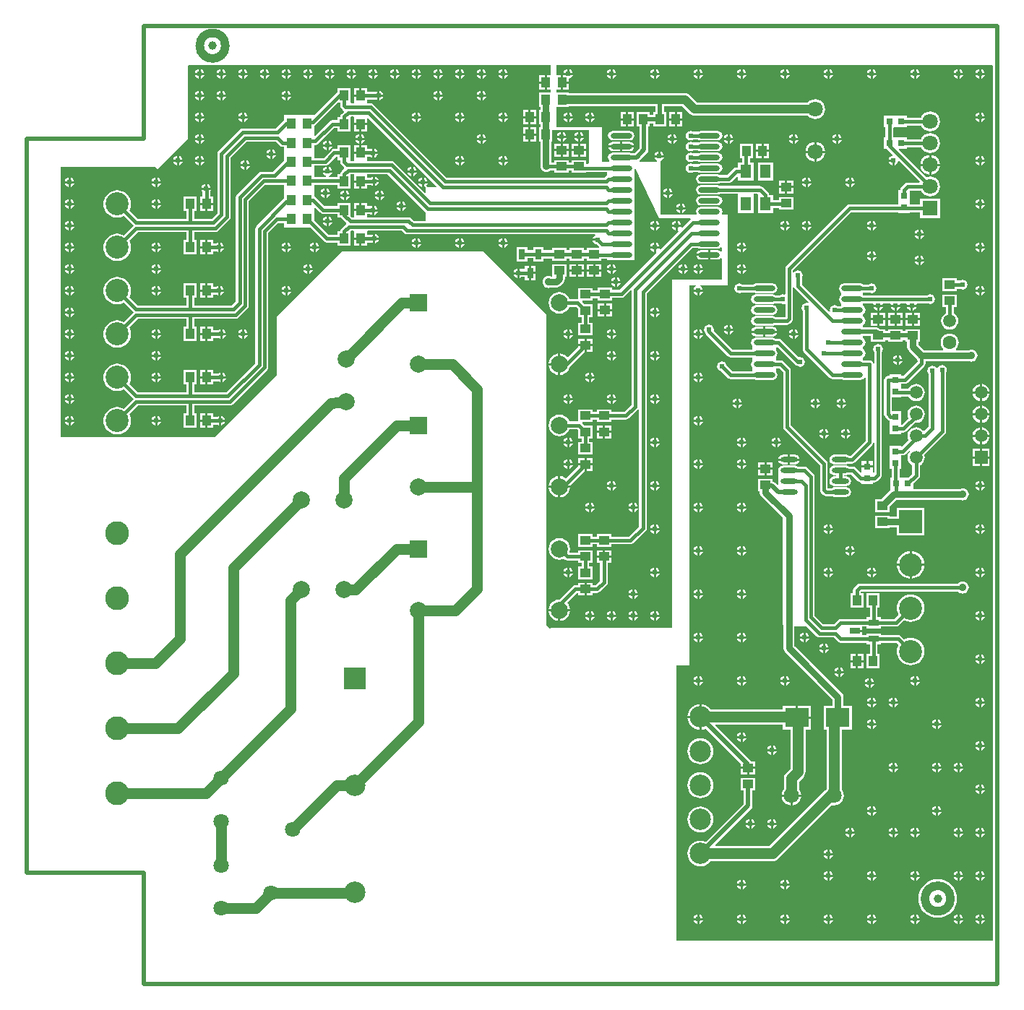
<source format=gtl>
%FSLAX44Y44*%
%MOMM*%
G71*
G01*
G75*
G04 Layer_Physical_Order=1*
G04 Layer_Color=255*
%ADD10C,1.0000*%
%ADD11R,1.2000X1.0000*%
%ADD12R,1.0000X1.2000*%
%ADD13R,0.8000X0.8000*%
%ADD14R,0.8000X0.8000*%
%ADD15R,1.3000X1.6000*%
%ADD16O,2.5400X0.6096*%
%ADD17O,2.0000X0.6100*%
%ADD18O,2.0000X0.6096*%
%ADD19O,2.5400X0.6100*%
%ADD20R,2.8000X2.3000*%
%ADD21R,0.7000X1.2000*%
%ADD22R,1.2000X0.8000*%
%ADD23C,1.0000*%
%ADD24C,0.4064*%
%ADD25C,1.2700*%
%ADD26C,0.7620*%
%ADD27C,0.3810*%
%ADD28C,0.5080*%
%ADD29C,1.0160*%
%ADD30C,0.5000*%
%ADD31C,2.0000*%
%ADD32R,2.0000X2.0000*%
%ADD33C,1.5000*%
%ADD34C,1.6000*%
%ADD35C,2.7000*%
%ADD36C,1.8000*%
%ADD37R,2.5000X2.5000*%
%ADD38C,2.5000*%
%ADD39R,2.7000X2.7000*%
%ADD40C,2.8000*%
%ADD41R,1.8000X1.8000*%
%ADD42R,1.5000X1.5000*%
%ADD43C,0.6096*%
%ADD44C,0.9144*%
G36*
X368238Y1029310D02*
X368583Y1027576D01*
X369565Y1026105D01*
X371064Y1024606D01*
X371064Y1024606D01*
X371946Y1024017D01*
X372196Y1022495D01*
X369565Y1019865D01*
X368583Y1018394D01*
X368238Y1016660D01*
Y1016412D01*
X365230D01*
Y1012404D01*
X358902D01*
X358902Y1012404D01*
X357168Y1012059D01*
X356432Y1011568D01*
X355697Y1011077D01*
X355697Y1011077D01*
X338993Y994373D01*
X337820Y994859D01*
Y1006212D01*
X339120Y1007080D01*
X364252Y1032212D01*
X365230Y1032860D01*
Y1032860D01*
X365230Y1032860D01*
X368238D01*
Y1029310D01*
D02*
G37*
G36*
X365230Y965804D02*
X368238D01*
Y963270D01*
X368583Y961536D01*
X369565Y960065D01*
X372423Y957208D01*
X372673Y955663D01*
X369565Y952555D01*
X368583Y951084D01*
X368239Y949356D01*
X365230D01*
Y945856D01*
X354812D01*
X354687Y947126D01*
X355240Y947236D01*
X357089Y948471D01*
X358324Y950320D01*
X358505Y951230D01*
X347615D01*
X347796Y950320D01*
X349031Y948471D01*
X350880Y947236D01*
X351433Y947126D01*
X351308Y945856D01*
X337820D01*
Y959144D01*
X350266D01*
X352000Y959489D01*
X353471Y960471D01*
X362811Y969812D01*
X365230D01*
Y965804D01*
D02*
G37*
G36*
X737160Y1022000D02*
X734800D01*
Y1018640D01*
X730780D01*
Y1022000D01*
X715700D01*
Y1004920D01*
X718720D01*
Y980045D01*
X712865Y974190D01*
X709188D01*
X709062Y974274D01*
X706882Y974707D01*
X687578D01*
X685398Y974274D01*
X683549Y973039D01*
X682314Y971190D01*
X681880Y969010D01*
X682314Y966830D01*
X683403Y965200D01*
X683011Y963930D01*
X674370D01*
Y1004570D01*
X621030D01*
Y1027780D01*
X635530D01*
Y1028634D01*
X737160D01*
Y1022000D01*
D02*
G37*
G36*
X1132861Y1075668D02*
Y50800D01*
X762000D01*
Y373380D01*
X777240D01*
Y819150D01*
X784666D01*
X784945Y817880D01*
X783371Y816829D01*
X782136Y814980D01*
X781955Y814070D01*
X792845D01*
X792664Y814980D01*
X791429Y816829D01*
X789855Y817880D01*
X790134Y819150D01*
X821690D01*
Y901700D01*
X815524D01*
X814926Y902820D01*
X815266Y903329D01*
X815699Y905510D01*
X815266Y907691D01*
X814030Y909540D01*
X812181Y910776D01*
X810000Y911209D01*
X790700D01*
X788519Y910776D01*
X786670Y909540D01*
X785434Y907691D01*
X785001Y905510D01*
X785434Y903329D01*
X785774Y902820D01*
X785176Y901700D01*
X743848D01*
X742950Y902598D01*
Y963540D01*
X742950Y963930D01*
X743545Y964954D01*
X743860Y965016D01*
X745709Y966251D01*
X746944Y968100D01*
X747125Y969010D01*
X736235D01*
X736416Y968100D01*
X737651Y966251D01*
X739225Y965200D01*
X738946Y963930D01*
X718837D01*
X718452Y965200D01*
X718672Y965348D01*
X727562Y974238D01*
X728685Y975918D01*
X729080Y977900D01*
Y1004920D01*
X730780D01*
Y1008280D01*
X734800D01*
Y1004920D01*
X749880D01*
Y1022000D01*
X747520D01*
Y1028634D01*
X768976D01*
X777685Y1019925D01*
X777685Y1019925D01*
X778586Y1019234D01*
X779277Y1018704D01*
X781131Y1017936D01*
X783120Y1017674D01*
X915912D01*
X916330Y1017130D01*
X918740Y1015280D01*
X921547Y1014117D01*
X924560Y1013720D01*
X927572Y1014117D01*
X930380Y1015280D01*
X932790Y1017130D01*
X934640Y1019540D01*
X935803Y1022347D01*
X936199Y1025360D01*
X935803Y1028372D01*
X934640Y1031180D01*
X932790Y1033590D01*
X930380Y1035440D01*
X927572Y1036603D01*
X924560Y1037000D01*
X921547Y1036603D01*
X918740Y1035440D01*
X916330Y1033590D01*
X915912Y1033046D01*
X786303D01*
X777595Y1041755D01*
X776003Y1042976D01*
X775460Y1043201D01*
X774149Y1043744D01*
X772160Y1044006D01*
X635530D01*
Y1044860D01*
X621030D01*
Y1048100D01*
X626720D01*
Y1056640D01*
Y1065180D01*
X621030D01*
Y1076960D01*
X1131570D01*
X1132861Y1075668D01*
D02*
G37*
G36*
X467330Y905480D02*
X468443Y904737D01*
Y895065D01*
X467545Y894167D01*
X454542D01*
X451424Y897285D01*
X449954Y898267D01*
X448220Y898612D01*
X400524D01*
X399310Y898748D01*
X399310Y899882D01*
Y902756D01*
X402368D01*
X402371Y902751D01*
X404220Y901516D01*
X405130Y901335D01*
Y906780D01*
Y912225D01*
X404220Y912044D01*
X403885Y911820D01*
X399310D01*
Y915828D01*
X393040D01*
Y907288D01*
X391770D01*
Y906018D01*
X384230D01*
Y899882D01*
X384230Y898748D01*
X383016Y898612D01*
X381607D01*
X380310Y899909D01*
Y915828D01*
X365230D01*
Y911820D01*
X350006D01*
X339650Y922177D01*
X338179Y923159D01*
X337820Y923231D01*
Y936792D01*
X365230D01*
Y932276D01*
X380310D01*
Y949238D01*
X384230D01*
Y942086D01*
X391770D01*
Y940816D01*
X393040D01*
Y932276D01*
X399310D01*
Y936284D01*
X404775D01*
X405490Y935806D01*
X406400Y935625D01*
Y941070D01*
Y946515D01*
X405490Y946334D01*
X404015Y945348D01*
X399310D01*
Y949238D01*
X423573D01*
X467330Y905480D01*
D02*
G37*
G36*
X384230Y1016412D02*
X384230Y1015659D01*
Y1009142D01*
X399310D01*
Y1014794D01*
X400580Y1015320D01*
X480642Y935258D01*
X480156Y934085D01*
X469677D01*
X469666D01*
D01*
X469666Y934085D01*
X469611D01*
X468579Y935342D01*
X468615Y935537D01*
X468631Y935626D01*
X468849Y935771D01*
X470084Y937620D01*
X470265Y938530D01*
X466090D01*
Y934355D01*
X466811Y934499D01*
X467000Y934536D01*
X467158Y934549D01*
X467315Y934527D01*
X467510Y934495D01*
X468046Y934041D01*
X468427Y933638D01*
X468442Y933211D01*
X468443Y933141D01*
X468443Y932885D01*
Y932885D01*
Y932841D01*
Y927826D01*
X467269Y927340D01*
X433825Y960785D01*
X433825Y960785D01*
X431285Y963325D01*
X429815Y964307D01*
X428080Y964652D01*
X399595D01*
X399310Y965804D01*
X399310Y965922D01*
Y969812D01*
X402744D01*
X404220Y968826D01*
X405130Y968645D01*
Y974090D01*
Y979535D01*
X404220Y979354D01*
X403505Y978876D01*
X399310D01*
Y982884D01*
X393040D01*
Y974344D01*
X391770D01*
Y973074D01*
X384230D01*
Y965922D01*
X384230Y965804D01*
X383945Y964652D01*
X380595D01*
X380310Y965804D01*
X380310Y965804D01*
X380310D01*
X380310Y965804D01*
Y982884D01*
X365230D01*
Y978876D01*
X360934D01*
X360934Y978876D01*
X359200Y978531D01*
X358465Y978040D01*
X357729Y977549D01*
X357729Y977549D01*
X348389Y968208D01*
X337820D01*
Y983401D01*
X338963D01*
X340697Y983746D01*
X342168Y984728D01*
X360779Y1003340D01*
X365230D01*
Y999332D01*
X380310D01*
Y1016412D01*
X381366Y1016929D01*
X383174D01*
X384230Y1016412D01*
D02*
G37*
G36*
X614679Y1076959D02*
Y1066078D01*
X613782Y1065180D01*
X610260D01*
Y1056640D01*
Y1048100D01*
X614680D01*
Y1045758D01*
X613782Y1044860D01*
X601450D01*
Y1027780D01*
X602516D01*
Y1024540D01*
X601400D01*
Y1007460D01*
X602516D01*
Y1004220D01*
X601400D01*
Y987140D01*
X602466D01*
Y959510D01*
X602494Y959365D01*
X602427Y958850D01*
X602671Y956993D01*
X603388Y955263D01*
X604528Y953778D01*
X606013Y952638D01*
X607743Y951921D01*
X609600Y951677D01*
X611457Y951921D01*
X613187Y952638D01*
X614413Y953578D01*
X618840D01*
Y950700D01*
X635920D01*
Y953578D01*
X639160D01*
Y950700D01*
X656240D01*
Y951648D01*
X680720D01*
Y947683D01*
X680155Y947306D01*
X679420Y946815D01*
X679420Y946815D01*
X677573Y944967D01*
X492732D01*
X406684Y1031016D01*
X405213Y1031998D01*
X403479Y1032343D01*
X400366D01*
X399310Y1032860D01*
X399310Y1033613D01*
Y1036868D01*
X409475D01*
X410570Y1036136D01*
X411480Y1035955D01*
Y1041400D01*
Y1046845D01*
X410570Y1046664D01*
X409475Y1045932D01*
X399310D01*
Y1049940D01*
X393040D01*
Y1041400D01*
X391770D01*
Y1040130D01*
X384230D01*
Y1033613D01*
X384230Y1032860D01*
X383174Y1032343D01*
D01*
X381366D01*
X380310Y1032860D01*
Y1049940D01*
X365230D01*
Y1045543D01*
X363825Y1044605D01*
X363825Y1044605D01*
X337761Y1018540D01*
X302260D01*
Y1012029D01*
X301595Y1011585D01*
X301595Y1011585D01*
X292763Y1002752D01*
X253910D01*
X253910Y1002752D01*
X252175Y1002407D01*
X250705Y1001425D01*
X225395Y976115D01*
X224413Y974645D01*
X224068Y972910D01*
Y903668D01*
X217108Y896707D01*
X196962D01*
Y905860D01*
X199970D01*
Y922940D01*
X184890D01*
Y905860D01*
X187898D01*
Y896707D01*
X130782D01*
X120765Y906724D01*
X121571Y908232D01*
X122488Y911256D01*
X122798Y914400D01*
X122488Y917544D01*
X121571Y920568D01*
X120081Y923354D01*
X118077Y925797D01*
X115634Y927801D01*
X112848Y929291D01*
X109824Y930208D01*
X106680Y930518D01*
X103536Y930208D01*
X100512Y929291D01*
X97725Y927801D01*
X95283Y925797D01*
X93279Y923354D01*
X91789Y920568D01*
X90872Y917544D01*
X90562Y914400D01*
X90872Y911256D01*
X91789Y908232D01*
X93279Y905445D01*
X95283Y903003D01*
X97725Y900999D01*
X100512Y899509D01*
X103536Y898592D01*
X106680Y898282D01*
X109824Y898592D01*
X112848Y899509D01*
X114356Y900315D01*
X125671Y889000D01*
X114356Y877685D01*
X112848Y878491D01*
X109824Y879408D01*
X106680Y879718D01*
X103536Y879408D01*
X100512Y878491D01*
X97725Y877001D01*
X95283Y874997D01*
X93279Y872554D01*
X91789Y869768D01*
X90872Y866744D01*
X90562Y863600D01*
X90872Y860456D01*
X91789Y857432D01*
X93279Y854645D01*
X95283Y852203D01*
X97725Y850199D01*
X100512Y848709D01*
X103536Y847792D01*
X106680Y847482D01*
X109824Y847792D01*
X112848Y848709D01*
X115634Y850199D01*
X118077Y852203D01*
X120081Y854645D01*
X121571Y857432D01*
X122488Y860456D01*
X122798Y863600D01*
X122488Y866744D01*
X121571Y869768D01*
X120765Y871276D01*
X130782Y881293D01*
X187898D01*
Y872140D01*
X184890D01*
Y855060D01*
X199970D01*
Y872140D01*
X196962D01*
Y881293D01*
X221615D01*
X223349Y881638D01*
X224820Y882620D01*
X238155Y895955D01*
X239137Y897426D01*
X239482Y899160D01*
Y968403D01*
X258417Y987338D01*
X292763D01*
X297277Y982823D01*
X298748Y981841D01*
X300482Y981496D01*
X302260D01*
Y965165D01*
X301976Y964976D01*
X301976Y964976D01*
X289207Y952206D01*
X275754D01*
X274019Y951861D01*
X272549Y950879D01*
X246985Y925315D01*
X246003Y923845D01*
X245658Y922110D01*
Y800072D01*
X240693Y795107D01*
X196962D01*
Y804260D01*
X199970D01*
Y821340D01*
X184890D01*
Y804260D01*
X187898D01*
Y795107D01*
X130782D01*
X120765Y805124D01*
X121571Y806632D01*
X122488Y809656D01*
X122798Y812800D01*
X122488Y815944D01*
X121571Y818968D01*
X120081Y821755D01*
X118077Y824197D01*
X115634Y826201D01*
X112848Y827691D01*
X109824Y828608D01*
X106680Y828918D01*
X103536Y828608D01*
X100512Y827691D01*
X97725Y826201D01*
X95283Y824197D01*
X93279Y821755D01*
X91789Y818968D01*
X90872Y815944D01*
X90562Y812800D01*
X90872Y809656D01*
X91789Y806632D01*
X93279Y803846D01*
X95283Y801403D01*
X97725Y799399D01*
X100512Y797909D01*
X103536Y796992D01*
X106680Y796682D01*
X109824Y796992D01*
X112848Y797909D01*
X114356Y798715D01*
X125671Y787400D01*
X114356Y776085D01*
X112848Y776891D01*
X109824Y777808D01*
X106680Y778118D01*
X103536Y777808D01*
X100512Y776891D01*
X97725Y775401D01*
X95283Y773397D01*
X93279Y770955D01*
X91789Y768168D01*
X90872Y765144D01*
X90562Y762000D01*
X90872Y758856D01*
X91789Y755832D01*
X93279Y753046D01*
X95283Y750603D01*
X97725Y748599D01*
X100512Y747109D01*
X103536Y746192D01*
X106680Y745882D01*
X109824Y746192D01*
X112848Y747109D01*
X115634Y748599D01*
X118077Y750603D01*
X120081Y753046D01*
X121571Y755832D01*
X122488Y758856D01*
X122798Y762000D01*
X122488Y765144D01*
X121571Y768168D01*
X120765Y769676D01*
X130782Y779693D01*
X187898D01*
Y770540D01*
X184890D01*
Y753460D01*
X199970D01*
Y770540D01*
X196962D01*
Y779693D01*
X245200D01*
X246935Y780038D01*
X248405Y781020D01*
X259745Y792360D01*
X259745Y792360D01*
X260727Y793830D01*
X261072Y795565D01*
Y917603D01*
X280261Y936792D01*
X302260D01*
Y920691D01*
X301632Y920272D01*
X301632Y920272D01*
X269845Y888485D01*
X268863Y887015D01*
X268518Y885280D01*
Y727682D01*
X234343Y693507D01*
X196962D01*
Y702660D01*
X199970D01*
Y719740D01*
X184890D01*
Y702660D01*
X187898D01*
Y693507D01*
X130782D01*
X120765Y703524D01*
X121571Y705032D01*
X122488Y708056D01*
X122798Y711200D01*
X122488Y714344D01*
X121571Y717368D01*
X120081Y720154D01*
X118077Y722597D01*
X115634Y724601D01*
X112848Y726091D01*
X109824Y727008D01*
X106680Y727318D01*
X103536Y727008D01*
X100512Y726091D01*
X97725Y724601D01*
X95283Y722597D01*
X93279Y720154D01*
X91789Y717368D01*
X90872Y714344D01*
X90562Y711200D01*
X90872Y708056D01*
X91789Y705032D01*
X93279Y702245D01*
X95283Y699803D01*
X97725Y697799D01*
X100512Y696309D01*
X103536Y695392D01*
X106680Y695082D01*
X109824Y695392D01*
X112848Y696309D01*
X114356Y697115D01*
X125671Y685800D01*
X114356Y674485D01*
X112848Y675291D01*
X109824Y676208D01*
X106680Y676518D01*
X103536Y676208D01*
X100512Y675291D01*
X97725Y673801D01*
X95283Y671797D01*
X93279Y669354D01*
X91789Y666568D01*
X90872Y663544D01*
X90562Y660400D01*
X90872Y657256D01*
X91789Y654232D01*
X93279Y651445D01*
X95283Y649003D01*
X97725Y646999D01*
X100512Y645509D01*
X103536Y644592D01*
X106680Y644282D01*
X109824Y644592D01*
X112848Y645509D01*
X115634Y646999D01*
X118077Y649003D01*
X120081Y651445D01*
X121571Y654232D01*
X122488Y657256D01*
X122798Y660400D01*
X122488Y663544D01*
X121571Y666568D01*
X120765Y668076D01*
X130782Y678093D01*
X187898D01*
Y668940D01*
X184890D01*
Y651860D01*
X199970D01*
Y668940D01*
X196962D01*
Y678093D01*
X238850D01*
X240585Y678438D01*
X242055Y679420D01*
X282605Y719970D01*
X283587Y721440D01*
X283932Y723175D01*
Y880773D01*
X295247Y892088D01*
X302260D01*
Y886460D01*
X333291D01*
X349195Y870555D01*
X350666Y869573D01*
X352400Y869228D01*
X365230D01*
Y865220D01*
X380310D01*
Y882300D01*
X380310Y882300D01*
X381208Y883198D01*
X383332D01*
X384230Y882300D01*
X384230Y881928D01*
Y875030D01*
X391770D01*
Y873760D01*
X393040D01*
Y865220D01*
X399310D01*
Y869228D01*
X404395D01*
X405490Y868496D01*
X406400Y868315D01*
Y873760D01*
Y879205D01*
X405490Y879024D01*
X404395Y878292D01*
X400208D01*
X399310Y879190D01*
Y881928D01*
X399310Y882300D01*
X400107Y883096D01*
X400208Y883198D01*
X440083D01*
X443200Y880080D01*
X443200Y880080D01*
X444671Y879098D01*
X446405Y878753D01*
X666319D01*
X666704Y877483D01*
X665261Y876519D01*
X664026Y874670D01*
X663845Y873760D01*
X669290D01*
Y871220D01*
X663845D01*
X664026Y870310D01*
X665261Y868461D01*
X667110Y867226D01*
X668401Y866969D01*
X671165Y864205D01*
X671165Y864205D01*
X671278Y864130D01*
X670893Y862860D01*
X656940D01*
Y859982D01*
X653700D01*
Y862860D01*
X636620D01*
Y859982D01*
X633380D01*
Y862860D01*
X616300D01*
Y859982D01*
X606090D01*
Y864090D01*
X594010D01*
Y860211D01*
X587090D01*
Y864090D01*
X575010D01*
Y847010D01*
X587090D01*
Y850888D01*
X594010D01*
Y847010D01*
X606090D01*
Y850658D01*
X616300D01*
Y847780D01*
X633380D01*
Y850658D01*
X636620D01*
Y847780D01*
X653700D01*
Y850658D01*
X656940D01*
Y847780D01*
X674020D01*
Y850048D01*
X680720D01*
Y848360D01*
X712470D01*
Y854160D01*
X712579Y854710D01*
X712470Y855260D01*
Y866860D01*
X712579Y867410D01*
X712470Y867960D01*
Y879560D01*
X712579Y880110D01*
X712470Y880660D01*
Y892260D01*
X712579Y892810D01*
X712470Y893360D01*
Y904960D01*
X712579Y905510D01*
X712470Y906060D01*
Y917660D01*
X712579Y918210D01*
X712470Y918760D01*
Y930360D01*
X712579Y930910D01*
X712470Y931460D01*
Y943060D01*
X712579Y943610D01*
X712470Y944160D01*
Y955086D01*
X713531Y956265D01*
X713957Y956255D01*
X741680Y897890D01*
X778366Y897890D01*
X778751Y896620D01*
X777845Y896015D01*
X768536Y886705D01*
X767365Y887331D01*
X767445Y887730D01*
X763270D01*
Y883555D01*
X763669Y883635D01*
X764295Y882464D01*
X743136Y861305D01*
X741965Y861931D01*
X742045Y862330D01*
X737870D01*
Y858155D01*
X738269Y858235D01*
X738895Y857064D01*
X695303Y813472D01*
X686720D01*
Y816480D01*
X669640D01*
Y812862D01*
X663860D01*
Y815870D01*
X646780D01*
Y803440D01*
X646210Y802972D01*
X636436D01*
X635694Y804764D01*
X633684Y807384D01*
X631064Y809394D01*
X628014Y810657D01*
X624740Y811088D01*
X621466Y810657D01*
X618416Y809394D01*
X615796Y807384D01*
X613786Y804764D01*
X612523Y801714D01*
X612092Y798440D01*
X612523Y795166D01*
X613786Y792116D01*
X615796Y789496D01*
X618416Y787486D01*
X621466Y786223D01*
X624740Y785792D01*
X628014Y786223D01*
X631064Y787486D01*
X633684Y789496D01*
X635694Y792116D01*
X636436Y793908D01*
X644333D01*
X646780Y791461D01*
Y781790D01*
X650788D01*
Y775230D01*
X646780D01*
Y760150D01*
X663860D01*
Y775230D01*
X659852D01*
Y781790D01*
X663860D01*
Y796870D01*
X654189D01*
X651443Y799617D01*
X651929Y800790D01*
X663860D01*
Y803798D01*
X669640D01*
Y801400D01*
X686720D01*
Y804408D01*
X697180D01*
X698914Y804753D01*
X700385Y805735D01*
X707938Y813289D01*
X709208Y812763D01*
Y678787D01*
X701043Y670622D01*
X685450D01*
Y673630D01*
X668370D01*
Y670622D01*
X663860D01*
Y673630D01*
X646780D01*
Y659462D01*
X636436D01*
X635694Y661254D01*
X633684Y663874D01*
X631064Y665884D01*
X628014Y667147D01*
X624740Y667578D01*
X621466Y667147D01*
X618416Y665884D01*
X615796Y663874D01*
X613786Y661254D01*
X612523Y658204D01*
X612092Y654930D01*
X612523Y651656D01*
X613786Y648606D01*
X615796Y645986D01*
X618416Y643976D01*
X621466Y642713D01*
X624740Y642282D01*
X628014Y642713D01*
X631064Y643976D01*
X633684Y645986D01*
X635694Y648606D01*
X636436Y650398D01*
X645603D01*
X646780Y649221D01*
Y639550D01*
X650788D01*
Y635530D01*
X646780D01*
Y620450D01*
X663860D01*
Y635530D01*
X659852D01*
Y639550D01*
X663860D01*
Y654630D01*
X654189D01*
X651539Y657280D01*
X652065Y658550D01*
X663860D01*
Y661558D01*
X668370D01*
Y658550D01*
X685450D01*
Y661558D01*
X702920D01*
X704654Y661903D01*
X706125Y662885D01*
X716828Y673589D01*
X717316Y673525D01*
X718098Y673145D01*
Y559275D01*
X717950Y559260D01*
Y558340D01*
X718098Y558325D01*
Y536547D01*
X706123Y524572D01*
X685450D01*
Y527580D01*
X668370D01*
Y524572D01*
X663860D01*
Y527580D01*
X646780D01*
Y512500D01*
X663860D01*
Y515508D01*
X668370D01*
Y512500D01*
X685450D01*
Y515508D01*
X708000D01*
X709734Y515853D01*
X711205Y516835D01*
X725835Y531465D01*
X725835Y531465D01*
X726817Y532936D01*
X727162Y534670D01*
Y809653D01*
X780387Y862878D01*
X787421D01*
X788519Y862144D01*
X790700Y861711D01*
X810000D01*
X812181Y862144D01*
X814030Y863380D01*
X814070Y863439D01*
X815340Y863054D01*
Y859066D01*
X814070Y858681D01*
X814030Y858740D01*
X812181Y859976D01*
X810000Y860409D01*
X801620D01*
Y854710D01*
Y849010D01*
X810000D01*
X812181Y849444D01*
X814030Y850680D01*
X814070Y850739D01*
X815340Y850354D01*
X815340Y826398D01*
X814442Y825500D01*
X756920Y825500D01*
X756920Y680720D01*
X756920Y678180D01*
Y417830D01*
X614680D01*
X613410Y416560D01*
X609600Y420370D01*
Y615950D01*
Y784860D01*
X549910Y844550D01*
X535940Y858520D01*
X369570Y858520D01*
X298450Y787400D01*
X293370Y782320D01*
Y746760D01*
Y713740D01*
X278130Y698500D01*
X220980Y641350D01*
X40640D01*
Y957580D01*
X151130D01*
X153670Y955040D01*
X189230Y990600D01*
X189230Y1076062D01*
X190128Y1076960D01*
X614679Y1076959D01*
D02*
G37*
G36*
X344924Y904083D02*
X344924Y904083D01*
X345806Y903494D01*
X346395Y903101D01*
X348129Y902756D01*
X365230D01*
Y898748D01*
X368955D01*
X369565Y897835D01*
X375213Y892187D01*
X374963Y890642D01*
X369565Y885245D01*
X368583Y883774D01*
X368290Y882300D01*
X365230D01*
Y878292D01*
X354277D01*
X337820Y894749D01*
Y909528D01*
X338993Y910014D01*
X344924Y904083D01*
D02*
G37*
G36*
X659130Y962242D02*
X658033Y960972D01*
X656240D01*
Y965780D01*
X639160D01*
Y962902D01*
X635920D01*
Y965780D01*
X618840D01*
Y962902D01*
X615456D01*
X615414Y962955D01*
Y987140D01*
X616480D01*
Y1001078D01*
X659130Y1001078D01*
X659130Y962242D01*
D02*
G37*
%LPC*%
G36*
X843645Y633730D02*
X839470D01*
Y629555D01*
X840380Y629736D01*
X842229Y630971D01*
X843464Y632820D01*
X843645Y633730D01*
D02*
G37*
G36*
X877570D02*
X873395D01*
X873576Y632820D01*
X874811Y630971D01*
X876660Y629736D01*
X877570Y629555D01*
Y633730D01*
D02*
G37*
G36*
X884285D02*
X880110D01*
Y629555D01*
X881020Y629736D01*
X882869Y630971D01*
X884104Y632820D01*
X884285Y633730D01*
D02*
G37*
G36*
X735330D02*
X731155D01*
X731336Y632820D01*
X732571Y630971D01*
X734420Y629736D01*
X735330Y629555D01*
Y633730D01*
D02*
G37*
G36*
X640445D02*
X636270D01*
Y629555D01*
X637180Y629736D01*
X639029Y630971D01*
X640264Y632820D01*
X640445Y633730D01*
D02*
G37*
G36*
X836930D02*
X832755D01*
X832936Y632820D01*
X834171Y630971D01*
X836020Y629736D01*
X836930Y629555D01*
Y633730D01*
D02*
G37*
G36*
X742045D02*
X737870D01*
Y629555D01*
X738780Y629736D01*
X740629Y630971D01*
X741864Y632820D01*
X742045Y633730D01*
D02*
G37*
G36*
X636270Y640445D02*
Y636270D01*
X640445D01*
X640264Y637180D01*
X639029Y639029D01*
X637180Y640264D01*
X636270Y640445D01*
D02*
G37*
G36*
X633730D02*
X632820Y640264D01*
X630971Y639029D01*
X629736Y637180D01*
X629555Y636270D01*
X633730D01*
Y640445D01*
D02*
G37*
G36*
X737870D02*
Y636270D01*
X742045D01*
X741864Y637180D01*
X740629Y639029D01*
X738780Y640264D01*
X737870Y640445D01*
D02*
G37*
G36*
X735330D02*
X734420Y640264D01*
X732571Y639029D01*
X731336Y637180D01*
X731155Y636270D01*
X735330D01*
Y640445D01*
D02*
G37*
G36*
X1117600Y641350D02*
X1108911D01*
X1109088Y639999D01*
X1110100Y637557D01*
X1111709Y635459D01*
X1113807Y633850D01*
X1116249Y632838D01*
X1117600Y632661D01*
Y641350D01*
D02*
G37*
G36*
X992060Y612980D02*
X986790D01*
Y607710D01*
X992060D01*
Y612980D01*
D02*
G37*
G36*
X984250D02*
X978980D01*
Y607710D01*
X984250D01*
Y612980D01*
D02*
G37*
G36*
X1128829Y641350D02*
X1120140D01*
Y632661D01*
X1121491Y632838D01*
X1123933Y633850D01*
X1126031Y635459D01*
X1127640Y637557D01*
X1128652Y639999D01*
X1128829Y641350D01*
D02*
G37*
G36*
X836930Y615045D02*
X836020Y614864D01*
X834171Y613629D01*
X832936Y611780D01*
X832755Y610870D01*
X836930D01*
Y615045D01*
D02*
G37*
G36*
X839470D02*
Y610870D01*
X843645D01*
X843464Y611780D01*
X842229Y613629D01*
X840380Y614864D01*
X839470Y615045D01*
D02*
G37*
G36*
X892500Y620378D02*
X886818D01*
X884638Y619944D01*
X882789Y618709D01*
X881554Y616860D01*
X881373Y615950D01*
X892500D01*
Y620378D01*
D02*
G37*
G36*
X788670Y615045D02*
Y610870D01*
X792845D01*
X792664Y611780D01*
X791429Y613629D01*
X789580Y614864D01*
X788670Y615045D01*
D02*
G37*
G36*
X636270D02*
Y610870D01*
X640445D01*
X640264Y611780D01*
X639029Y613629D01*
X637180Y614864D01*
X636270Y615045D01*
D02*
G37*
G36*
X786130D02*
X785220Y614864D01*
X783371Y613629D01*
X782136Y611780D01*
X781955Y610870D01*
X786130D01*
Y615045D01*
D02*
G37*
G36*
X633730D02*
X632820Y614864D01*
X630971Y613629D01*
X629736Y611780D01*
X629555Y610870D01*
X633730D01*
Y615045D01*
D02*
G37*
G36*
X663860Y616530D02*
X656590D01*
Y610260D01*
X663860D01*
Y616530D01*
D02*
G37*
G36*
X1117600Y627260D02*
X1108830D01*
Y618490D01*
X1117600D01*
Y627260D01*
D02*
G37*
G36*
X1128910D02*
X1120140D01*
Y618490D01*
X1128910D01*
Y627260D01*
D02*
G37*
G36*
X633730Y633730D02*
X629555D01*
X629736Y632820D01*
X630971Y630971D01*
X632820Y629736D01*
X633730Y629555D01*
Y633730D01*
D02*
G37*
G36*
X900722Y620378D02*
X895040D01*
Y615950D01*
X906167D01*
X905986Y616860D01*
X904751Y618709D01*
X902902Y619944D01*
X900722Y620378D01*
D02*
G37*
G36*
X654050Y616530D02*
X646780D01*
Y610260D01*
X654050D01*
Y616530D01*
D02*
G37*
G36*
X906167Y613410D02*
X895040D01*
Y608983D01*
X900722D01*
X902902Y609416D01*
X904751Y610651D01*
X905986Y612500D01*
X906167Y613410D01*
D02*
G37*
G36*
X892500D02*
X881373D01*
X881554Y612500D01*
X882789Y610651D01*
X884638Y609416D01*
X886818Y608983D01*
X892500D01*
Y613410D01*
D02*
G37*
G36*
X836930Y640445D02*
X836020Y640264D01*
X834171Y639029D01*
X832936Y637180D01*
X832755Y636270D01*
X836930D01*
Y640445D01*
D02*
G37*
G36*
X151130Y659130D02*
X146955D01*
X147136Y658220D01*
X148371Y656371D01*
X150220Y655136D01*
X151130Y654955D01*
Y659130D01*
D02*
G37*
G36*
X157845D02*
X153670D01*
Y654955D01*
X154580Y655136D01*
X156429Y656371D01*
X157664Y658220D01*
X157845Y659130D01*
D02*
G37*
G36*
X218970Y668940D02*
X212700D01*
Y660400D01*
Y651860D01*
X218970D01*
Y655868D01*
X224055D01*
X225150Y655136D01*
X226060Y654955D01*
Y660400D01*
Y665845D01*
X225150Y665664D01*
X224055Y664932D01*
X218970D01*
Y668940D01*
D02*
G37*
G36*
X56245Y659130D02*
X52070D01*
Y654955D01*
X52980Y655136D01*
X54829Y656371D01*
X56064Y658220D01*
X56245Y659130D01*
D02*
G37*
G36*
X685450Y654630D02*
X678180D01*
Y648360D01*
X685450D01*
Y654630D01*
D02*
G37*
G36*
X210160Y659130D02*
X203890D01*
Y651860D01*
X210160D01*
Y659130D01*
D02*
G37*
G36*
X49530D02*
X45355D01*
X45536Y658220D01*
X46771Y656371D01*
X48620Y655136D01*
X49530Y654955D01*
Y659130D01*
D02*
G37*
G36*
X232775D02*
X228600D01*
Y654955D01*
X229510Y655136D01*
X231359Y656371D01*
X232594Y658220D01*
X232775Y659130D01*
D02*
G37*
G36*
X49530Y665845D02*
X48620Y665664D01*
X46771Y664429D01*
X45536Y662580D01*
X45355Y661670D01*
X49530D01*
Y665845D01*
D02*
G37*
G36*
X52070D02*
Y661670D01*
X56245D01*
X56064Y662580D01*
X54829Y664429D01*
X52980Y665664D01*
X52070Y665845D01*
D02*
G37*
G36*
X151130D02*
X150220Y665664D01*
X148371Y664429D01*
X147136Y662580D01*
X146955Y661670D01*
X151130D01*
Y665845D01*
D02*
G37*
G36*
X1128829Y666750D02*
X1120140D01*
Y658061D01*
X1121491Y658238D01*
X1123933Y659250D01*
X1126031Y660859D01*
X1127640Y662957D01*
X1128652Y665399D01*
X1128829Y666750D01*
D02*
G37*
G36*
X786130Y659130D02*
X781955D01*
X782136Y658220D01*
X783371Y656371D01*
X785220Y655136D01*
X786130Y654955D01*
Y659130D01*
D02*
G37*
G36*
X792845D02*
X788670D01*
Y654955D01*
X789580Y655136D01*
X791429Y656371D01*
X792664Y658220D01*
X792845Y659130D01*
D02*
G37*
G36*
X1117600Y666750D02*
X1108911D01*
X1109088Y665399D01*
X1110100Y662957D01*
X1111709Y660859D01*
X1113807Y659250D01*
X1116249Y658238D01*
X1117600Y658061D01*
Y666750D01*
D02*
G37*
G36*
X675640Y654630D02*
X668370D01*
Y648360D01*
X675640D01*
Y654630D01*
D02*
G37*
G36*
X685450Y645820D02*
X678180D01*
Y639550D01*
X685450D01*
Y645820D01*
D02*
G37*
G36*
X933450Y643890D02*
X929275D01*
X929456Y642980D01*
X930691Y641131D01*
X932540Y639896D01*
X933450Y639715D01*
Y643890D01*
D02*
G37*
G36*
X940165D02*
X935990D01*
Y639715D01*
X936900Y639896D01*
X938749Y641131D01*
X939984Y642980D01*
X940165Y643890D01*
D02*
G37*
G36*
X675640Y645820D02*
X668370D01*
Y639550D01*
X675640D01*
Y645820D01*
D02*
G37*
G36*
X839470Y640445D02*
Y636270D01*
X843645D01*
X843464Y637180D01*
X842229Y639029D01*
X840380Y640264D01*
X839470Y640445D01*
D02*
G37*
G36*
X877570D02*
X876660Y640264D01*
X874811Y639029D01*
X873576Y637180D01*
X873395Y636270D01*
X877570D01*
Y640445D01*
D02*
G37*
G36*
X880110D02*
Y636270D01*
X884285D01*
X884104Y637180D01*
X882869Y639029D01*
X881020Y640264D01*
X880110Y640445D01*
D02*
G37*
G36*
X958850Y643890D02*
X954675D01*
X954856Y642980D01*
X956091Y641131D01*
X957940Y639896D01*
X958850Y639715D01*
Y643890D01*
D02*
G37*
G36*
X935990Y650605D02*
Y646430D01*
X940165D01*
X939984Y647340D01*
X938749Y649189D01*
X936900Y650424D01*
X935990Y650605D01*
D02*
G37*
G36*
X958850D02*
X957940Y650424D01*
X956091Y649189D01*
X954856Y647340D01*
X954675Y646430D01*
X958850D01*
Y650605D01*
D02*
G37*
G36*
X961390D02*
Y646430D01*
X965565D01*
X965384Y647340D01*
X964149Y649189D01*
X962300Y650424D01*
X961390Y650605D01*
D02*
G37*
G36*
X933450D02*
X932540Y650424D01*
X930691Y649189D01*
X929456Y647340D01*
X929275Y646430D01*
X933450D01*
Y650605D01*
D02*
G37*
G36*
X965565Y643890D02*
X961390D01*
Y639715D01*
X962300Y639896D01*
X964149Y641131D01*
X965384Y642980D01*
X965565Y643890D01*
D02*
G37*
G36*
X1117600Y652579D02*
X1116249Y652402D01*
X1113807Y651390D01*
X1111709Y649781D01*
X1110100Y647683D01*
X1109088Y645241D01*
X1108911Y643890D01*
X1117600D01*
Y652579D01*
D02*
G37*
G36*
X1120140D02*
Y643890D01*
X1128829D01*
X1128652Y645241D01*
X1127640Y647683D01*
X1126031Y649781D01*
X1123933Y651390D01*
X1121491Y652402D01*
X1120140Y652579D01*
D02*
G37*
G36*
X1128910Y615950D02*
X1120140D01*
Y607180D01*
X1128910D01*
Y615950D01*
D02*
G37*
G36*
X1052360Y558330D02*
X1020280D01*
Y548154D01*
X1011840D01*
Y549220D01*
X994760D01*
Y534140D01*
X1011840D01*
Y535206D01*
X1020280D01*
Y526250D01*
X1052360D01*
Y558330D01*
D02*
G37*
G36*
X1118870Y538845D02*
Y534670D01*
X1123045D01*
X1122864Y535580D01*
X1121629Y537429D01*
X1119780Y538664D01*
X1118870Y538845D01*
D02*
G37*
G36*
X665845Y557530D02*
X661670D01*
Y553355D01*
X662580Y553536D01*
X664429Y554771D01*
X665664Y556620D01*
X665845Y557530D01*
D02*
G37*
G36*
X659130D02*
X654955D01*
X655136Y556620D01*
X656371Y554771D01*
X658220Y553536D01*
X659130Y553355D01*
Y557530D01*
D02*
G37*
G36*
X938530Y538845D02*
X937620Y538664D01*
X935771Y537429D01*
X934536Y535580D01*
X934355Y534670D01*
X938530D01*
Y538845D01*
D02*
G37*
G36*
X737870D02*
Y534670D01*
X742045D01*
X741864Y535580D01*
X740629Y537429D01*
X738780Y538664D01*
X737870Y538845D01*
D02*
G37*
G36*
X1116330D02*
X1115420Y538664D01*
X1113571Y537429D01*
X1112336Y535580D01*
X1112155Y534670D01*
X1116330D01*
Y538845D01*
D02*
G37*
G36*
X941070D02*
Y534670D01*
X945245D01*
X945064Y535580D01*
X943829Y537429D01*
X941980Y538664D01*
X941070Y538845D01*
D02*
G37*
G36*
X709930Y557530D02*
X705755D01*
X705936Y556620D01*
X707171Y554771D01*
X709020Y553536D01*
X709930Y553355D01*
Y557530D01*
D02*
G37*
G36*
X659130Y564245D02*
X658220Y564064D01*
X656371Y562829D01*
X655136Y560980D01*
X654955Y560070D01*
X659130D01*
Y564245D01*
D02*
G37*
G36*
X843645Y557530D02*
X839470D01*
Y553355D01*
X840380Y553536D01*
X842229Y554771D01*
X843464Y556620D01*
X843645Y557530D01*
D02*
G37*
G36*
X709930Y564245D02*
X709020Y564064D01*
X707171Y562829D01*
X705936Y560980D01*
X705755Y560070D01*
X709930D01*
Y564245D01*
D02*
G37*
G36*
X661670D02*
Y560070D01*
X665845D01*
X665664Y560980D01*
X664429Y562829D01*
X662580Y564064D01*
X661670Y564245D01*
D02*
G37*
G36*
X786130Y557530D02*
X781955D01*
X782136Y556620D01*
X783371Y554771D01*
X785220Y553536D01*
X786130Y553355D01*
Y557530D01*
D02*
G37*
G36*
X716645D02*
X712470D01*
Y553355D01*
X713380Y553536D01*
X715229Y554771D01*
X716464Y556620D01*
X716645Y557530D01*
D02*
G37*
G36*
X836930D02*
X832755D01*
X832936Y556620D01*
X834171Y554771D01*
X836020Y553536D01*
X836930Y553355D01*
Y557530D01*
D02*
G37*
G36*
X792845D02*
X788670D01*
Y553355D01*
X789580Y553536D01*
X791429Y554771D01*
X792664Y556620D01*
X792845Y557530D01*
D02*
G37*
G36*
X788670Y513445D02*
Y509270D01*
X792845D01*
X792664Y510180D01*
X791429Y512029D01*
X789580Y513264D01*
X788670Y513445D01*
D02*
G37*
G36*
X786130D02*
X785220Y513264D01*
X783371Y512029D01*
X782136Y510180D01*
X781955Y509270D01*
X786130D01*
Y513445D01*
D02*
G37*
G36*
X839470D02*
Y509270D01*
X843645D01*
X843464Y510180D01*
X842229Y512029D01*
X840380Y513264D01*
X839470Y513445D01*
D02*
G37*
G36*
X836930D02*
X836020Y513264D01*
X834171Y512029D01*
X832936Y510180D01*
X832755Y509270D01*
X836930D01*
Y513445D01*
D02*
G37*
G36*
X843645Y506730D02*
X839470D01*
Y502555D01*
X840380Y502736D01*
X842229Y503971D01*
X843464Y505820D01*
X843645Y506730D01*
D02*
G37*
G36*
X836930D02*
X832755D01*
X832936Y505820D01*
X834171Y503971D01*
X836020Y502736D01*
X836930Y502555D01*
Y506730D01*
D02*
G37*
G36*
X970645D02*
X966470D01*
Y502555D01*
X967380Y502736D01*
X969229Y503971D01*
X970464Y505820D01*
X970645Y506730D01*
D02*
G37*
G36*
X963930D02*
X959755D01*
X959936Y505820D01*
X961171Y503971D01*
X963020Y502736D01*
X963930Y502555D01*
Y506730D01*
D02*
G37*
G36*
Y513445D02*
X963020Y513264D01*
X961171Y512029D01*
X959936Y510180D01*
X959755Y509270D01*
X963930D01*
Y513445D01*
D02*
G37*
G36*
X1116330Y532130D02*
X1112155D01*
X1112336Y531220D01*
X1113571Y529371D01*
X1115420Y528136D01*
X1116330Y527955D01*
Y532130D01*
D02*
G37*
G36*
X945245D02*
X941070D01*
Y527955D01*
X941980Y528136D01*
X943829Y529371D01*
X945064Y531220D01*
X945245Y532130D01*
D02*
G37*
G36*
X735330Y538845D02*
X734420Y538664D01*
X732571Y537429D01*
X731336Y535580D01*
X731155Y534670D01*
X735330D01*
Y538845D01*
D02*
G37*
G36*
X1123045Y532130D02*
X1118870D01*
Y527955D01*
X1119780Y528136D01*
X1121629Y529371D01*
X1122864Y531220D01*
X1123045Y532130D01*
D02*
G37*
G36*
X735330D02*
X731155D01*
X731336Y531220D01*
X732571Y529371D01*
X734420Y528136D01*
X735330Y527955D01*
Y532130D01*
D02*
G37*
G36*
X966470Y513445D02*
Y509270D01*
X970645D01*
X970464Y510180D01*
X969229Y512029D01*
X967380Y513264D01*
X966470Y513445D01*
D02*
G37*
G36*
X938530Y532130D02*
X934355D01*
X934536Y531220D01*
X935771Y529371D01*
X937620Y528136D01*
X938530Y527955D01*
Y532130D01*
D02*
G37*
G36*
X742045D02*
X737870D01*
Y527955D01*
X738780Y528136D01*
X740629Y529371D01*
X741864Y531220D01*
X742045Y532130D01*
D02*
G37*
G36*
X864870Y602590D02*
X857600D01*
Y596320D01*
X864870D01*
Y602590D01*
D02*
G37*
G36*
X654050Y607720D02*
X646780D01*
Y606859D01*
X632615Y592694D01*
X631064Y593884D01*
X628014Y595147D01*
X626010Y595411D01*
Y584200D01*
X637221D01*
X637188Y584449D01*
X654050Y601311D01*
Y607720D01*
D02*
G37*
G36*
X663860D02*
X656590D01*
Y601450D01*
X663860D01*
Y607720D01*
D02*
G37*
G36*
X874680Y602590D02*
X867410D01*
Y596320D01*
X874680D01*
Y602590D01*
D02*
G37*
G36*
X737870Y589645D02*
Y585470D01*
X742045D01*
X741864Y586380D01*
X740629Y588229D01*
X738780Y589464D01*
X737870Y589645D01*
D02*
G37*
G36*
X735330D02*
X734420Y589464D01*
X732571Y588229D01*
X731336Y586380D01*
X731155Y585470D01*
X735330D01*
Y589645D01*
D02*
G37*
G36*
X1118870D02*
Y585470D01*
X1123045D01*
X1122864Y586380D01*
X1121629Y588229D01*
X1119780Y589464D01*
X1118870Y589645D01*
D02*
G37*
G36*
X1116330D02*
X1115420Y589464D01*
X1113571Y588229D01*
X1112336Y586380D01*
X1112155Y585470D01*
X1116330D01*
Y589645D01*
D02*
G37*
G36*
X633730Y608330D02*
X629555D01*
X629736Y607420D01*
X630971Y605571D01*
X632820Y604336D01*
X633730Y604155D01*
Y608330D01*
D02*
G37*
G36*
X864870Y611400D02*
X857600D01*
Y605130D01*
X864870D01*
Y611400D01*
D02*
G37*
G36*
X843645Y608330D02*
X839470D01*
Y604155D01*
X840380Y604336D01*
X842229Y605571D01*
X843464Y607420D01*
X843645Y608330D01*
D02*
G37*
G36*
X1117600Y615950D02*
X1108830D01*
Y607180D01*
X1117600D01*
Y615950D01*
D02*
G37*
G36*
X874680Y611400D02*
X867410D01*
Y605130D01*
X874680D01*
Y611400D01*
D02*
G37*
G36*
X786130Y608330D02*
X781955D01*
X782136Y607420D01*
X783371Y605571D01*
X785220Y604336D01*
X786130Y604155D01*
Y608330D01*
D02*
G37*
G36*
X640445D02*
X636270D01*
Y604155D01*
X637180Y604336D01*
X639029Y605571D01*
X640264Y607420D01*
X640445Y608330D01*
D02*
G37*
G36*
X836930D02*
X832755D01*
X832936Y607420D01*
X834171Y605571D01*
X836020Y604336D01*
X836930Y604155D01*
Y608330D01*
D02*
G37*
G36*
X792845D02*
X788670D01*
Y604155D01*
X789580Y604336D01*
X791429Y605571D01*
X792664Y607420D01*
X792845Y608330D01*
D02*
G37*
G36*
X623470Y581660D02*
X612259D01*
X612523Y579656D01*
X613786Y576606D01*
X615796Y573986D01*
X618416Y571976D01*
X621466Y570713D01*
X623470Y570449D01*
Y581660D01*
D02*
G37*
G36*
X839470Y564245D02*
Y560070D01*
X843645D01*
X843464Y560980D01*
X842229Y562829D01*
X840380Y564064D01*
X839470Y564245D01*
D02*
G37*
G36*
X684530Y582930D02*
X680355D01*
X680536Y582020D01*
X681771Y580171D01*
X683620Y578936D01*
X684530Y578755D01*
Y582930D01*
D02*
G37*
G36*
X637221Y581660D02*
X626010D01*
Y570449D01*
X628014Y570713D01*
X631064Y571976D01*
X633684Y573986D01*
X635694Y576606D01*
X636957Y579656D01*
X637221Y581660D01*
D02*
G37*
G36*
X786130Y564245D02*
X785220Y564064D01*
X783371Y562829D01*
X782136Y560980D01*
X781955Y560070D01*
X786130D01*
Y564245D01*
D02*
G37*
G36*
X712470D02*
Y560070D01*
X716645D01*
X716464Y560980D01*
X715229Y562829D01*
X713380Y564064D01*
X712470Y564245D01*
D02*
G37*
G36*
X836930D02*
X836020Y564064D01*
X834171Y562829D01*
X832936Y560980D01*
X832755Y560070D01*
X836930D01*
Y564245D01*
D02*
G37*
G36*
X788670D02*
Y560070D01*
X792845D01*
X792664Y560980D01*
X791429Y562829D01*
X789580Y564064D01*
X788670Y564245D01*
D02*
G37*
G36*
X691245Y582930D02*
X687070D01*
Y578755D01*
X687980Y578936D01*
X689829Y580171D01*
X691064Y582020D01*
X691245Y582930D01*
D02*
G37*
G36*
X900722Y607677D02*
X886818D01*
X884638Y607244D01*
X882789Y606009D01*
X881554Y604160D01*
X881121Y601980D01*
X881380Y600676D01*
Y590584D01*
X881121Y589280D01*
X881380Y587976D01*
Y585564D01*
X880207Y585078D01*
X877422Y587863D01*
X875742Y588985D01*
X874680Y589197D01*
Y592400D01*
X857600D01*
Y577320D01*
X859666D01*
Y576270D01*
X860158Y573792D01*
X861562Y571692D01*
X886460Y546794D01*
Y421640D01*
X887296Y420804D01*
Y394010D01*
X887788Y391532D01*
X889192Y389432D01*
X944626Y333998D01*
Y326460D01*
X934560D01*
Y298380D01*
X937653D01*
Y228589D01*
X936000Y227320D01*
X870686Y162007D01*
X807891D01*
X807405Y163180D01*
X849482Y205257D01*
X850605Y206938D01*
X851000Y208920D01*
Y226800D01*
X854360D01*
Y241880D01*
X837280D01*
Y226800D01*
X840640D01*
Y211065D01*
X796280Y166705D01*
X795723Y167002D01*
X792888Y167862D01*
X789940Y168153D01*
X786992Y167862D01*
X784157Y167002D01*
X781544Y165606D01*
X779254Y163726D01*
X777374Y161436D01*
X775978Y158823D01*
X775118Y155988D01*
X774827Y153040D01*
X775118Y150092D01*
X775978Y147257D01*
X777374Y144644D01*
X779254Y142354D01*
X781544Y140474D01*
X784157Y139078D01*
X786992Y138218D01*
X789940Y137927D01*
X792888Y138218D01*
X795723Y139078D01*
X798336Y140474D01*
X800626Y142354D01*
X802038Y144073D01*
X874400D01*
X876721Y144379D01*
X878883Y145275D01*
X880740Y146700D01*
X943758Y209717D01*
X946620Y209340D01*
X949632Y209737D01*
X952440Y210900D01*
X954850Y212750D01*
X956700Y215160D01*
X957863Y217967D01*
X958260Y220980D01*
X957863Y223993D01*
X956700Y226800D01*
X955587Y228251D01*
Y298380D01*
X967640D01*
Y326460D01*
X957574D01*
Y336680D01*
X957082Y339158D01*
X955678Y341258D01*
X900244Y396692D01*
Y419100D01*
X914400D01*
X914400Y419100D01*
Y419100D01*
X915438Y418548D01*
X926345Y407641D01*
X927815Y406659D01*
X929550Y406314D01*
X946177D01*
X951174Y401316D01*
X952645Y400334D01*
X954379Y399989D01*
X954379Y399989D01*
X984439D01*
Y397981D01*
X988447D01*
Y387000D01*
X984940D01*
Y369920D01*
X1000020D01*
Y387000D01*
X997512D01*
Y397981D01*
X1001519D01*
Y399989D01*
X1019812D01*
X1022235Y397566D01*
X1021429Y396058D01*
X1020512Y393034D01*
X1020202Y389890D01*
X1020512Y386746D01*
X1021429Y383722D01*
X1022919Y380936D01*
X1024923Y378493D01*
X1027365Y376489D01*
X1030152Y374999D01*
X1033176Y374082D01*
X1036320Y373772D01*
X1039464Y374082D01*
X1042488Y374999D01*
X1045275Y376489D01*
X1047717Y378493D01*
X1049721Y380936D01*
X1051211Y383722D01*
X1052128Y386746D01*
X1052438Y389890D01*
X1052128Y393034D01*
X1051211Y396058D01*
X1049721Y398844D01*
X1047717Y401287D01*
X1045275Y403291D01*
X1042488Y404781D01*
X1039464Y405698D01*
X1036320Y406008D01*
X1033176Y405698D01*
X1030152Y404781D01*
X1028644Y403975D01*
X1024894Y407725D01*
X1023424Y408708D01*
X1021689Y409053D01*
X1001519D01*
Y411061D01*
X984439D01*
Y409053D01*
X979519D01*
Y412751D01*
X970979D01*
Y415291D01*
X979519D01*
Y418989D01*
X984439D01*
Y416981D01*
X1001519D01*
Y418989D01*
X1019151D01*
X1020885Y419334D01*
X1022355Y420316D01*
X1028644Y426605D01*
X1030152Y425799D01*
X1033176Y424882D01*
X1036320Y424572D01*
X1039464Y424882D01*
X1042488Y425799D01*
X1045275Y427289D01*
X1047717Y429293D01*
X1049721Y431735D01*
X1051211Y434522D01*
X1052128Y437546D01*
X1052438Y440690D01*
X1052128Y443834D01*
X1051211Y446858D01*
X1049721Y449645D01*
X1047717Y452087D01*
X1045275Y454091D01*
X1042488Y455581D01*
X1039464Y456498D01*
X1036320Y456808D01*
X1033176Y456498D01*
X1030152Y455581D01*
X1027365Y454091D01*
X1024923Y452087D01*
X1022919Y449645D01*
X1021429Y446858D01*
X1020512Y443834D01*
X1020202Y440690D01*
X1020512Y437546D01*
X1021429Y434522D01*
X1022235Y433014D01*
X1017274Y428053D01*
X1001519D01*
Y430061D01*
X997512D01*
Y441040D01*
X1000020D01*
Y458120D01*
X984940D01*
Y441040D01*
X988447D01*
Y430061D01*
X984439D01*
Y428053D01*
X954381D01*
X954381Y428053D01*
X952646Y427708D01*
X951176Y426726D01*
X946179Y421728D01*
X934057D01*
X924012Y431773D01*
Y594450D01*
X923667Y596185D01*
X922685Y597655D01*
X922685Y597655D01*
X915155Y605185D01*
X913685Y606167D01*
X911950Y606512D01*
X903997D01*
X902902Y607244D01*
X900722Y607677D01*
D02*
G37*
G36*
X623470Y595411D02*
X621466Y595147D01*
X618416Y593884D01*
X615796Y591874D01*
X613786Y589254D01*
X612523Y586204D01*
X612259Y584200D01*
X623470D01*
Y595411D01*
D02*
G37*
G36*
X687070Y589645D02*
Y585470D01*
X691245D01*
X691064Y586380D01*
X689829Y588229D01*
X687980Y589464D01*
X687070Y589645D01*
D02*
G37*
G36*
X684530D02*
X683620Y589464D01*
X681771Y588229D01*
X680536Y586380D01*
X680355Y585470D01*
X684530D01*
Y589645D01*
D02*
G37*
G36*
X742045Y582930D02*
X737870D01*
Y578755D01*
X738780Y578936D01*
X740629Y580171D01*
X741864Y582020D01*
X742045Y582930D01*
D02*
G37*
G36*
X735330D02*
X731155D01*
X731336Y582020D01*
X732571Y580171D01*
X734420Y578936D01*
X735330Y578755D01*
Y582930D01*
D02*
G37*
G36*
X1123045D02*
X1118870D01*
Y578755D01*
X1119780Y578936D01*
X1121629Y580171D01*
X1122864Y582020D01*
X1123045Y582930D01*
D02*
G37*
G36*
X1116330D02*
X1112155D01*
X1112336Y582020D01*
X1113571Y580171D01*
X1115420Y578936D01*
X1116330Y578755D01*
Y582930D01*
D02*
G37*
G36*
X153670Y665845D02*
Y661670D01*
X157845D01*
X157664Y662580D01*
X156429Y664429D01*
X154580Y665664D01*
X153670Y665845D01*
D02*
G37*
G36*
X157845Y760730D02*
X153670D01*
Y756555D01*
X154580Y756736D01*
X156429Y757971D01*
X157664Y759820D01*
X157845Y760730D01*
D02*
G37*
G36*
X151130D02*
X146955D01*
X147136Y759820D01*
X148371Y757971D01*
X150220Y756736D01*
X151130Y756555D01*
Y760730D01*
D02*
G37*
G36*
X234045D02*
X229870D01*
Y756555D01*
X230780Y756736D01*
X232629Y757971D01*
X233864Y759820D01*
X234045Y760730D01*
D02*
G37*
G36*
X218970Y770540D02*
X212700D01*
Y762000D01*
Y753460D01*
X218970D01*
Y757468D01*
X225325D01*
X226420Y756736D01*
X227330Y756555D01*
Y762000D01*
Y767445D01*
X226420Y767264D01*
X225325Y766532D01*
X218970D01*
Y770540D01*
D02*
G37*
G36*
X210160Y760730D02*
X203890D01*
Y753460D01*
X210160D01*
Y760730D01*
D02*
G37*
G36*
X663860Y756230D02*
X656590D01*
Y749960D01*
X663860D01*
Y756230D01*
D02*
G37*
G36*
X56245Y760730D02*
X52070D01*
Y756555D01*
X52980Y756736D01*
X54829Y757971D01*
X56064Y759820D01*
X56245Y760730D01*
D02*
G37*
G36*
X49530D02*
X45355D01*
X45536Y759820D01*
X46771Y757971D01*
X48620Y756736D01*
X49530Y756555D01*
Y760730D01*
D02*
G37*
G36*
X252730D02*
X248555D01*
X248736Y759820D01*
X249971Y757971D01*
X251820Y756736D01*
X252730Y756555D01*
Y760730D01*
D02*
G37*
G36*
X786130D02*
X781955D01*
X782136Y759820D01*
X783371Y757971D01*
X785220Y756736D01*
X786130Y756555D01*
Y760730D01*
D02*
G37*
G36*
X691245D02*
X687070D01*
Y756555D01*
X687980Y756736D01*
X689829Y757971D01*
X691064Y759820D01*
X691245Y760730D01*
D02*
G37*
G36*
X897890D02*
X893715D01*
X893896Y759820D01*
X895131Y757971D01*
X896980Y756736D01*
X897890Y756555D01*
Y760730D01*
D02*
G37*
G36*
X792845D02*
X788670D01*
Y756555D01*
X789580Y756736D01*
X791429Y757971D01*
X792664Y759820D01*
X792845Y760730D01*
D02*
G37*
G36*
X633730D02*
X629555D01*
X629736Y759820D01*
X630971Y757971D01*
X632820Y756736D01*
X633730Y756555D01*
Y760730D01*
D02*
G37*
G36*
X259445D02*
X255270D01*
Y756555D01*
X256180Y756736D01*
X258029Y757971D01*
X259264Y759820D01*
X259445Y760730D01*
D02*
G37*
G36*
X684530D02*
X680355D01*
X680536Y759820D01*
X681771Y757971D01*
X683620Y756736D01*
X684530Y756555D01*
Y760730D01*
D02*
G37*
G36*
X640445D02*
X636270D01*
Y756555D01*
X637180Y756736D01*
X639029Y757971D01*
X640264Y759820D01*
X640445Y760730D01*
D02*
G37*
G36*
X1022350Y736965D02*
Y732790D01*
X1026525D01*
X1026344Y733700D01*
X1025109Y735549D01*
X1023260Y736784D01*
X1022350Y736965D01*
D02*
G37*
G36*
X1019810D02*
X1018900Y736784D01*
X1017051Y735549D01*
X1015816Y733700D01*
X1015635Y732790D01*
X1019810D01*
Y736965D01*
D02*
G37*
G36*
X49530Y742045D02*
X48620Y741864D01*
X46771Y740629D01*
X45536Y738780D01*
X45355Y737870D01*
X49530D01*
Y742045D01*
D02*
G37*
G36*
X654050Y747420D02*
X646780D01*
Y746559D01*
X635199Y734978D01*
X633931Y735061D01*
X633684Y735384D01*
X631064Y737394D01*
X628014Y738657D01*
X626010Y738921D01*
Y726440D01*
Y713959D01*
X628014Y714223D01*
X631064Y715486D01*
X633684Y717496D01*
X635694Y720116D01*
X636957Y723166D01*
X637071Y724032D01*
X654050Y741011D01*
Y747420D01*
D02*
G37*
G36*
X691245Y735330D02*
X687070D01*
Y731155D01*
X687980Y731336D01*
X689829Y732571D01*
X691064Y734420D01*
X691245Y735330D01*
D02*
G37*
G36*
X684530D02*
X680355D01*
X680536Y734420D01*
X681771Y732571D01*
X683620Y731336D01*
X684530Y731155D01*
Y735330D01*
D02*
G37*
G36*
X742045D02*
X737870D01*
Y731155D01*
X738780Y731336D01*
X740629Y732571D01*
X741864Y734420D01*
X742045Y735330D01*
D02*
G37*
G36*
X735330D02*
X731155D01*
X731336Y734420D01*
X732571Y732571D01*
X734420Y731336D01*
X735330Y731155D01*
Y735330D01*
D02*
G37*
G36*
X52070Y742045D02*
Y737870D01*
X56245D01*
X56064Y738780D01*
X54829Y740629D01*
X52980Y741864D01*
X52070Y742045D01*
D02*
G37*
G36*
X737870D02*
Y737870D01*
X742045D01*
X741864Y738780D01*
X740629Y740629D01*
X738780Y741864D01*
X737870Y742045D01*
D02*
G37*
G36*
X735330D02*
X734420Y741864D01*
X732571Y740629D01*
X731336Y738780D01*
X731155Y737870D01*
X735330D01*
Y742045D01*
D02*
G37*
G36*
X654050Y756230D02*
X646780D01*
Y749960D01*
X654050D01*
Y756230D01*
D02*
G37*
G36*
X663860Y747420D02*
X656590D01*
Y741150D01*
X663860D01*
Y747420D01*
D02*
G37*
G36*
X153670Y742045D02*
Y737870D01*
X157845D01*
X157664Y738780D01*
X156429Y740629D01*
X154580Y741864D01*
X153670Y742045D01*
D02*
G37*
G36*
X151130D02*
X150220Y741864D01*
X148371Y740629D01*
X147136Y738780D01*
X146955Y737870D01*
X151130D01*
Y742045D01*
D02*
G37*
G36*
X687070D02*
Y737870D01*
X691245D01*
X691064Y738780D01*
X689829Y740629D01*
X687980Y741864D01*
X687070Y742045D01*
D02*
G37*
G36*
X684530D02*
X683620Y741864D01*
X681771Y740629D01*
X680536Y738780D01*
X680355Y737870D01*
X684530D01*
Y742045D01*
D02*
G37*
G36*
X904605Y760730D02*
X900430D01*
Y756555D01*
X901340Y756736D01*
X903189Y757971D01*
X904424Y759820D01*
X904605Y760730D01*
D02*
G37*
G36*
X1090580Y808300D02*
X1073500D01*
Y793220D01*
X1077378D01*
Y786176D01*
X1076977Y786010D01*
X1074879Y784401D01*
X1073270Y782303D01*
X1072258Y779861D01*
X1071913Y777240D01*
X1072258Y774619D01*
X1073270Y772177D01*
X1074879Y770079D01*
X1076977Y768470D01*
X1079419Y767458D01*
X1082040Y767113D01*
X1084661Y767458D01*
X1087103Y768470D01*
X1089201Y770079D01*
X1090810Y772177D01*
X1091822Y774619D01*
X1092167Y777240D01*
X1091822Y779861D01*
X1090810Y782303D01*
X1089201Y784401D01*
X1087103Y786010D01*
X1086702Y786176D01*
Y793220D01*
X1090580D01*
Y808300D01*
D02*
G37*
G36*
X874522Y770238D02*
X866140D01*
Y765810D01*
X879967D01*
X879786Y766720D01*
X878551Y768569D01*
X876702Y769804D01*
X874522Y770238D01*
D02*
G37*
G36*
X824230Y772525D02*
Y768350D01*
X828405D01*
X828224Y769260D01*
X826989Y771109D01*
X825140Y772344D01*
X824230Y772525D01*
D02*
G37*
G36*
X821690D02*
X820780Y772344D01*
X818931Y771109D01*
X817696Y769260D01*
X817515Y768350D01*
X821690D01*
Y772525D01*
D02*
G37*
G36*
X897890Y767445D02*
X896980Y767264D01*
X895131Y766029D01*
X893896Y764180D01*
X893715Y763270D01*
X897890D01*
Y767445D01*
D02*
G37*
G36*
X788670D02*
Y763270D01*
X792845D01*
X792664Y764180D01*
X791429Y766029D01*
X789580Y767264D01*
X788670Y767445D01*
D02*
G37*
G36*
X863600Y770238D02*
X855218D01*
X853038Y769804D01*
X851189Y768569D01*
X849954Y766720D01*
X849773Y765810D01*
X863600D01*
Y770238D01*
D02*
G37*
G36*
X900430Y767445D02*
Y763270D01*
X904605D01*
X904424Y764180D01*
X903189Y766029D01*
X901340Y767264D01*
X900430Y767445D01*
D02*
G37*
G36*
X996950Y777850D02*
X989680D01*
Y771580D01*
X996950D01*
Y777850D01*
D02*
G37*
G36*
Y786660D02*
X989680D01*
Y780390D01*
X996950D01*
Y786660D01*
D02*
G37*
G36*
X1047400Y777850D02*
X1040130D01*
Y771580D01*
X1047400D01*
Y777850D01*
D02*
G37*
G36*
X1017270Y786660D02*
X1010000D01*
Y780390D01*
X1017270D01*
Y786660D01*
D02*
G37*
G36*
X1006760D02*
X999490D01*
Y780390D01*
X1006760D01*
Y786660D01*
D02*
G37*
G36*
X1017270Y777850D02*
X1010000D01*
Y771580D01*
X1017270D01*
Y777850D01*
D02*
G37*
G36*
X1006760D02*
X999490D01*
Y771580D01*
X1006760D01*
Y777850D01*
D02*
G37*
G36*
X1037590D02*
X1030320D01*
Y771580D01*
X1037590D01*
Y777850D01*
D02*
G37*
G36*
X1027080D02*
X1019810D01*
Y771580D01*
X1027080D01*
Y777850D01*
D02*
G37*
G36*
X52070Y767445D02*
Y763270D01*
X56245D01*
X56064Y764180D01*
X54829Y766029D01*
X52980Y767264D01*
X52070Y767445D01*
D02*
G37*
G36*
X49530D02*
X48620Y767264D01*
X46771Y766029D01*
X45536Y764180D01*
X45355Y763270D01*
X49530D01*
Y767445D01*
D02*
G37*
G36*
X153670D02*
Y763270D01*
X157845D01*
X157664Y764180D01*
X156429Y766029D01*
X154580Y767264D01*
X153670Y767445D01*
D02*
G37*
G36*
X151130D02*
X150220Y767264D01*
X148371Y766029D01*
X147136Y764180D01*
X146955Y763270D01*
X151130D01*
Y767445D01*
D02*
G37*
G36*
X879967Y763270D02*
X866140D01*
Y758842D01*
X874522D01*
X876702Y759276D01*
X878551Y760511D01*
X879786Y762360D01*
X879967Y763270D01*
D02*
G37*
G36*
X863600D02*
X849773D01*
X849954Y762360D01*
X851189Y760511D01*
X853038Y759276D01*
X855218Y758842D01*
X863600D01*
Y763270D01*
D02*
G37*
G36*
X828405Y765810D02*
X824230D01*
Y761635D01*
X825140Y761816D01*
X826989Y763051D01*
X828224Y764900D01*
X828405Y765810D01*
D02*
G37*
G36*
X821690D02*
X817515D01*
X817696Y764900D01*
X818931Y763051D01*
X820780Y761816D01*
X821690Y761635D01*
Y765810D01*
D02*
G37*
G36*
X210160Y770540D02*
X203890D01*
Y763270D01*
X210160D01*
Y770540D01*
D02*
G37*
G36*
X684530Y767445D02*
X683620Y767264D01*
X681771Y766029D01*
X680536Y764180D01*
X680355Y763270D01*
X684530D01*
Y767445D01*
D02*
G37*
G36*
X636270D02*
Y763270D01*
X640445D01*
X640264Y764180D01*
X639029Y766029D01*
X637180Y767264D01*
X636270Y767445D01*
D02*
G37*
G36*
X786130D02*
X785220Y767264D01*
X783371Y766029D01*
X782136Y764180D01*
X781955Y763270D01*
X786130D01*
Y767445D01*
D02*
G37*
G36*
X687070D02*
Y763270D01*
X691245D01*
X691064Y764180D01*
X689829Y766029D01*
X687980Y767264D01*
X687070Y767445D01*
D02*
G37*
G36*
X252730D02*
X251820Y767264D01*
X249971Y766029D01*
X248736Y764180D01*
X248555Y763270D01*
X252730D01*
Y767445D01*
D02*
G37*
G36*
X229870D02*
Y763270D01*
X234045D01*
X233864Y764180D01*
X232629Y766029D01*
X230780Y767264D01*
X229870Y767445D01*
D02*
G37*
G36*
X633730D02*
X632820Y767264D01*
X630971Y766029D01*
X629736Y764180D01*
X629555Y763270D01*
X633730D01*
Y767445D01*
D02*
G37*
G36*
X255270D02*
Y763270D01*
X259445D01*
X259264Y764180D01*
X258029Y766029D01*
X256180Y767264D01*
X255270Y767445D01*
D02*
G37*
G36*
X923290Y686165D02*
X922380Y685984D01*
X920531Y684749D01*
X919296Y682900D01*
X919115Y681990D01*
X923290D01*
Y686165D01*
D02*
G37*
G36*
X834390D02*
Y681990D01*
X838565D01*
X838384Y682900D01*
X837149Y684749D01*
X835300Y685984D01*
X834390Y686165D01*
D02*
G37*
G36*
X953770D02*
X952860Y685984D01*
X951011Y684749D01*
X949776Y682900D01*
X949595Y681990D01*
X953770D01*
Y686165D01*
D02*
G37*
G36*
X925830D02*
Y681990D01*
X930005D01*
X929824Y682900D01*
X928589Y684749D01*
X926740Y685984D01*
X925830Y686165D01*
D02*
G37*
G36*
X735330Y684530D02*
X731155D01*
X731336Y683620D01*
X732571Y681771D01*
X734420Y680536D01*
X735330Y680355D01*
Y684530D01*
D02*
G37*
G36*
X691245D02*
X687070D01*
Y680355D01*
X687980Y680536D01*
X689829Y681771D01*
X691064Y683620D01*
X691245Y684530D01*
D02*
G37*
G36*
X831850Y686165D02*
X830940Y685984D01*
X829091Y684749D01*
X827856Y682900D01*
X827675Y681990D01*
X831850D01*
Y686165D01*
D02*
G37*
G36*
X742045Y684530D02*
X737870D01*
Y680355D01*
X738780Y680536D01*
X740629Y681771D01*
X741864Y683620D01*
X742045Y684530D01*
D02*
G37*
G36*
X956310Y686165D02*
Y681990D01*
X960485D01*
X960304Y682900D01*
X959069Y684749D01*
X957220Y685984D01*
X956310Y686165D01*
D02*
G37*
G36*
X636270Y691245D02*
Y687070D01*
X640445D01*
X640264Y687980D01*
X639029Y689829D01*
X637180Y691064D01*
X636270Y691245D01*
D02*
G37*
G36*
X633730D02*
X632820Y691064D01*
X630971Y689829D01*
X629736Y687980D01*
X629555Y687070D01*
X633730D01*
Y691245D01*
D02*
G37*
G36*
X687070D02*
Y687070D01*
X691245D01*
X691064Y687980D01*
X689829Y689829D01*
X687980Y691064D01*
X687070Y691245D01*
D02*
G37*
G36*
X684530D02*
X683620Y691064D01*
X681771Y689829D01*
X680536Y687980D01*
X680355Y687070D01*
X684530D01*
Y691245D01*
D02*
G37*
G36*
X1128829Y692150D02*
X1120140D01*
Y683461D01*
X1121491Y683638D01*
X1123933Y684650D01*
X1126031Y686259D01*
X1127640Y688357D01*
X1128652Y690799D01*
X1128829Y692150D01*
D02*
G37*
G36*
X1117600D02*
X1108911D01*
X1109088Y690799D01*
X1110100Y688357D01*
X1111709Y686259D01*
X1113807Y684650D01*
X1116249Y683638D01*
X1117600Y683461D01*
Y692150D01*
D02*
G37*
G36*
X52070Y691245D02*
Y687070D01*
X56245D01*
X56064Y687980D01*
X54829Y689829D01*
X52980Y691064D01*
X52070Y691245D01*
D02*
G37*
G36*
X49530D02*
X48620Y691064D01*
X46771Y689829D01*
X45536Y687980D01*
X45355Y687070D01*
X49530D01*
Y691245D01*
D02*
G37*
G36*
X1120140Y677979D02*
Y669290D01*
X1128829D01*
X1128652Y670641D01*
X1127640Y673083D01*
X1126031Y675181D01*
X1123933Y676790D01*
X1121491Y677802D01*
X1120140Y677979D01*
D02*
G37*
G36*
X1117600D02*
X1116249Y677802D01*
X1113807Y676790D01*
X1111709Y675181D01*
X1110100Y673083D01*
X1109088Y670641D01*
X1108911Y669290D01*
X1117600D01*
Y677979D01*
D02*
G37*
G36*
X838565Y679450D02*
X834390D01*
Y675275D01*
X835300Y675456D01*
X837149Y676691D01*
X838384Y678540D01*
X838565Y679450D01*
D02*
G37*
G36*
X831850D02*
X827675D01*
X827856Y678540D01*
X829091Y676691D01*
X830940Y675456D01*
X831850Y675275D01*
Y679450D01*
D02*
G37*
G36*
X228600Y665845D02*
Y661670D01*
X232775D01*
X232594Y662580D01*
X231359Y664429D01*
X229510Y665664D01*
X228600Y665845D01*
D02*
G37*
G36*
X210160Y668940D02*
X203890D01*
Y661670D01*
X210160D01*
Y668940D01*
D02*
G37*
G36*
X788670Y665845D02*
Y661670D01*
X792845D01*
X792664Y662580D01*
X791429Y664429D01*
X789580Y665664D01*
X788670Y665845D01*
D02*
G37*
G36*
X786130D02*
X785220Y665664D01*
X783371Y664429D01*
X782136Y662580D01*
X781955Y661670D01*
X786130D01*
Y665845D01*
D02*
G37*
G36*
X923290Y679450D02*
X919115D01*
X919296Y678540D01*
X920531Y676691D01*
X922380Y675456D01*
X923290Y675275D01*
Y679450D01*
D02*
G37*
G36*
X633730Y684530D02*
X629555D01*
X629736Y683620D01*
X630971Y681771D01*
X632820Y680536D01*
X633730Y680355D01*
Y684530D01*
D02*
G37*
G36*
X56245D02*
X52070D01*
Y680355D01*
X52980Y680536D01*
X54829Y681771D01*
X56064Y683620D01*
X56245Y684530D01*
D02*
G37*
G36*
X684530D02*
X680355D01*
X680536Y683620D01*
X681771Y681771D01*
X683620Y680536D01*
X684530Y680355D01*
Y684530D01*
D02*
G37*
G36*
X640445D02*
X636270D01*
Y680355D01*
X637180Y680536D01*
X639029Y681771D01*
X640264Y683620D01*
X640445Y684530D01*
D02*
G37*
G36*
X953770Y679450D02*
X949595D01*
X949776Y678540D01*
X951011Y676691D01*
X952860Y675456D01*
X953770Y675275D01*
Y679450D01*
D02*
G37*
G36*
X930005D02*
X925830D01*
Y675275D01*
X926740Y675456D01*
X928589Y676691D01*
X929824Y678540D01*
X930005Y679450D01*
D02*
G37*
G36*
X49530Y684530D02*
X45355D01*
X45536Y683620D01*
X46771Y681771D01*
X48620Y680536D01*
X49530Y680355D01*
Y684530D01*
D02*
G37*
G36*
X960485Y679450D02*
X956310D01*
Y675275D01*
X957220Y675456D01*
X959069Y676691D01*
X960304Y678540D01*
X960485Y679450D01*
D02*
G37*
G36*
X735330Y691245D02*
X734420Y691064D01*
X732571Y689829D01*
X731336Y687980D01*
X731155Y687070D01*
X735330D01*
Y691245D01*
D02*
G37*
G36*
X786130Y716645D02*
X785220Y716464D01*
X783371Y715229D01*
X782136Y713380D01*
X781955Y712470D01*
X786130D01*
Y716645D01*
D02*
G37*
G36*
X661670D02*
Y712470D01*
X665845D01*
X665664Y713380D01*
X664429Y715229D01*
X662580Y716464D01*
X661670Y716645D01*
D02*
G37*
G36*
X623470Y725170D02*
X612259D01*
X612523Y723166D01*
X613786Y720116D01*
X615796Y717496D01*
X618416Y715486D01*
X621466Y714223D01*
X623470Y713959D01*
Y725170D01*
D02*
G37*
G36*
X788670Y716645D02*
Y712470D01*
X792845D01*
X792664Y713380D01*
X791429Y715229D01*
X789580Y716464D01*
X788670Y716645D01*
D02*
G37*
G36*
X210160Y719740D02*
X203890D01*
Y712470D01*
X210160D01*
Y719740D01*
D02*
G37*
G36*
X153670Y716645D02*
Y712470D01*
X157845D01*
X157664Y713380D01*
X156429Y715229D01*
X154580Y716464D01*
X153670Y716645D01*
D02*
G37*
G36*
X659130D02*
X658220Y716464D01*
X656371Y715229D01*
X655136Y713380D01*
X654955Y712470D01*
X659130D01*
Y716645D01*
D02*
G37*
G36*
X229870D02*
Y712470D01*
X234045D01*
X233864Y713380D01*
X232629Y715229D01*
X230780Y716464D01*
X229870Y716645D01*
D02*
G37*
G36*
X1073150Y725788D02*
X1070970Y725354D01*
X1069121Y724119D01*
X1067886Y722270D01*
X1067835Y722012D01*
X1066487Y721744D01*
X1065749Y722849D01*
X1063900Y724084D01*
X1061720Y724518D01*
X1059540Y724084D01*
X1057691Y722849D01*
X1056456Y721000D01*
X1056022Y718820D01*
X1056456Y716640D01*
X1057188Y715545D01*
Y653387D01*
X1052365Y648564D01*
X1050679Y648675D01*
X1049831Y649781D01*
X1047733Y651390D01*
X1045291Y652402D01*
X1042670Y652747D01*
X1040049Y652402D01*
X1037607Y651390D01*
X1035509Y649781D01*
X1033900Y647683D01*
X1032888Y645241D01*
X1032543Y642620D01*
X1032888Y639999D01*
X1033852Y637672D01*
X1026253Y630073D01*
X1025080Y630559D01*
Y630760D01*
X1012000D01*
Y617680D01*
X1012000D01*
Y616760D01*
X1012000D01*
Y603680D01*
X1013878D01*
Y593280D01*
X1012620D01*
Y580200D01*
X1012620Y580200D01*
X1012620D01*
X1012576Y578948D01*
X1012082Y578618D01*
X1001684Y568220D01*
X994760D01*
Y553140D01*
X1011840D01*
Y560064D01*
X1019342Y567566D01*
X1094326D01*
X1095423Y567111D01*
X1097280Y566867D01*
X1099137Y567111D01*
X1100867Y567828D01*
X1102352Y568968D01*
X1103492Y570453D01*
X1104209Y572183D01*
X1104453Y574040D01*
X1104209Y575897D01*
X1103492Y577627D01*
X1102352Y579112D01*
X1100867Y580252D01*
X1099137Y580969D01*
X1097280Y581213D01*
X1095423Y580969D01*
X1094326Y580514D01*
X1039700D01*
Y586871D01*
X1045875Y593045D01*
X1045875Y593045D01*
X1046857Y594516D01*
X1047202Y596250D01*
Y608230D01*
X1047733Y608450D01*
X1049831Y610059D01*
X1051440Y612157D01*
X1052452Y614599D01*
X1052797Y617220D01*
X1052452Y619841D01*
X1052232Y620372D01*
X1076355Y644495D01*
X1076355Y644495D01*
X1077337Y645966D01*
X1077682Y647700D01*
Y716815D01*
X1078414Y717910D01*
X1078848Y720090D01*
X1078414Y722270D01*
X1077179Y724119D01*
X1075330Y725354D01*
X1073150Y725788D01*
D02*
G37*
G36*
X56245Y735330D02*
X52070D01*
Y731155D01*
X52980Y731336D01*
X54829Y732571D01*
X56064Y734420D01*
X56245Y735330D01*
D02*
G37*
G36*
X49530D02*
X45355D01*
X45536Y734420D01*
X46771Y732571D01*
X48620Y731336D01*
X49530Y731155D01*
Y735330D01*
D02*
G37*
G36*
X157845D02*
X153670D01*
Y731155D01*
X154580Y731336D01*
X156429Y732571D01*
X157664Y734420D01*
X157845Y735330D01*
D02*
G37*
G36*
X151130D02*
X146955D01*
X147136Y734420D01*
X148371Y732571D01*
X150220Y731336D01*
X151130Y731155D01*
Y735330D01*
D02*
G37*
G36*
X1019810Y730250D02*
X1015635D01*
X1015816Y729340D01*
X1017051Y727491D01*
X1018900Y726256D01*
X1019810Y726075D01*
Y730250D01*
D02*
G37*
G36*
X800100Y772777D02*
X797920Y772344D01*
X796071Y771109D01*
X794836Y769260D01*
X794402Y767080D01*
X794836Y764900D01*
X795592Y763769D01*
X795734Y763052D01*
X795793Y762756D01*
X796804Y761244D01*
X822204Y735844D01*
X823716Y734833D01*
X825500Y734478D01*
X850900D01*
Y730036D01*
X849954Y728620D01*
X849520Y726440D01*
X849954Y724260D01*
X850900Y722844D01*
Y718402D01*
X827431D01*
X820815Y725017D01*
X820604Y726080D01*
X819369Y727929D01*
X817520Y729164D01*
X815340Y729597D01*
X813160Y729164D01*
X811311Y727929D01*
X810076Y726080D01*
X809642Y723900D01*
X810076Y721720D01*
X811311Y719871D01*
X813160Y718636D01*
X814223Y718425D01*
X822204Y710444D01*
X823214Y709769D01*
X823716Y709433D01*
X825500Y709078D01*
X852136D01*
X853038Y708476D01*
X855218Y708043D01*
X874522D01*
X876702Y708476D01*
X878551Y709711D01*
X879786Y711560D01*
X880219Y713740D01*
X879786Y715920D01*
X878840Y717336D01*
Y721908D01*
X882043D01*
X887008Y716943D01*
Y652780D01*
X887353Y651046D01*
X888335Y649575D01*
X930188Y607723D01*
Y579120D01*
X930533Y577386D01*
X931515Y575915D01*
X934055Y573375D01*
X934055Y573375D01*
X935526Y572393D01*
X937260Y572048D01*
X943543D01*
X944638Y571316D01*
X946818Y570882D01*
X960722D01*
X962902Y571316D01*
X964751Y572551D01*
X965986Y574400D01*
X966420Y576580D01*
X965986Y578760D01*
X964751Y580609D01*
X962902Y581844D01*
X960722Y582277D01*
X946818D01*
X944638Y581844D01*
X943543Y581112D01*
X939252D01*
Y609600D01*
X938907Y611334D01*
X937925Y612805D01*
X896072Y654657D01*
Y718820D01*
X895727Y720554D01*
X894745Y722025D01*
X887125Y729645D01*
X885654Y730627D01*
X883920Y730972D01*
X878840D01*
Y735544D01*
X879786Y736960D01*
X880219Y739140D01*
X879786Y741320D01*
X878840Y742736D01*
Y746175D01*
X880110Y746701D01*
X901035Y725775D01*
X902506Y724793D01*
X903193Y724656D01*
X904600Y723716D01*
X906780Y723282D01*
X908960Y723716D01*
X910809Y724951D01*
X912044Y726800D01*
X912477Y728980D01*
X912044Y731160D01*
X910809Y733009D01*
X908960Y734244D01*
X906780Y734678D01*
X905255Y734374D01*
X884585Y755045D01*
X883114Y756027D01*
X881380Y756372D01*
X877797D01*
X876702Y757104D01*
X874522Y757538D01*
X855218D01*
X853038Y757104D01*
X851189Y755869D01*
X849954Y754020D01*
X849520Y751840D01*
X849954Y749660D01*
X850900Y748244D01*
Y743802D01*
X827431D01*
X805525Y765708D01*
X805798Y767080D01*
X805364Y769260D01*
X804129Y771109D01*
X802280Y772344D01*
X800100Y772777D01*
D02*
G37*
G36*
X623470Y738921D02*
X621466Y738657D01*
X618416Y737394D01*
X615796Y735384D01*
X613786Y732764D01*
X612523Y729714D01*
X612259Y727710D01*
X623470D01*
Y738921D01*
D02*
G37*
G36*
X1026525Y730250D02*
X1022350D01*
Y726075D01*
X1023260Y726256D01*
X1025109Y727491D01*
X1026344Y729340D01*
X1026525Y730250D01*
D02*
G37*
G36*
X56245Y709930D02*
X52070D01*
Y705755D01*
X52980Y705936D01*
X54829Y707171D01*
X56064Y709020D01*
X56245Y709930D01*
D02*
G37*
G36*
X49530D02*
X45355D01*
X45536Y709020D01*
X46771Y707171D01*
X48620Y705936D01*
X49530Y705755D01*
Y709930D01*
D02*
G37*
G36*
X157845D02*
X153670D01*
Y705755D01*
X154580Y705936D01*
X156429Y707171D01*
X157664Y709020D01*
X157845Y709930D01*
D02*
G37*
G36*
X151130D02*
X146955D01*
X147136Y709020D01*
X148371Y707171D01*
X150220Y705936D01*
X151130Y705755D01*
Y709930D01*
D02*
G37*
G36*
X1117600Y703379D02*
X1116249Y703202D01*
X1113807Y702190D01*
X1111709Y700581D01*
X1110100Y698483D01*
X1109088Y696041D01*
X1108911Y694690D01*
X1117600D01*
Y703379D01*
D02*
G37*
G36*
X737870Y691245D02*
Y687070D01*
X742045D01*
X741864Y687980D01*
X740629Y689829D01*
X738780Y691064D01*
X737870Y691245D01*
D02*
G37*
G36*
X210160Y709930D02*
X203890D01*
Y702660D01*
X210160D01*
Y709930D01*
D02*
G37*
G36*
X1120140Y703379D02*
Y694690D01*
X1128829D01*
X1128652Y696041D01*
X1127640Y698483D01*
X1126031Y700581D01*
X1123933Y702190D01*
X1121491Y703202D01*
X1120140Y703379D01*
D02*
G37*
G36*
X218970Y719740D02*
X212700D01*
Y711200D01*
Y702660D01*
X218970D01*
Y706668D01*
X225325D01*
X226420Y705936D01*
X227330Y705755D01*
Y711200D01*
Y716645D01*
X226420Y716464D01*
X225325Y715732D01*
X218970D01*
Y719740D01*
D02*
G37*
G36*
X49530Y716645D02*
X48620Y716464D01*
X46771Y715229D01*
X45536Y713380D01*
X45355Y712470D01*
X49530D01*
Y716645D01*
D02*
G37*
G36*
X792845Y709930D02*
X788670D01*
Y705755D01*
X789580Y705936D01*
X791429Y707171D01*
X792664Y709020D01*
X792845Y709930D01*
D02*
G37*
G36*
X151130Y716645D02*
X150220Y716464D01*
X148371Y715229D01*
X147136Y713380D01*
X146955Y712470D01*
X151130D01*
Y716645D01*
D02*
G37*
G36*
X52070D02*
Y712470D01*
X56245D01*
X56064Y713380D01*
X54829Y715229D01*
X52980Y716464D01*
X52070Y716645D01*
D02*
G37*
G36*
X659130Y709930D02*
X654955D01*
X655136Y709020D01*
X656371Y707171D01*
X658220Y705936D01*
X659130Y705755D01*
Y709930D01*
D02*
G37*
G36*
X234045D02*
X229870D01*
Y705755D01*
X230780Y705936D01*
X232629Y707171D01*
X233864Y709020D01*
X234045Y709930D01*
D02*
G37*
G36*
X786130D02*
X781955D01*
X782136Y709020D01*
X783371Y707171D01*
X785220Y705936D01*
X786130Y705755D01*
Y709930D01*
D02*
G37*
G36*
X665845D02*
X661670D01*
Y705755D01*
X662580Y705936D01*
X664429Y707171D01*
X665664Y709020D01*
X665845Y709930D01*
D02*
G37*
G36*
X792845Y506730D02*
X788670D01*
Y502555D01*
X789580Y502736D01*
X791429Y503971D01*
X792664Y505820D01*
X792845Y506730D01*
D02*
G37*
G36*
X847090Y193405D02*
X846180Y193224D01*
X844331Y191989D01*
X843096Y190140D01*
X842915Y189230D01*
X847090D01*
Y193405D01*
D02*
G37*
G36*
X879205Y186690D02*
X875030D01*
Y182515D01*
X875940Y182696D01*
X877789Y183931D01*
X879024Y185780D01*
X879205Y186690D01*
D02*
G37*
G36*
X872490Y193405D02*
X871580Y193224D01*
X869731Y191989D01*
X868496Y190140D01*
X868315Y189230D01*
X872490D01*
Y193405D01*
D02*
G37*
G36*
X849630D02*
Y189230D01*
X853805D01*
X853624Y190140D01*
X852389Y191989D01*
X850540Y193224D01*
X849630Y193405D01*
D02*
G37*
G36*
X847090Y186690D02*
X842915D01*
X843096Y185780D01*
X844331Y183931D01*
X846180Y182696D01*
X847090Y182515D01*
Y186690D01*
D02*
G37*
G36*
X1118870Y183245D02*
Y179070D01*
X1123045D01*
X1122864Y179980D01*
X1121629Y181829D01*
X1119780Y183064D01*
X1118870Y183245D01*
D02*
G37*
G36*
X872490Y186690D02*
X868315D01*
X868496Y185780D01*
X869731Y183931D01*
X871580Y182696D01*
X872490Y182515D01*
Y186690D01*
D02*
G37*
G36*
X853805D02*
X849630D01*
Y182515D01*
X850540Y182696D01*
X852389Y183931D01*
X853624Y185780D01*
X853805Y186690D01*
D02*
G37*
G36*
X875030Y193405D02*
Y189230D01*
X879205D01*
X879024Y190140D01*
X877789Y191989D01*
X875940Y193224D01*
X875030Y193405D01*
D02*
G37*
G36*
X991870Y208645D02*
Y204470D01*
X996045D01*
X995864Y205380D01*
X994629Y207229D01*
X992780Y208464D01*
X991870Y208645D01*
D02*
G37*
G36*
X989330D02*
X988420Y208464D01*
X986571Y207229D01*
X985336Y205380D01*
X985155Y204470D01*
X989330D01*
Y208645D01*
D02*
G37*
G36*
X1068070D02*
Y204470D01*
X1072245D01*
X1072064Y205380D01*
X1070829Y207229D01*
X1068980Y208464D01*
X1068070Y208645D01*
D02*
G37*
G36*
X1065530D02*
X1064620Y208464D01*
X1062771Y207229D01*
X1061536Y205380D01*
X1061355Y204470D01*
X1065530D01*
Y208645D01*
D02*
G37*
G36*
X996045Y201930D02*
X991870D01*
Y197755D01*
X992780Y197936D01*
X994629Y199171D01*
X995864Y201020D01*
X996045Y201930D01*
D02*
G37*
G36*
X989330D02*
X985155D01*
X985336Y201020D01*
X986571Y199171D01*
X988420Y197936D01*
X989330Y197755D01*
Y201930D01*
D02*
G37*
G36*
X1072245D02*
X1068070D01*
Y197755D01*
X1068980Y197936D01*
X1070829Y199171D01*
X1072064Y201020D01*
X1072245Y201930D01*
D02*
G37*
G36*
X1065530D02*
X1061355D01*
X1061536Y201020D01*
X1062771Y199171D01*
X1064620Y197936D01*
X1065530Y197755D01*
Y201930D01*
D02*
G37*
G36*
X1116330Y176530D02*
X1112155D01*
X1112336Y175620D01*
X1113571Y173771D01*
X1115420Y172536D01*
X1116330Y172355D01*
Y176530D01*
D02*
G37*
G36*
X1097645D02*
X1093470D01*
Y172355D01*
X1094380Y172536D01*
X1096229Y173771D01*
X1097464Y175620D01*
X1097645Y176530D01*
D02*
G37*
G36*
X789940Y208153D02*
X786992Y207862D01*
X784157Y207002D01*
X781544Y205606D01*
X779254Y203726D01*
X777374Y201436D01*
X775978Y198823D01*
X775118Y195988D01*
X774827Y193040D01*
X775118Y190092D01*
X775978Y187257D01*
X777374Y184644D01*
X779254Y182354D01*
X781544Y180474D01*
X784157Y179078D01*
X786992Y178218D01*
X789940Y177927D01*
X792888Y178218D01*
X795723Y179078D01*
X798336Y180474D01*
X800626Y182354D01*
X802506Y184644D01*
X803902Y187257D01*
X804762Y190092D01*
X805053Y193040D01*
X804762Y195988D01*
X803902Y198823D01*
X802506Y201436D01*
X800626Y203726D01*
X798336Y205606D01*
X795723Y207002D01*
X792888Y207862D01*
X789940Y208153D01*
D02*
G37*
G36*
X1123045Y176530D02*
X1118870D01*
Y172355D01*
X1119780Y172536D01*
X1121629Y173771D01*
X1122864Y175620D01*
X1123045Y176530D01*
D02*
G37*
G36*
X1040130D02*
X1035955D01*
X1036136Y175620D01*
X1037371Y173771D01*
X1039220Y172536D01*
X1040130Y172355D01*
Y176530D01*
D02*
G37*
G36*
X1021445D02*
X1017270D01*
Y172355D01*
X1018180Y172536D01*
X1020029Y173771D01*
X1021264Y175620D01*
X1021445Y176530D01*
D02*
G37*
G36*
X1090930D02*
X1086755D01*
X1086936Y175620D01*
X1088171Y173771D01*
X1090020Y172536D01*
X1090930Y172355D01*
Y176530D01*
D02*
G37*
G36*
X1046845D02*
X1042670D01*
Y172355D01*
X1043580Y172536D01*
X1045429Y173771D01*
X1046664Y175620D01*
X1046845Y176530D01*
D02*
G37*
G36*
X963930Y183245D02*
X963020Y183064D01*
X961171Y181829D01*
X959936Y179980D01*
X959755Y179070D01*
X963930D01*
Y183245D01*
D02*
G37*
G36*
X1090930D02*
X1090020Y183064D01*
X1088171Y181829D01*
X1086936Y179980D01*
X1086755Y179070D01*
X1090930D01*
Y183245D01*
D02*
G37*
G36*
X1042670D02*
Y179070D01*
X1046845D01*
X1046664Y179980D01*
X1045429Y181829D01*
X1043580Y183064D01*
X1042670Y183245D01*
D02*
G37*
G36*
X1116330D02*
X1115420Y183064D01*
X1113571Y181829D01*
X1112336Y179980D01*
X1112155Y179070D01*
X1116330D01*
Y183245D01*
D02*
G37*
G36*
X1093470D02*
Y179070D01*
X1097645D01*
X1097464Y179980D01*
X1096229Y181829D01*
X1094380Y183064D01*
X1093470Y183245D01*
D02*
G37*
G36*
X1014730D02*
X1013820Y183064D01*
X1011971Y181829D01*
X1010736Y179980D01*
X1010555Y179070D01*
X1014730D01*
Y183245D01*
D02*
G37*
G36*
X966470D02*
Y179070D01*
X970645D01*
X970464Y179980D01*
X969229Y181829D01*
X967380Y183064D01*
X966470Y183245D01*
D02*
G37*
G36*
X1040130D02*
X1039220Y183064D01*
X1037371Y181829D01*
X1036136Y179980D01*
X1035955Y179070D01*
X1040130D01*
Y183245D01*
D02*
G37*
G36*
X1017270D02*
Y179070D01*
X1021445D01*
X1021264Y179980D01*
X1020029Y181829D01*
X1018180Y183064D01*
X1017270Y183245D01*
D02*
G37*
G36*
X789940Y288153D02*
X786992Y287862D01*
X784157Y287002D01*
X781544Y285606D01*
X779254Y283726D01*
X777374Y281436D01*
X775978Y278823D01*
X775118Y275988D01*
X774827Y273040D01*
X775118Y270092D01*
X775978Y267257D01*
X777374Y264644D01*
X779254Y262354D01*
X781544Y260474D01*
X784157Y259078D01*
X786992Y258218D01*
X789940Y257927D01*
X792888Y258218D01*
X795723Y259078D01*
X798336Y260474D01*
X800626Y262354D01*
X802506Y264644D01*
X803902Y267257D01*
X804762Y270092D01*
X805053Y273040D01*
X804762Y275988D01*
X803902Y278823D01*
X802506Y281436D01*
X800626Y283726D01*
X798336Y285606D01*
X795723Y287002D01*
X792888Y287862D01*
X789940Y288153D01*
D02*
G37*
G36*
X1093470Y259445D02*
Y255270D01*
X1097645D01*
X1097464Y256180D01*
X1096229Y258029D01*
X1094380Y259264D01*
X1093470Y259445D01*
D02*
G37*
G36*
X879205Y273050D02*
X875030D01*
Y268875D01*
X875940Y269056D01*
X877789Y270291D01*
X879024Y272140D01*
X879205Y273050D01*
D02*
G37*
G36*
X872490D02*
X868315D01*
X868496Y272140D01*
X869731Y270291D01*
X871580Y269056D01*
X872490Y268875D01*
Y273050D01*
D02*
G37*
G36*
X1065530Y259445D02*
X1064620Y259264D01*
X1062771Y258029D01*
X1061536Y256180D01*
X1061355Y255270D01*
X1065530D01*
Y259445D01*
D02*
G37*
G36*
X1017270D02*
Y255270D01*
X1021445D01*
X1021264Y256180D01*
X1020029Y258029D01*
X1018180Y259264D01*
X1017270Y259445D01*
D02*
G37*
G36*
X1090930D02*
X1090020Y259264D01*
X1088171Y258029D01*
X1086936Y256180D01*
X1086755Y255270D01*
X1090930D01*
Y259445D01*
D02*
G37*
G36*
X1068070D02*
Y255270D01*
X1072245D01*
X1072064Y256180D01*
X1070829Y258029D01*
X1068980Y259264D01*
X1068070Y259445D01*
D02*
G37*
G36*
X1116330Y278130D02*
X1112155D01*
X1112336Y277220D01*
X1113571Y275371D01*
X1115420Y274136D01*
X1116330Y273955D01*
Y278130D01*
D02*
G37*
G36*
X836930Y288290D02*
X832755D01*
X832936Y287380D01*
X834171Y285531D01*
X836020Y284296D01*
X836930Y284115D01*
Y288290D01*
D02*
G37*
G36*
X1118870Y284845D02*
Y280670D01*
X1123045D01*
X1122864Y281580D01*
X1121629Y283429D01*
X1119780Y284664D01*
X1118870Y284845D01*
D02*
G37*
G36*
X836930Y295005D02*
X836020Y294824D01*
X834171Y293589D01*
X832936Y291740D01*
X832755Y290830D01*
X836930D01*
Y295005D01*
D02*
G37*
G36*
X843645Y288290D02*
X839470D01*
Y284115D01*
X840380Y284296D01*
X842229Y285531D01*
X843464Y287380D01*
X843645Y288290D01*
D02*
G37*
G36*
X872490Y279765D02*
X871580Y279584D01*
X869731Y278349D01*
X868496Y276500D01*
X868315Y275590D01*
X872490D01*
Y279765D01*
D02*
G37*
G36*
X1123045Y278130D02*
X1118870D01*
Y273955D01*
X1119780Y274136D01*
X1121629Y275371D01*
X1122864Y277220D01*
X1123045Y278130D01*
D02*
G37*
G36*
X1116330Y284845D02*
X1115420Y284664D01*
X1113571Y283429D01*
X1112336Y281580D01*
X1112155Y280670D01*
X1116330D01*
Y284845D01*
D02*
G37*
G36*
X875030Y279765D02*
Y275590D01*
X879205D01*
X879024Y276500D01*
X877789Y278349D01*
X875940Y279584D01*
X875030Y279765D01*
D02*
G37*
G36*
X1123045Y227330D02*
X1118870D01*
Y223155D01*
X1119780Y223336D01*
X1121629Y224571D01*
X1122864Y226420D01*
X1123045Y227330D01*
D02*
G37*
G36*
X1116330D02*
X1112155D01*
X1112336Y226420D01*
X1113571Y224571D01*
X1115420Y223336D01*
X1116330Y223155D01*
Y227330D01*
D02*
G37*
G36*
X1118870Y234045D02*
Y229870D01*
X1123045D01*
X1122864Y230780D01*
X1121629Y232629D01*
X1119780Y233864D01*
X1118870Y234045D01*
D02*
G37*
G36*
X1116330D02*
X1115420Y233864D01*
X1113571Y232629D01*
X1112336Y230780D01*
X1112155Y229870D01*
X1116330D01*
Y234045D01*
D02*
G37*
G36*
X908092Y219710D02*
X897890D01*
Y209508D01*
X899632Y209737D01*
X902440Y210900D01*
X904850Y212750D01*
X906700Y215160D01*
X907863Y217967D01*
X908092Y219710D01*
D02*
G37*
G36*
X895350D02*
X885148D01*
X885377Y217967D01*
X886540Y215160D01*
X888390Y212750D01*
X890800Y210900D01*
X893607Y209737D01*
X895350Y209508D01*
Y219710D01*
D02*
G37*
G36*
X791210Y328028D02*
Y313040D01*
Y298052D01*
X792888Y298218D01*
X795723Y299078D01*
X796280Y299375D01*
X837280Y258375D01*
Y254610D01*
X854360D01*
Y260880D01*
X849425D01*
X807405Y302900D01*
X807891Y304073D01*
X886560D01*
Y298380D01*
X895273D01*
Y252634D01*
X890280Y247640D01*
X888855Y245783D01*
X887959Y243621D01*
X887653Y241300D01*
Y228251D01*
X886540Y226800D01*
X885377Y223993D01*
X885148Y222250D01*
X908092D01*
X907863Y223993D01*
X906700Y226800D01*
X905587Y228251D01*
Y237586D01*
X910580Y242580D01*
X912005Y244437D01*
X912901Y246599D01*
X913207Y248920D01*
Y298380D01*
X919640D01*
Y311150D01*
X903100D01*
Y312420D01*
X901830D01*
Y326460D01*
X886560D01*
Y322007D01*
X802038D01*
X800626Y323726D01*
X798336Y325606D01*
X795723Y327002D01*
X792888Y327862D01*
X791210Y328028D01*
D02*
G37*
G36*
X789940Y248153D02*
X786992Y247862D01*
X784157Y247002D01*
X781544Y245606D01*
X779254Y243726D01*
X777374Y241436D01*
X775978Y238823D01*
X775118Y235988D01*
X774827Y233040D01*
X775118Y230092D01*
X775978Y227257D01*
X777374Y224644D01*
X779254Y222354D01*
X781544Y220474D01*
X784157Y219078D01*
X786992Y218218D01*
X789940Y217927D01*
X792888Y218218D01*
X795723Y219078D01*
X798336Y220474D01*
X800626Y222354D01*
X802506Y224644D01*
X803902Y227257D01*
X804762Y230092D01*
X805053Y233040D01*
X804762Y235988D01*
X803902Y238823D01*
X802506Y241436D01*
X800626Y243726D01*
X798336Y245606D01*
X795723Y247002D01*
X792888Y247862D01*
X789940Y248153D01*
D02*
G37*
G36*
X844550Y252070D02*
X837280D01*
Y245800D01*
X844550D01*
Y252070D01*
D02*
G37*
G36*
X1090930Y252730D02*
X1086755D01*
X1086936Y251820D01*
X1088171Y249971D01*
X1090020Y248736D01*
X1090930Y248555D01*
Y252730D01*
D02*
G37*
G36*
X1072245D02*
X1068070D01*
Y248555D01*
X1068980Y248736D01*
X1070829Y249971D01*
X1072064Y251820D01*
X1072245Y252730D01*
D02*
G37*
G36*
X1014730Y259445D02*
X1013820Y259264D01*
X1011971Y258029D01*
X1010736Y256180D01*
X1010555Y255270D01*
X1014730D01*
Y259445D01*
D02*
G37*
G36*
X1097645Y252730D02*
X1093470D01*
Y248555D01*
X1094380Y248736D01*
X1096229Y249971D01*
X1097464Y251820D01*
X1097645Y252730D01*
D02*
G37*
G36*
X1014730D02*
X1010555D01*
X1010736Y251820D01*
X1011971Y249971D01*
X1013820Y248736D01*
X1014730Y248555D01*
Y252730D01*
D02*
G37*
G36*
X854360Y252070D02*
X847090D01*
Y245800D01*
X854360D01*
Y252070D01*
D02*
G37*
G36*
X1065530Y252730D02*
X1061355D01*
X1061536Y251820D01*
X1062771Y249971D01*
X1064620Y248736D01*
X1065530Y248555D01*
Y252730D01*
D02*
G37*
G36*
X1021445D02*
X1017270D01*
Y248555D01*
X1018180Y248736D01*
X1020029Y249971D01*
X1021264Y251820D01*
X1021445Y252730D01*
D02*
G37*
G36*
X938530Y81645D02*
X937620Y81464D01*
X935771Y80229D01*
X934536Y78380D01*
X934355Y77470D01*
X938530D01*
Y81645D01*
D02*
G37*
G36*
X890270D02*
Y77470D01*
X894445D01*
X894264Y78380D01*
X893029Y80229D01*
X891180Y81464D01*
X890270Y81645D01*
D02*
G37*
G36*
X989330D02*
X988420Y81464D01*
X986571Y80229D01*
X985336Y78380D01*
X985155Y77470D01*
X989330D01*
Y81645D01*
D02*
G37*
G36*
X941070D02*
Y77470D01*
X945245D01*
X945064Y78380D01*
X943829Y80229D01*
X941980Y81464D01*
X941070Y81645D01*
D02*
G37*
G36*
X836930D02*
X836020Y81464D01*
X834171Y80229D01*
X832936Y78380D01*
X832755Y77470D01*
X836930D01*
Y81645D01*
D02*
G37*
G36*
X788670D02*
Y77470D01*
X792845D01*
X792664Y78380D01*
X791429Y80229D01*
X789580Y81464D01*
X788670Y81645D01*
D02*
G37*
G36*
X887730D02*
X886820Y81464D01*
X884971Y80229D01*
X883736Y78380D01*
X883555Y77470D01*
X887730D01*
Y81645D01*
D02*
G37*
G36*
X839470D02*
Y77470D01*
X843645D01*
X843464Y78380D01*
X842229Y80229D01*
X840380Y81464D01*
X839470Y81645D01*
D02*
G37*
G36*
X991870D02*
Y77470D01*
X996045D01*
X995864Y78380D01*
X994629Y80229D01*
X992780Y81464D01*
X991870Y81645D01*
D02*
G37*
G36*
X1118870D02*
Y77470D01*
X1123045D01*
X1122864Y78380D01*
X1121629Y80229D01*
X1119780Y81464D01*
X1118870Y81645D01*
D02*
G37*
G36*
X1116330D02*
X1115420Y81464D01*
X1113571Y80229D01*
X1112336Y78380D01*
X1112155Y77470D01*
X1116330D01*
Y81645D01*
D02*
G37*
G36*
X836930Y115570D02*
X832755D01*
X832936Y114660D01*
X834171Y112811D01*
X836020Y111576D01*
X836930Y111395D01*
Y115570D01*
D02*
G37*
G36*
X1068070Y122979D02*
X1063651Y122544D01*
X1059403Y121255D01*
X1055487Y119162D01*
X1052055Y116345D01*
X1049238Y112913D01*
X1047145Y108997D01*
X1045856Y104749D01*
X1045421Y100330D01*
X1045856Y95911D01*
X1047145Y91663D01*
X1049238Y87747D01*
X1052055Y84315D01*
X1055487Y81498D01*
X1059403Y79405D01*
X1063651Y78116D01*
X1068070Y77681D01*
X1072489Y78116D01*
X1076737Y79405D01*
X1080653Y81498D01*
X1084085Y84315D01*
X1086902Y87747D01*
X1088995Y91663D01*
X1090284Y95911D01*
X1090719Y100330D01*
X1090284Y104749D01*
X1088995Y108997D01*
X1086902Y112913D01*
X1084085Y116345D01*
X1080653Y119162D01*
X1076737Y121255D01*
X1072489Y122544D01*
X1068070Y122979D01*
D02*
G37*
G36*
X1042670Y81645D02*
Y77470D01*
X1046845D01*
X1046664Y78380D01*
X1045429Y80229D01*
X1043580Y81464D01*
X1042670Y81645D01*
D02*
G37*
G36*
X1040130D02*
X1039220Y81464D01*
X1037371Y80229D01*
X1036136Y78380D01*
X1035955Y77470D01*
X1040130D01*
Y81645D01*
D02*
G37*
G36*
X1093470D02*
Y77470D01*
X1097645D01*
X1097464Y78380D01*
X1096229Y80229D01*
X1094380Y81464D01*
X1093470Y81645D01*
D02*
G37*
G36*
X1090930D02*
X1090020Y81464D01*
X1088171Y80229D01*
X1086936Y78380D01*
X1086755Y77470D01*
X1090930D01*
Y81645D01*
D02*
G37*
G36*
X894445Y74930D02*
X890270D01*
Y70755D01*
X891180Y70936D01*
X893029Y72171D01*
X894264Y74020D01*
X894445Y74930D01*
D02*
G37*
G36*
X887730D02*
X883555D01*
X883736Y74020D01*
X884971Y72171D01*
X886820Y70936D01*
X887730Y70755D01*
Y74930D01*
D02*
G37*
G36*
X945245D02*
X941070D01*
Y70755D01*
X941980Y70936D01*
X943829Y72171D01*
X945064Y74020D01*
X945245Y74930D01*
D02*
G37*
G36*
X938530D02*
X934355D01*
X934536Y74020D01*
X935771Y72171D01*
X937620Y70936D01*
X938530Y70755D01*
Y74930D01*
D02*
G37*
G36*
X792845D02*
X788670D01*
Y70755D01*
X789580Y70936D01*
X791429Y72171D01*
X792664Y74020D01*
X792845Y74930D01*
D02*
G37*
G36*
X786130D02*
X781955D01*
X782136Y74020D01*
X783371Y72171D01*
X785220Y70936D01*
X786130Y70755D01*
Y74930D01*
D02*
G37*
G36*
X843645D02*
X839470D01*
Y70755D01*
X840380Y70936D01*
X842229Y72171D01*
X843464Y74020D01*
X843645Y74930D01*
D02*
G37*
G36*
X836930D02*
X832755D01*
X832936Y74020D01*
X834171Y72171D01*
X836020Y70936D01*
X836930Y70755D01*
Y74930D01*
D02*
G37*
G36*
X989330D02*
X985155D01*
X985336Y74020D01*
X986571Y72171D01*
X988420Y70936D01*
X989330Y70755D01*
Y74930D01*
D02*
G37*
G36*
X1116330D02*
X1112155D01*
X1112336Y74020D01*
X1113571Y72171D01*
X1115420Y70936D01*
X1116330Y70755D01*
Y74930D01*
D02*
G37*
G36*
X1097645D02*
X1093470D01*
Y70755D01*
X1094380Y70936D01*
X1096229Y72171D01*
X1097464Y74020D01*
X1097645Y74930D01*
D02*
G37*
G36*
X786130Y81645D02*
X785220Y81464D01*
X783371Y80229D01*
X782136Y78380D01*
X781955Y77470D01*
X786130D01*
Y81645D01*
D02*
G37*
G36*
X1123045Y74930D02*
X1118870D01*
Y70755D01*
X1119780Y70936D01*
X1121629Y72171D01*
X1122864Y74020D01*
X1123045Y74930D01*
D02*
G37*
G36*
X1040130D02*
X1035955D01*
X1036136Y74020D01*
X1037371Y72171D01*
X1039220Y70936D01*
X1040130Y70755D01*
Y74930D01*
D02*
G37*
G36*
X996045D02*
X991870D01*
Y70755D01*
X992780Y70936D01*
X994629Y72171D01*
X995864Y74020D01*
X996045Y74930D01*
D02*
G37*
G36*
X1090930D02*
X1086755D01*
X1086936Y74020D01*
X1088171Y72171D01*
X1090020Y70936D01*
X1090930Y70755D01*
Y74930D01*
D02*
G37*
G36*
X1046845D02*
X1042670D01*
Y70755D01*
X1043580Y70936D01*
X1045429Y72171D01*
X1046664Y74020D01*
X1046845Y74930D01*
D02*
G37*
G36*
X1042670Y132445D02*
Y128270D01*
X1046845D01*
X1046664Y129180D01*
X1045429Y131029D01*
X1043580Y132264D01*
X1042670Y132445D01*
D02*
G37*
G36*
X1040130D02*
X1039220Y132264D01*
X1037371Y131029D01*
X1036136Y129180D01*
X1035955Y128270D01*
X1040130D01*
Y132445D01*
D02*
G37*
G36*
X1093470D02*
Y128270D01*
X1097645D01*
X1097464Y129180D01*
X1096229Y131029D01*
X1094380Y132264D01*
X1093470Y132445D01*
D02*
G37*
G36*
X1090930D02*
X1090020Y132264D01*
X1088171Y131029D01*
X1086936Y129180D01*
X1086755Y128270D01*
X1090930D01*
Y132445D01*
D02*
G37*
G36*
X941070D02*
Y128270D01*
X945245D01*
X945064Y129180D01*
X943829Y131029D01*
X941980Y132264D01*
X941070Y132445D01*
D02*
G37*
G36*
X938530D02*
X937620Y132264D01*
X935771Y131029D01*
X934536Y129180D01*
X934355Y128270D01*
X938530D01*
Y132445D01*
D02*
G37*
G36*
X991870D02*
Y128270D01*
X996045D01*
X995864Y129180D01*
X994629Y131029D01*
X992780Y132264D01*
X991870Y132445D01*
D02*
G37*
G36*
X989330D02*
X988420Y132264D01*
X986571Y131029D01*
X985336Y129180D01*
X985155Y128270D01*
X989330D01*
Y132445D01*
D02*
G37*
G36*
X1116330D02*
X1115420Y132264D01*
X1113571Y131029D01*
X1112336Y129180D01*
X1112155Y128270D01*
X1116330D01*
Y132445D01*
D02*
G37*
G36*
X963930Y176530D02*
X959755D01*
X959936Y175620D01*
X961171Y173771D01*
X963020Y172536D01*
X963930Y172355D01*
Y176530D01*
D02*
G37*
G36*
X941070Y157845D02*
Y153670D01*
X945245D01*
X945064Y154580D01*
X943829Y156429D01*
X941980Y157664D01*
X941070Y157845D01*
D02*
G37*
G36*
X1014730Y176530D02*
X1010555D01*
X1010736Y175620D01*
X1011971Y173771D01*
X1013820Y172536D01*
X1014730Y172355D01*
Y176530D01*
D02*
G37*
G36*
X970645D02*
X966470D01*
Y172355D01*
X967380Y172536D01*
X969229Y173771D01*
X970464Y175620D01*
X970645Y176530D01*
D02*
G37*
G36*
X938530Y151130D02*
X934355D01*
X934536Y150220D01*
X935771Y148371D01*
X937620Y147136D01*
X938530Y146955D01*
Y151130D01*
D02*
G37*
G36*
X1118870Y132445D02*
Y128270D01*
X1123045D01*
X1122864Y129180D01*
X1121629Y131029D01*
X1119780Y132264D01*
X1118870Y132445D01*
D02*
G37*
G36*
X938530Y157845D02*
X937620Y157664D01*
X935771Y156429D01*
X934536Y154580D01*
X934355Y153670D01*
X938530D01*
Y157845D01*
D02*
G37*
G36*
X945245Y151130D02*
X941070D01*
Y146955D01*
X941980Y147136D01*
X943829Y148371D01*
X945064Y150220D01*
X945245Y151130D01*
D02*
G37*
G36*
X887730Y122285D02*
X886820Y122104D01*
X884971Y120869D01*
X883736Y119020D01*
X883555Y118110D01*
X887730D01*
Y122285D01*
D02*
G37*
G36*
X839470D02*
Y118110D01*
X843645D01*
X843464Y119020D01*
X842229Y120869D01*
X840380Y122104D01*
X839470Y122285D01*
D02*
G37*
G36*
X938530Y125730D02*
X934355D01*
X934536Y124820D01*
X935771Y122971D01*
X937620Y121736D01*
X938530Y121555D01*
Y125730D01*
D02*
G37*
G36*
X890270Y122285D02*
Y118110D01*
X894445D01*
X894264Y119020D01*
X893029Y120869D01*
X891180Y122104D01*
X890270Y122285D01*
D02*
G37*
G36*
X887730Y115570D02*
X883555D01*
X883736Y114660D01*
X884971Y112811D01*
X886820Y111576D01*
X887730Y111395D01*
Y115570D01*
D02*
G37*
G36*
X843645D02*
X839470D01*
Y111395D01*
X840380Y111576D01*
X842229Y112811D01*
X843464Y114660D01*
X843645Y115570D01*
D02*
G37*
G36*
X836930Y122285D02*
X836020Y122104D01*
X834171Y120869D01*
X832936Y119020D01*
X832755Y118110D01*
X836930D01*
Y122285D01*
D02*
G37*
G36*
X894445Y115570D02*
X890270D01*
Y111395D01*
X891180Y111576D01*
X893029Y112811D01*
X894264Y114660D01*
X894445Y115570D01*
D02*
G37*
G36*
X945245Y125730D02*
X941070D01*
Y121555D01*
X941980Y121736D01*
X943829Y122971D01*
X945064Y124820D01*
X945245Y125730D01*
D02*
G37*
G36*
X1097645D02*
X1093470D01*
Y121555D01*
X1094380Y121736D01*
X1096229Y122971D01*
X1097464Y124820D01*
X1097645Y125730D01*
D02*
G37*
G36*
X1090930D02*
X1086755D01*
X1086936Y124820D01*
X1088171Y122971D01*
X1090020Y121736D01*
X1090930Y121555D01*
Y125730D01*
D02*
G37*
G36*
X1123045D02*
X1118870D01*
Y121555D01*
X1119780Y121736D01*
X1121629Y122971D01*
X1122864Y124820D01*
X1123045Y125730D01*
D02*
G37*
G36*
X1116330D02*
X1112155D01*
X1112336Y124820D01*
X1113571Y122971D01*
X1115420Y121736D01*
X1116330Y121555D01*
Y125730D01*
D02*
G37*
G36*
X996045D02*
X991870D01*
Y121555D01*
X992780Y121736D01*
X994629Y122971D01*
X995864Y124820D01*
X996045Y125730D01*
D02*
G37*
G36*
X989330D02*
X985155D01*
X985336Y124820D01*
X986571Y122971D01*
X988420Y121736D01*
X989330Y121555D01*
Y125730D01*
D02*
G37*
G36*
X1046845D02*
X1042670D01*
Y121555D01*
X1043580Y121736D01*
X1045429Y122971D01*
X1046664Y124820D01*
X1046845Y125730D01*
D02*
G37*
G36*
X1040130D02*
X1035955D01*
X1036136Y124820D01*
X1037371Y122971D01*
X1039220Y121736D01*
X1040130Y121555D01*
Y125730D01*
D02*
G37*
G36*
X839470Y295005D02*
Y290830D01*
X843645D01*
X843464Y291740D01*
X842229Y293589D01*
X840380Y294824D01*
X839470Y295005D01*
D02*
G37*
G36*
X737870Y437245D02*
Y433070D01*
X742045D01*
X741864Y433980D01*
X740629Y435829D01*
X738780Y437064D01*
X737870Y437245D01*
D02*
G37*
G36*
X735330D02*
X734420Y437064D01*
X732571Y435829D01*
X731336Y433980D01*
X731155Y433070D01*
X735330D01*
Y437245D01*
D02*
G37*
G36*
X1118870D02*
Y433070D01*
X1123045D01*
X1122864Y433980D01*
X1121629Y435829D01*
X1119780Y437064D01*
X1118870Y437245D01*
D02*
G37*
G36*
X1116330D02*
X1115420Y437064D01*
X1113571Y435829D01*
X1112336Y433980D01*
X1112155Y433070D01*
X1116330D01*
Y437245D01*
D02*
G37*
G36*
X687070D02*
Y433070D01*
X691245D01*
X691064Y433980D01*
X689829Y435829D01*
X687980Y437064D01*
X687070Y437245D01*
D02*
G37*
G36*
X684530D02*
X683620Y437064D01*
X681771Y435829D01*
X680536Y433980D01*
X680355Y433070D01*
X684530D01*
Y437245D01*
D02*
G37*
G36*
X712470D02*
Y433070D01*
X716645D01*
X716464Y433980D01*
X715229Y435829D01*
X713380Y437064D01*
X712470Y437245D01*
D02*
G37*
G36*
X709930D02*
X709020Y437064D01*
X707171Y435829D01*
X705936Y433980D01*
X705755Y433070D01*
X709930D01*
Y437245D01*
D02*
G37*
G36*
Y455930D02*
X705755D01*
X705936Y455020D01*
X707171Y453171D01*
X709020Y451936D01*
X709930Y451755D01*
Y455930D01*
D02*
G37*
G36*
X654050Y470480D02*
X646780D01*
Y467472D01*
X643280D01*
X641546Y467127D01*
X640075Y466145D01*
X624727Y450797D01*
X621466Y450367D01*
X618416Y449104D01*
X615796Y447094D01*
X613786Y444474D01*
X612523Y441424D01*
X612259Y439420D01*
X637221D01*
X636957Y441424D01*
X635694Y444474D01*
X633753Y447004D01*
X645157Y458408D01*
X646780D01*
Y455400D01*
X654050D01*
Y462940D01*
Y470480D01*
D02*
G37*
G36*
X843645Y455930D02*
X839470D01*
Y451755D01*
X840380Y451936D01*
X842229Y453171D01*
X843464Y455020D01*
X843645Y455930D01*
D02*
G37*
G36*
X709930Y462645D02*
X709020Y462464D01*
X707171Y461229D01*
X705936Y459380D01*
X705755Y458470D01*
X709930D01*
Y462645D01*
D02*
G37*
G36*
X1097280Y471993D02*
X1095423Y471749D01*
X1093693Y471032D01*
X1092208Y469892D01*
X1091892Y469482D01*
X976630D01*
X975142Y469186D01*
X974846Y469127D01*
X973334Y468116D01*
X970184Y464966D01*
X969173Y463454D01*
X969114Y463158D01*
X968818Y461670D01*
Y458120D01*
X965940D01*
Y441040D01*
X981020D01*
Y458120D01*
X978142D01*
Y459739D01*
X978561Y460158D01*
X1091892D01*
X1092208Y459748D01*
X1093693Y458608D01*
X1095423Y457891D01*
X1097280Y457647D01*
X1099137Y457891D01*
X1100867Y458608D01*
X1102352Y459748D01*
X1103492Y461233D01*
X1104209Y462963D01*
X1104453Y464820D01*
X1104209Y466677D01*
X1103492Y468407D01*
X1102352Y469892D01*
X1100867Y471032D01*
X1099137Y471749D01*
X1097280Y471993D01*
D02*
G37*
G36*
X786130Y455930D02*
X781955D01*
X782136Y455020D01*
X783371Y453171D01*
X785220Y451936D01*
X786130Y451755D01*
Y455930D01*
D02*
G37*
G36*
X716645D02*
X712470D01*
Y451755D01*
X713380Y451936D01*
X715229Y453171D01*
X716464Y455020D01*
X716645Y455930D01*
D02*
G37*
G36*
X836930D02*
X832755D01*
X832936Y455020D01*
X834171Y453171D01*
X836020Y451936D01*
X836930Y451755D01*
Y455930D01*
D02*
G37*
G36*
X792845D02*
X788670D01*
Y451755D01*
X789580Y451936D01*
X791429Y453171D01*
X792664Y455020D01*
X792845Y455930D01*
D02*
G37*
G36*
X659130Y430530D02*
X654955D01*
X655136Y429620D01*
X656371Y427771D01*
X658220Y426536D01*
X659130Y426355D01*
Y430530D01*
D02*
G37*
G36*
X637221Y436880D02*
X626010D01*
Y425669D01*
X628014Y425933D01*
X631064Y427196D01*
X633684Y429206D01*
X635694Y431826D01*
X636957Y434876D01*
X637221Y436880D01*
D02*
G37*
G36*
X684530Y430530D02*
X680355D01*
X680536Y429620D01*
X681771Y427771D01*
X683620Y426536D01*
X684530Y426355D01*
Y430530D01*
D02*
G37*
G36*
X665845D02*
X661670D01*
Y426355D01*
X662580Y426536D01*
X664429Y427771D01*
X665664Y429620D01*
X665845Y430530D01*
D02*
G37*
G36*
X910590Y411845D02*
X909680Y411664D01*
X907831Y410429D01*
X906596Y408580D01*
X906415Y407670D01*
X910590D01*
Y411845D01*
D02*
G37*
G36*
X839470D02*
Y407670D01*
X843645D01*
X843464Y408580D01*
X842229Y410429D01*
X840380Y411664D01*
X839470Y411845D01*
D02*
G37*
G36*
X623470Y436880D02*
X612259D01*
X612523Y434876D01*
X613786Y431826D01*
X615796Y429206D01*
X618416Y427196D01*
X621466Y425933D01*
X623470Y425669D01*
Y436880D01*
D02*
G37*
G36*
X913130Y411845D02*
Y407670D01*
X917305D01*
X917124Y408580D01*
X915889Y410429D01*
X914040Y411664D01*
X913130Y411845D01*
D02*
G37*
G36*
X691245Y430530D02*
X687070D01*
Y426355D01*
X687980Y426536D01*
X689829Y427771D01*
X691064Y429620D01*
X691245Y430530D01*
D02*
G37*
G36*
X1123045D02*
X1118870D01*
Y426355D01*
X1119780Y426536D01*
X1121629Y427771D01*
X1122864Y429620D01*
X1123045Y430530D01*
D02*
G37*
G36*
X1116330D02*
X1112155D01*
X1112336Y429620D01*
X1113571Y427771D01*
X1115420Y426536D01*
X1116330Y426355D01*
Y430530D01*
D02*
G37*
G36*
X661670Y437245D02*
Y433070D01*
X665845D01*
X665664Y433980D01*
X664429Y435829D01*
X662580Y437064D01*
X661670Y437245D01*
D02*
G37*
G36*
X659130D02*
X658220Y437064D01*
X656371Y435829D01*
X655136Y433980D01*
X654955Y433070D01*
X659130D01*
Y437245D01*
D02*
G37*
G36*
X716645Y430530D02*
X712470D01*
Y426355D01*
X713380Y426536D01*
X715229Y427771D01*
X716464Y429620D01*
X716645Y430530D01*
D02*
G37*
G36*
X709930D02*
X705755D01*
X705936Y429620D01*
X707171Y427771D01*
X709020Y426536D01*
X709930Y426355D01*
Y430530D01*
D02*
G37*
G36*
X742045D02*
X737870D01*
Y426355D01*
X738780Y426536D01*
X740629Y427771D01*
X741864Y429620D01*
X742045Y430530D01*
D02*
G37*
G36*
X735330D02*
X731155D01*
X731336Y429620D01*
X732571Y427771D01*
X734420Y426536D01*
X735330Y426355D01*
Y430530D01*
D02*
G37*
G36*
X737870Y488045D02*
Y483870D01*
X742045D01*
X741864Y484780D01*
X740629Y486629D01*
X738780Y487864D01*
X737870Y488045D01*
D02*
G37*
G36*
X735330D02*
X734420Y487864D01*
X732571Y486629D01*
X731336Y484780D01*
X731155Y483870D01*
X735330D01*
Y488045D01*
D02*
G37*
G36*
X941070D02*
Y483870D01*
X945245D01*
X945064Y484780D01*
X943829Y486629D01*
X941980Y487864D01*
X941070Y488045D01*
D02*
G37*
G36*
X938530D02*
X937620Y487864D01*
X935771Y486629D01*
X934536Y484780D01*
X934355Y483870D01*
X938530D01*
Y488045D01*
D02*
G37*
G36*
X1123045Y481330D02*
X1118870D01*
Y477155D01*
X1119780Y477336D01*
X1121629Y478571D01*
X1122864Y480420D01*
X1123045Y481330D01*
D02*
G37*
G36*
X1116330D02*
X1112155D01*
X1112336Y480420D01*
X1113571Y478571D01*
X1115420Y477336D01*
X1116330Y477155D01*
Y481330D01*
D02*
G37*
G36*
X636270Y488045D02*
Y483870D01*
X640445D01*
X640264Y484780D01*
X639029Y486629D01*
X637180Y487864D01*
X636270Y488045D01*
D02*
G37*
G36*
X633730D02*
X632820Y487864D01*
X630971Y486629D01*
X629736Y484780D01*
X629555Y483870D01*
X633730D01*
Y488045D01*
D02*
G37*
G36*
X989330D02*
X988420Y487864D01*
X986571Y486629D01*
X985336Y484780D01*
X985155Y483870D01*
X989330D01*
Y488045D01*
D02*
G37*
G36*
X675640Y508580D02*
X668370D01*
Y502310D01*
X675640D01*
Y508580D01*
D02*
G37*
G36*
X1037590Y507482D02*
Y492760D01*
X1052312D01*
X1052128Y494634D01*
X1051211Y497658D01*
X1049721Y500444D01*
X1047717Y502887D01*
X1045275Y504891D01*
X1042488Y506381D01*
X1039464Y507298D01*
X1037590Y507482D01*
D02*
G37*
G36*
X786130Y506730D02*
X781955D01*
X782136Y505820D01*
X783371Y503971D01*
X785220Y502736D01*
X786130Y502555D01*
Y506730D01*
D02*
G37*
G36*
X685450Y508580D02*
X678180D01*
Y502310D01*
X685450D01*
Y508580D01*
D02*
G37*
G36*
X1116330Y488045D02*
X1115420Y487864D01*
X1113571Y486629D01*
X1112336Y484780D01*
X1112155Y483870D01*
X1116330D01*
Y488045D01*
D02*
G37*
G36*
X991870D02*
Y483870D01*
X996045D01*
X995864Y484780D01*
X994629Y486629D01*
X992780Y487864D01*
X991870Y488045D01*
D02*
G37*
G36*
X1035050Y507482D02*
X1033176Y507298D01*
X1030152Y506381D01*
X1027365Y504891D01*
X1024923Y502887D01*
X1022919Y500444D01*
X1021429Y497658D01*
X1020512Y494634D01*
X1020328Y492760D01*
X1035050D01*
Y507482D01*
D02*
G37*
G36*
X1118870Y488045D02*
Y483870D01*
X1123045D01*
X1122864Y484780D01*
X1121629Y486629D01*
X1119780Y487864D01*
X1118870Y488045D01*
D02*
G37*
G36*
X685450Y499770D02*
X668370D01*
Y493500D01*
X672378D01*
Y473047D01*
X666803Y467472D01*
X663860D01*
Y470480D01*
X656590D01*
Y462940D01*
Y455400D01*
X663860D01*
Y458408D01*
X668680D01*
X670414Y458753D01*
X671885Y459735D01*
X680115Y467965D01*
X681097Y469436D01*
X681442Y471170D01*
X681442Y471170D01*
Y493500D01*
X685450D01*
Y499770D01*
D02*
G37*
G36*
X839470Y462645D02*
Y458470D01*
X843645D01*
X843464Y459380D01*
X842229Y461229D01*
X840380Y462464D01*
X839470Y462645D01*
D02*
G37*
G36*
X1035050Y490220D02*
X1020328D01*
X1020512Y488346D01*
X1021429Y485322D01*
X1022919Y482536D01*
X1024923Y480093D01*
X1027365Y478089D01*
X1030152Y476599D01*
X1033176Y475682D01*
X1035050Y475498D01*
Y490220D01*
D02*
G37*
G36*
X624740Y522798D02*
X621466Y522367D01*
X618416Y521104D01*
X615796Y519094D01*
X613786Y516474D01*
X612523Y513424D01*
X612092Y510150D01*
X612523Y506876D01*
X613786Y503826D01*
X615796Y501206D01*
X618416Y499196D01*
X621466Y497933D01*
X624740Y497502D01*
X628014Y497933D01*
X629806Y498675D01*
X630645Y497835D01*
X630645Y497835D01*
X631381Y497344D01*
X632116Y496853D01*
X633850Y496508D01*
X633850Y496508D01*
X646780D01*
Y493500D01*
X650788D01*
Y489480D01*
X646780D01*
Y474400D01*
X663860D01*
Y489480D01*
X659852D01*
Y493500D01*
X663860D01*
Y508580D01*
X646780D01*
Y505572D01*
X637560D01*
X636854Y506628D01*
X636957Y506876D01*
X637388Y510150D01*
X636957Y513424D01*
X635694Y516474D01*
X633684Y519094D01*
X631064Y521104D01*
X628014Y522367D01*
X624740Y522798D01*
D02*
G37*
G36*
X786130Y462645D02*
X785220Y462464D01*
X783371Y461229D01*
X782136Y459380D01*
X781955Y458470D01*
X786130D01*
Y462645D01*
D02*
G37*
G36*
X712470D02*
Y458470D01*
X716645D01*
X716464Y459380D01*
X715229Y461229D01*
X713380Y462464D01*
X712470Y462645D01*
D02*
G37*
G36*
X836930D02*
X836020Y462464D01*
X834171Y461229D01*
X832936Y459380D01*
X832755Y458470D01*
X836930D01*
Y462645D01*
D02*
G37*
G36*
X788670D02*
Y458470D01*
X792845D01*
X792664Y459380D01*
X791429Y461229D01*
X789580Y462464D01*
X788670Y462645D01*
D02*
G37*
G36*
X1052312Y490220D02*
X1037590D01*
Y475498D01*
X1039464Y475682D01*
X1042488Y476599D01*
X1045275Y478089D01*
X1047717Y480093D01*
X1049721Y482536D01*
X1051211Y485322D01*
X1052128Y488346D01*
X1052312Y490220D01*
D02*
G37*
G36*
X945245Y481330D02*
X941070D01*
Y477155D01*
X941980Y477336D01*
X943829Y478571D01*
X945064Y480420D01*
X945245Y481330D01*
D02*
G37*
G36*
X938530D02*
X934355D01*
X934536Y480420D01*
X935771Y478571D01*
X937620Y477336D01*
X938530Y477155D01*
Y481330D01*
D02*
G37*
G36*
X996045D02*
X991870D01*
Y477155D01*
X992780Y477336D01*
X994629Y478571D01*
X995864Y480420D01*
X996045Y481330D01*
D02*
G37*
G36*
X989330D02*
X985155D01*
X985336Y480420D01*
X986571Y478571D01*
X988420Y477336D01*
X989330Y477155D01*
Y481330D01*
D02*
G37*
G36*
X640445D02*
X636270D01*
Y477155D01*
X637180Y477336D01*
X639029Y478571D01*
X640264Y480420D01*
X640445Y481330D01*
D02*
G37*
G36*
X633730D02*
X629555D01*
X629736Y480420D01*
X630971Y478571D01*
X632820Y477336D01*
X633730Y477155D01*
Y481330D01*
D02*
G37*
G36*
X742045D02*
X737870D01*
Y477155D01*
X738780Y477336D01*
X740629Y478571D01*
X741864Y480420D01*
X742045Y481330D01*
D02*
G37*
G36*
X735330D02*
X731155D01*
X731336Y480420D01*
X732571Y478571D01*
X734420Y477336D01*
X735330Y477155D01*
Y481330D01*
D02*
G37*
G36*
X1118870Y335645D02*
Y331470D01*
X1123045D01*
X1122864Y332380D01*
X1121629Y334229D01*
X1119780Y335464D01*
X1118870Y335645D01*
D02*
G37*
G36*
X1116330D02*
X1115420Y335464D01*
X1113571Y334229D01*
X1112336Y332380D01*
X1112155Y331470D01*
X1116330D01*
Y335645D01*
D02*
G37*
G36*
X993505Y351790D02*
X989330D01*
Y347615D01*
X990240Y347796D01*
X992089Y349031D01*
X993324Y350880D01*
X993505Y351790D01*
D02*
G37*
G36*
X986790D02*
X982615D01*
X982796Y350880D01*
X984031Y349031D01*
X985880Y347796D01*
X986790Y347615D01*
Y351790D01*
D02*
G37*
G36*
X991870Y335645D02*
Y331470D01*
X996045D01*
X995864Y332380D01*
X994629Y334229D01*
X992780Y335464D01*
X991870Y335645D01*
D02*
G37*
G36*
X989330D02*
X988420Y335464D01*
X986571Y334229D01*
X985336Y332380D01*
X985155Y331470D01*
X989330D01*
Y335645D01*
D02*
G37*
G36*
X1017270D02*
Y331470D01*
X1021445D01*
X1021264Y332380D01*
X1020029Y334229D01*
X1018180Y335464D01*
X1017270Y335645D01*
D02*
G37*
G36*
X1014730D02*
X1013820Y335464D01*
X1011971Y334229D01*
X1010736Y332380D01*
X1010555Y331470D01*
X1014730D01*
Y335645D01*
D02*
G37*
G36*
X786130Y354330D02*
X781955D01*
X782136Y353420D01*
X783371Y351571D01*
X785220Y350336D01*
X786130Y350155D01*
Y354330D01*
D02*
G37*
G36*
X1040130D02*
X1035955D01*
X1036136Y353420D01*
X1037371Y351571D01*
X1039220Y350336D01*
X1040130Y350155D01*
Y354330D01*
D02*
G37*
G36*
X894445D02*
X890270D01*
Y350155D01*
X891180Y350336D01*
X893029Y351571D01*
X894264Y353420D01*
X894445Y354330D01*
D02*
G37*
G36*
X986790Y358505D02*
X985880Y358324D01*
X984031Y357089D01*
X982796Y355240D01*
X982615Y354330D01*
X986790D01*
Y358505D01*
D02*
G37*
G36*
X1046845Y354330D02*
X1042670D01*
Y350155D01*
X1043580Y350336D01*
X1045429Y351571D01*
X1046664Y353420D01*
X1046845Y354330D01*
D02*
G37*
G36*
X836930D02*
X832755D01*
X832936Y353420D01*
X834171Y351571D01*
X836020Y350336D01*
X836930Y350155D01*
Y354330D01*
D02*
G37*
G36*
X792845D02*
X788670D01*
Y350155D01*
X789580Y350336D01*
X791429Y351571D01*
X792664Y353420D01*
X792845Y354330D01*
D02*
G37*
G36*
X887730D02*
X883555D01*
X883736Y353420D01*
X884971Y351571D01*
X886820Y350336D01*
X887730Y350155D01*
Y354330D01*
D02*
G37*
G36*
X843645D02*
X839470D01*
Y350155D01*
X840380Y350336D01*
X842229Y351571D01*
X843464Y353420D01*
X843645Y354330D01*
D02*
G37*
G36*
X989330Y310245D02*
X988420Y310064D01*
X986571Y308829D01*
X985336Y306980D01*
X985155Y306070D01*
X989330D01*
Y310245D01*
D02*
G37*
G36*
X1072245Y303530D02*
X1068070D01*
Y299355D01*
X1068980Y299536D01*
X1070829Y300771D01*
X1072064Y302620D01*
X1072245Y303530D01*
D02*
G37*
G36*
X1065530Y310245D02*
X1064620Y310064D01*
X1062771Y308829D01*
X1061536Y306980D01*
X1061355Y306070D01*
X1065530D01*
Y310245D01*
D02*
G37*
G36*
X991870D02*
Y306070D01*
X996045D01*
X995864Y306980D01*
X994629Y308829D01*
X992780Y310064D01*
X991870Y310245D01*
D02*
G37*
G36*
X989330Y303530D02*
X985155D01*
X985336Y302620D01*
X986571Y300771D01*
X988420Y299536D01*
X989330Y299355D01*
Y303530D01*
D02*
G37*
G36*
X788670Y311770D02*
X774952D01*
X775118Y310092D01*
X775978Y307257D01*
X777374Y304644D01*
X779254Y302354D01*
X781544Y300474D01*
X784157Y299078D01*
X786992Y298218D01*
X788670Y298052D01*
Y311770D01*
D02*
G37*
G36*
X1065530Y303530D02*
X1061355D01*
X1061536Y302620D01*
X1062771Y300771D01*
X1064620Y299536D01*
X1065530Y299355D01*
Y303530D01*
D02*
G37*
G36*
X996045D02*
X991870D01*
Y299355D01*
X992780Y299536D01*
X994629Y300771D01*
X995864Y302620D01*
X996045Y303530D01*
D02*
G37*
G36*
X1068070Y310245D02*
Y306070D01*
X1072245D01*
X1072064Y306980D01*
X1070829Y308829D01*
X1068980Y310064D01*
X1068070Y310245D01*
D02*
G37*
G36*
X1021445Y328930D02*
X1017270D01*
Y324755D01*
X1018180Y324936D01*
X1020029Y326171D01*
X1021264Y328020D01*
X1021445Y328930D01*
D02*
G37*
G36*
X1014730D02*
X1010555D01*
X1010736Y328020D01*
X1011971Y326171D01*
X1013820Y324936D01*
X1014730Y324755D01*
Y328930D01*
D02*
G37*
G36*
X1123045D02*
X1118870D01*
Y324755D01*
X1119780Y324936D01*
X1121629Y326171D01*
X1122864Y328020D01*
X1123045Y328930D01*
D02*
G37*
G36*
X1116330D02*
X1112155D01*
X1112336Y328020D01*
X1113571Y326171D01*
X1115420Y324936D01*
X1116330Y324755D01*
Y328930D01*
D02*
G37*
G36*
X788670Y328028D02*
X786992Y327862D01*
X784157Y327002D01*
X781544Y325606D01*
X779254Y323726D01*
X777374Y321436D01*
X775978Y318823D01*
X775118Y315988D01*
X774952Y314310D01*
X788670D01*
Y328028D01*
D02*
G37*
G36*
X919640Y326460D02*
X904370D01*
Y313690D01*
X919640D01*
Y326460D01*
D02*
G37*
G36*
X996045Y328930D02*
X991870D01*
Y324755D01*
X992780Y324936D01*
X994629Y326171D01*
X995864Y328020D01*
X996045Y328930D01*
D02*
G37*
G36*
X989330D02*
X985155D01*
X985336Y328020D01*
X986571Y326171D01*
X988420Y324936D01*
X989330Y324755D01*
Y328930D01*
D02*
G37*
G36*
X940165Y392430D02*
X935990D01*
Y388255D01*
X936900Y388436D01*
X938749Y389671D01*
X939984Y391520D01*
X940165Y392430D01*
D02*
G37*
G36*
X933450D02*
X929275D01*
X929456Y391520D01*
X930691Y389671D01*
X932540Y388436D01*
X933450Y388255D01*
Y392430D01*
D02*
G37*
G36*
X935990Y399145D02*
Y394970D01*
X940165D01*
X939984Y395880D01*
X938749Y397729D01*
X936900Y398964D01*
X935990Y399145D01*
D02*
G37*
G36*
X933450D02*
X932540Y398964D01*
X930691Y397729D01*
X929456Y395880D01*
X929275Y394970D01*
X933450D01*
Y399145D01*
D02*
G37*
G36*
X981020Y387000D02*
X974750D01*
Y379730D01*
X981020D01*
Y387000D01*
D02*
G37*
G36*
X972210D02*
X965940D01*
Y379730D01*
X972210D01*
Y387000D01*
D02*
G37*
G36*
X1118870Y386445D02*
Y382270D01*
X1123045D01*
X1122864Y383180D01*
X1121629Y385029D01*
X1119780Y386264D01*
X1118870Y386445D01*
D02*
G37*
G36*
X1116330D02*
X1115420Y386264D01*
X1113571Y385029D01*
X1112336Y383180D01*
X1112155Y382270D01*
X1116330D01*
Y386445D01*
D02*
G37*
G36*
X786130Y405130D02*
X781955D01*
X782136Y404220D01*
X783371Y402371D01*
X785220Y401136D01*
X786130Y400955D01*
Y405130D01*
D02*
G37*
G36*
Y411845D02*
X785220Y411664D01*
X783371Y410429D01*
X782136Y408580D01*
X781955Y407670D01*
X786130D01*
Y411845D01*
D02*
G37*
G36*
X917305Y405130D02*
X913130D01*
Y400955D01*
X914040Y401136D01*
X915889Y402371D01*
X917124Y404220D01*
X917305Y405130D01*
D02*
G37*
G36*
X836930Y411845D02*
X836020Y411664D01*
X834171Y410429D01*
X832936Y408580D01*
X832755Y407670D01*
X836930D01*
Y411845D01*
D02*
G37*
G36*
X788670D02*
Y407670D01*
X792845D01*
X792664Y408580D01*
X791429Y410429D01*
X789580Y411664D01*
X788670Y411845D01*
D02*
G37*
G36*
X836930Y405130D02*
X832755D01*
X832936Y404220D01*
X834171Y402371D01*
X836020Y401136D01*
X836930Y400955D01*
Y405130D01*
D02*
G37*
G36*
X792845D02*
X788670D01*
Y400955D01*
X789580Y401136D01*
X791429Y402371D01*
X792664Y404220D01*
X792845Y405130D01*
D02*
G37*
G36*
X910590D02*
X906415D01*
X906596Y404220D01*
X907831Y402371D01*
X909680Y401136D01*
X910590Y400955D01*
Y405130D01*
D02*
G37*
G36*
X843645D02*
X839470D01*
Y400955D01*
X840380Y401136D01*
X842229Y402371D01*
X843464Y404220D01*
X843645Y405130D01*
D02*
G37*
G36*
X887730Y361045D02*
X886820Y360864D01*
X884971Y359629D01*
X883736Y357780D01*
X883555Y356870D01*
X887730D01*
Y361045D01*
D02*
G37*
G36*
X839470D02*
Y356870D01*
X843645D01*
X843464Y357780D01*
X842229Y359629D01*
X840380Y360864D01*
X839470Y361045D01*
D02*
G37*
G36*
X1040130D02*
X1039220Y360864D01*
X1037371Y359629D01*
X1036136Y357780D01*
X1035955Y356870D01*
X1040130D01*
Y361045D01*
D02*
G37*
G36*
X890270D02*
Y356870D01*
X894445D01*
X894264Y357780D01*
X893029Y359629D01*
X891180Y360864D01*
X890270Y361045D01*
D02*
G37*
G36*
X786130D02*
X785220Y360864D01*
X783371Y359629D01*
X782136Y357780D01*
X781955Y356870D01*
X786130D01*
Y361045D01*
D02*
G37*
G36*
X989330Y358505D02*
Y354330D01*
X993505D01*
X993324Y355240D01*
X992089Y357089D01*
X990240Y358324D01*
X989330Y358505D01*
D02*
G37*
G36*
X836930Y361045D02*
X836020Y360864D01*
X834171Y359629D01*
X832936Y357780D01*
X832755Y356870D01*
X836930D01*
Y361045D01*
D02*
G37*
G36*
X788670D02*
Y356870D01*
X792845D01*
X792664Y357780D01*
X791429Y359629D01*
X789580Y360864D01*
X788670Y361045D01*
D02*
G37*
G36*
X1042670D02*
Y356870D01*
X1046845D01*
X1046664Y357780D01*
X1045429Y359629D01*
X1043580Y360864D01*
X1042670Y361045D01*
D02*
G37*
G36*
X981020Y377190D02*
X974750D01*
Y369920D01*
X981020D01*
Y377190D01*
D02*
G37*
G36*
X972210D02*
X965940D01*
Y369920D01*
X972210D01*
Y377190D01*
D02*
G37*
G36*
X1123045Y379730D02*
X1118870D01*
Y375555D01*
X1119780Y375736D01*
X1121629Y376971D01*
X1122864Y378820D01*
X1123045Y379730D01*
D02*
G37*
G36*
X1116330D02*
X1112155D01*
X1112336Y378820D01*
X1113571Y376971D01*
X1115420Y375736D01*
X1116330Y375555D01*
Y379730D01*
D02*
G37*
G36*
X957945Y364490D02*
X953770D01*
Y360315D01*
X954680Y360496D01*
X956529Y361731D01*
X957764Y363580D01*
X957945Y364490D01*
D02*
G37*
G36*
X951230D02*
X947055D01*
X947236Y363580D01*
X948471Y361731D01*
X950320Y360496D01*
X951230Y360315D01*
Y364490D01*
D02*
G37*
G36*
X953770Y371205D02*
Y367030D01*
X957945D01*
X957764Y367940D01*
X956529Y369789D01*
X954680Y371024D01*
X953770Y371205D01*
D02*
G37*
G36*
X951230D02*
X950320Y371024D01*
X948471Y369789D01*
X947236Y367940D01*
X947055Y367030D01*
X951230D01*
Y371205D01*
D02*
G37*
G36*
X628650Y998585D02*
Y994410D01*
X632825D01*
X632644Y995320D01*
X631409Y997169D01*
X629560Y998404D01*
X628650Y998585D01*
D02*
G37*
G36*
X626110D02*
X625200Y998404D01*
X623351Y997169D01*
X622116Y995320D01*
X621935Y994410D01*
X626110D01*
Y998585D01*
D02*
G37*
G36*
X648970D02*
Y994410D01*
X653145D01*
X652964Y995320D01*
X651729Y997169D01*
X649880Y998404D01*
X648970Y998585D01*
D02*
G37*
G36*
X646430D02*
X645520Y998404D01*
X643671Y997169D01*
X642436Y995320D01*
X642255Y994410D01*
X646430D01*
Y998585D01*
D02*
G37*
G36*
X900430Y996045D02*
Y991870D01*
X904605D01*
X904424Y992780D01*
X903189Y994629D01*
X901340Y995864D01*
X900430Y996045D01*
D02*
G37*
G36*
X897890D02*
X896980Y995864D01*
X895131Y994629D01*
X893896Y992780D01*
X893715Y991870D01*
X897890D01*
Y996045D01*
D02*
G37*
G36*
X951230D02*
Y991870D01*
X955405D01*
X955224Y992780D01*
X953989Y994629D01*
X952140Y995864D01*
X951230Y996045D01*
D02*
G37*
G36*
X948690D02*
X947780Y995864D01*
X945931Y994629D01*
X944696Y992780D01*
X944515Y991870D01*
X948690D01*
Y996045D01*
D02*
G37*
G36*
X588670Y1004220D02*
X582400D01*
Y996950D01*
X588670D01*
Y1004220D01*
D02*
G37*
G36*
X711780Y1012190D02*
X705510D01*
Y1004920D01*
X711780D01*
Y1012190D01*
D02*
G37*
G36*
X702970D02*
X696700D01*
Y1004920D01*
X702970D01*
Y1012190D01*
D02*
G37*
G36*
X768880D02*
X762610D01*
Y1004920D01*
X768880D01*
Y1012190D01*
D02*
G37*
G36*
X760070D02*
X753800D01*
Y1004920D01*
X760070D01*
Y1012190D01*
D02*
G37*
G36*
X810000Y1000109D02*
X790700D01*
X788519Y999676D01*
X787615Y999072D01*
X781592D01*
X780690Y999674D01*
X778510Y1000107D01*
X776330Y999674D01*
X774481Y998439D01*
X773246Y996590D01*
X772812Y994410D01*
X773246Y992230D01*
X774481Y990381D01*
X776330Y989146D01*
X778510Y988712D01*
X780690Y989146D01*
X781592Y989748D01*
X787615D01*
X788519Y989144D01*
X790700Y988710D01*
X810000D01*
X812181Y989144D01*
X814030Y990380D01*
X815266Y992229D01*
X815699Y994410D01*
X815266Y996591D01*
X814030Y998440D01*
X812181Y999676D01*
X810000Y1000109D01*
D02*
G37*
G36*
X597480Y1004220D02*
X591210D01*
Y996950D01*
X597480D01*
Y1004220D01*
D02*
G37*
G36*
X399310Y1006602D02*
X393040D01*
Y999332D01*
X399310D01*
Y1006602D01*
D02*
G37*
G36*
X390500D02*
X384230D01*
Y999332D01*
X390500D01*
Y1006602D01*
D02*
G37*
G36*
X653145Y991870D02*
X648970D01*
Y987695D01*
X649880Y987876D01*
X651729Y989111D01*
X652964Y990960D01*
X653145Y991870D01*
D02*
G37*
G36*
X646430D02*
X642255D01*
X642436Y990960D01*
X643671Y989111D01*
X645520Y987876D01*
X646430Y987695D01*
Y991870D01*
D02*
G37*
G36*
X201930Y996045D02*
X201020Y995864D01*
X199171Y994629D01*
X197936Y992780D01*
X197755Y991870D01*
X201930D01*
Y996045D01*
D02*
G37*
G36*
X706882Y1000107D02*
X687578D01*
X685398Y999674D01*
X683549Y998439D01*
X682314Y996590D01*
X681880Y994410D01*
X682314Y992230D01*
X683549Y990381D01*
X685398Y989146D01*
X687578Y988712D01*
X706882D01*
X709062Y989146D01*
X710911Y990381D01*
X712146Y992230D01*
X712579Y994410D01*
X712146Y996590D01*
X710911Y998439D01*
X709062Y999674D01*
X706882Y1000107D01*
D02*
G37*
G36*
X597480Y994410D02*
X591210D01*
Y987140D01*
X597480D01*
Y994410D01*
D02*
G37*
G36*
X588670D02*
X582400D01*
Y987140D01*
X588670D01*
Y994410D01*
D02*
G37*
G36*
X632825Y991870D02*
X628650D01*
Y987695D01*
X629560Y987876D01*
X631409Y989111D01*
X632644Y990960D01*
X632825Y991870D01*
D02*
G37*
G36*
X626110D02*
X621935D01*
X622116Y990960D01*
X623351Y989111D01*
X625200Y987876D01*
X626110Y987695D01*
Y991870D01*
D02*
G37*
G36*
X204470Y996045D02*
Y991870D01*
X208645D01*
X208464Y992780D01*
X207229Y994629D01*
X205380Y995864D01*
X204470Y996045D01*
D02*
G37*
G36*
X758190D02*
Y991870D01*
X762365D01*
X762184Y992780D01*
X760949Y994629D01*
X759100Y995864D01*
X758190Y996045D01*
D02*
G37*
G36*
X755650D02*
X754740Y995864D01*
X752891Y994629D01*
X751656Y992780D01*
X751475Y991870D01*
X755650D01*
Y996045D01*
D02*
G37*
G36*
X824230D02*
Y991870D01*
X828405D01*
X828224Y992780D01*
X826989Y994629D01*
X825140Y995864D01*
X824230Y996045D01*
D02*
G37*
G36*
X821690D02*
X820780Y995864D01*
X818931Y994629D01*
X817696Y992780D01*
X817515Y991870D01*
X821690D01*
Y996045D01*
D02*
G37*
G36*
X392430D02*
Y991870D01*
X396605D01*
X396424Y992780D01*
X395189Y994629D01*
X393340Y995864D01*
X392430Y996045D01*
D02*
G37*
G36*
X389890D02*
X388980Y995864D01*
X387131Y994629D01*
X385896Y992780D01*
X385715Y991870D01*
X389890D01*
Y996045D01*
D02*
G37*
G36*
X534670D02*
Y991870D01*
X538845D01*
X538664Y992780D01*
X537429Y994629D01*
X535580Y995864D01*
X534670Y996045D01*
D02*
G37*
G36*
X532130D02*
X531220Y995864D01*
X529371Y994629D01*
X528136Y992780D01*
X527955Y991870D01*
X532130D01*
Y996045D01*
D02*
G37*
G36*
X1059180Y1022560D02*
X1056168Y1022163D01*
X1053360Y1021000D01*
X1050950Y1019150D01*
X1049100Y1016740D01*
X1048567Y1015452D01*
X1032080D01*
Y1017460D01*
X1019350D01*
X1019000Y1017460D01*
X1018540D01*
X1018080D01*
X1017730Y1017460D01*
X1005000D01*
Y1004380D01*
X1007008D01*
Y992060D01*
X1005000D01*
Y978980D01*
X1008511D01*
X1015415Y972076D01*
X1014997Y970698D01*
X1013820Y970464D01*
X1011971Y969229D01*
X1010736Y967380D01*
X1010555Y966470D01*
X1016000D01*
Y965200D01*
X1017270D01*
Y959755D01*
X1018180Y959936D01*
X1020029Y961171D01*
X1021264Y963020D01*
X1021498Y964197D01*
X1022876Y964615D01*
X1047065Y940425D01*
X1046579Y939252D01*
X1032510D01*
X1030776Y938907D01*
X1029305Y937925D01*
X1025495Y934115D01*
X1024513Y932644D01*
X1024168Y930910D01*
Y930480D01*
X1022160D01*
Y917750D01*
X1022160Y917400D01*
Y916940D01*
Y916480D01*
X1022160Y916130D01*
Y913852D01*
X965200D01*
X965200Y913852D01*
X963466Y913507D01*
X961995Y912525D01*
X890875Y841405D01*
X889893Y839934D01*
X889548Y838200D01*
Y808708D01*
X888278Y807976D01*
X886460Y808337D01*
X884280Y807904D01*
X883185Y807172D01*
X877797D01*
X876702Y807904D01*
X874522Y808337D01*
X855218D01*
X853038Y807904D01*
X851189Y806669D01*
X849954Y804820D01*
X849520Y802640D01*
X849954Y800460D01*
X851189Y798611D01*
X853038Y797376D01*
X855218Y796943D01*
X874522D01*
X876702Y797376D01*
X877797Y798108D01*
X883185D01*
X884280Y797376D01*
X886460Y796943D01*
X888278Y797304D01*
X889548Y796572D01*
Y781772D01*
X877797D01*
X876702Y782504D01*
X874522Y782937D01*
X855218D01*
X853038Y782504D01*
X851189Y781269D01*
X849954Y779420D01*
X849520Y777240D01*
X849954Y775060D01*
X851189Y773211D01*
X853038Y771976D01*
X855218Y771543D01*
X874522D01*
X876702Y771976D01*
X877797Y772708D01*
X891540D01*
X893274Y773053D01*
X894745Y774035D01*
X897285Y776575D01*
X897285Y776575D01*
X898267Y778046D01*
X898612Y779780D01*
Y816228D01*
X899874Y816392D01*
X899933Y816096D01*
X900944Y814584D01*
X916466Y799061D01*
X915841Y797891D01*
X914400Y798177D01*
X912220Y797744D01*
X910371Y796509D01*
X909136Y794660D01*
X908702Y792480D01*
X909136Y790300D01*
X909738Y789398D01*
Y744220D01*
X910034Y742732D01*
X910093Y742436D01*
X911104Y740924D01*
X941584Y710444D01*
X943096Y709433D01*
X943392Y709374D01*
X944880Y709078D01*
X955260D01*
X956162Y708476D01*
X958342Y708043D01*
X977646D01*
X979826Y708476D01*
X981675Y709711D01*
X982258Y710584D01*
X983528Y710199D01*
Y636877D01*
X965863Y619212D01*
X963997D01*
X962902Y619944D01*
X960722Y620378D01*
X946818D01*
X944638Y619944D01*
X942789Y618709D01*
X941554Y616860D01*
X941121Y614680D01*
X941554Y612500D01*
X942789Y610651D01*
X944638Y609416D01*
X946818Y608983D01*
X960722D01*
X962902Y609416D01*
X963997Y610148D01*
X967740D01*
X969474Y610493D01*
X970945Y611475D01*
X991265Y631795D01*
X992247Y633266D01*
X992418Y634124D01*
X993688Y633999D01*
Y599509D01*
X993330Y599251D01*
X993017Y599298D01*
X992060Y599900D01*
X992060Y600250D01*
Y605170D01*
X978980D01*
Y600250D01*
X978980Y599900D01*
Y599565D01*
X978732Y599362D01*
X977710Y599039D01*
X971565Y605185D01*
X970094Y606167D01*
X968360Y606512D01*
X963997D01*
X962902Y607244D01*
X960722Y607677D01*
X946818D01*
X944638Y607244D01*
X942789Y606009D01*
X941554Y604160D01*
X941121Y601980D01*
X941554Y599800D01*
X942789Y597951D01*
X944638Y596716D01*
X946818Y596283D01*
X949238D01*
Y594980D01*
X946820D01*
X944639Y594546D01*
X942790Y593310D01*
X941554Y591461D01*
X941121Y589280D01*
X941554Y587099D01*
X942790Y585250D01*
X944639Y584014D01*
X946820Y583581D01*
X960720D01*
X962901Y584014D01*
X964750Y585250D01*
X965986Y587099D01*
X966420Y589280D01*
X965986Y591461D01*
X964750Y593310D01*
X962901Y594546D01*
X960720Y594980D01*
X958302D01*
Y596283D01*
X960722D01*
X962902Y596716D01*
X963997Y597448D01*
X966483D01*
X974695Y589235D01*
X976166Y588253D01*
X977900Y587908D01*
X978980Y587323D01*
Y585900D01*
X992060D01*
Y587908D01*
X993760D01*
X995494Y588253D01*
X996965Y589235D01*
X1001425Y593695D01*
X1002407Y595166D01*
X1002752Y596900D01*
Y740945D01*
X1003484Y742040D01*
X1003917Y744220D01*
X1003484Y746400D01*
X1002249Y748249D01*
X1000400Y749484D01*
X998220Y749918D01*
X996040Y749484D01*
X994191Y748249D01*
X992956Y746400D01*
X992523Y744220D01*
X992956Y742040D01*
X993688Y740945D01*
Y727441D01*
X992418Y727316D01*
X992247Y728174D01*
X991265Y729645D01*
X989794Y730627D01*
X988060Y730972D01*
X980921D01*
X980440Y731294D01*
Y734286D01*
X981675Y735111D01*
X982910Y736960D01*
X983344Y739140D01*
X982910Y741320D01*
X981675Y743169D01*
X980440Y743994D01*
Y746986D01*
X981675Y747811D01*
X982910Y749660D01*
X983344Y751840D01*
X982910Y754020D01*
X981675Y755869D01*
X980440Y756694D01*
Y759361D01*
X989680D01*
Y752580D01*
X1006760D01*
Y754940D01*
X1010000D01*
Y752580D01*
X1027080D01*
Y754940D01*
X1030320D01*
Y752580D01*
X1032386D01*
Y746760D01*
X1032878Y744282D01*
X1034282Y742182D01*
X1042353Y734111D01*
X1042808Y733013D01*
X1043948Y731528D01*
X1044358Y731212D01*
Y729641D01*
X1027419Y712701D01*
X1025080D01*
Y714580D01*
X1012000D01*
Y712701D01*
X1010300D01*
X1008516Y712347D01*
X1007004Y711336D01*
X1006354Y710686D01*
X1005343Y709174D01*
X1005284Y708878D01*
X1004988Y707390D01*
Y668020D01*
X1005284Y666532D01*
X1005343Y666236D01*
X1006354Y664724D01*
X1009514Y661564D01*
X1011026Y660553D01*
X1011322Y660494D01*
X1012000Y660359D01*
Y658670D01*
X1012000Y658320D01*
Y657860D01*
Y657400D01*
X1012000Y657050D01*
Y644320D01*
X1025080D01*
Y646328D01*
X1028050D01*
X1029784Y646673D01*
X1031255Y647655D01*
X1041630Y658030D01*
X1042670Y657893D01*
X1045291Y658238D01*
X1047733Y659250D01*
X1049831Y660859D01*
X1051440Y662957D01*
X1052452Y665399D01*
X1052797Y668020D01*
X1052452Y670641D01*
X1051440Y673083D01*
X1049831Y675181D01*
X1047733Y676790D01*
X1045291Y677802D01*
X1042670Y678147D01*
X1040049Y677802D01*
X1037607Y676790D01*
X1035509Y675181D01*
X1033900Y673083D01*
X1032888Y670641D01*
X1032543Y668020D01*
X1032888Y665399D01*
X1033852Y663072D01*
X1026350Y655569D01*
X1025080Y655820D01*
Y657050D01*
X1025080Y657400D01*
Y657860D01*
Y658320D01*
X1025080Y658670D01*
Y671400D01*
X1014312D01*
Y687500D01*
X1025080D01*
Y688888D01*
X1033680D01*
X1033900Y688357D01*
X1035509Y686259D01*
X1037607Y684650D01*
X1040049Y683638D01*
X1042670Y683293D01*
X1045291Y683638D01*
X1047733Y684650D01*
X1049831Y686259D01*
X1051440Y688357D01*
X1052452Y690799D01*
X1052797Y693420D01*
X1052452Y696041D01*
X1051440Y698483D01*
X1049831Y700581D01*
X1047733Y702190D01*
X1045291Y703202D01*
X1042670Y703547D01*
X1040049Y703202D01*
X1037607Y702190D01*
X1035509Y700581D01*
X1033900Y698483D01*
X1033680Y697952D01*
X1025080D01*
Y700580D01*
X1025080D01*
Y701500D01*
X1025080D01*
Y703378D01*
X1029350D01*
X1030838Y703674D01*
X1031134Y703733D01*
X1032646Y704744D01*
X1052316Y724414D01*
X1053327Y725926D01*
X1053386Y726222D01*
X1053682Y727710D01*
Y730126D01*
X1104486D01*
X1105583Y729671D01*
X1107440Y729427D01*
X1109297Y729671D01*
X1111027Y730388D01*
X1112512Y731528D01*
X1113652Y733013D01*
X1114369Y734743D01*
X1114613Y736600D01*
X1114369Y738457D01*
X1113652Y740187D01*
X1112512Y741672D01*
X1111027Y742812D01*
X1109297Y743529D01*
X1107440Y743773D01*
X1105583Y743529D01*
X1104486Y743074D01*
X1089906D01*
X1089637Y743866D01*
X1089574Y744344D01*
X1091247Y746525D01*
X1092309Y749089D01*
X1092671Y751840D01*
X1092309Y754592D01*
X1091247Y757156D01*
X1089557Y759357D01*
X1087355Y761047D01*
X1084791Y762109D01*
X1082040Y762471D01*
X1079288Y762109D01*
X1076724Y761047D01*
X1074523Y759357D01*
X1072833Y757156D01*
X1071771Y754592D01*
X1071409Y751840D01*
X1071771Y749089D01*
X1072833Y746525D01*
X1074506Y744344D01*
X1074443Y743866D01*
X1074174Y743074D01*
X1051974D01*
X1051509Y743267D01*
X1045334Y749442D01*
Y752580D01*
X1047400D01*
Y767660D01*
X1030320D01*
Y765300D01*
X1027080D01*
Y767660D01*
X1010000D01*
Y765300D01*
X1006760D01*
Y767660D01*
X1000545D01*
X1000003Y768203D01*
X998322Y769325D01*
X996340Y769719D01*
X980440D01*
Y772386D01*
X981675Y773211D01*
X982910Y775060D01*
X983344Y777240D01*
X982910Y779420D01*
X981675Y781269D01*
X980440Y782094D01*
Y785086D01*
X981675Y785911D01*
X982910Y787760D01*
X983344Y789940D01*
X982910Y792120D01*
X981675Y793969D01*
X980440Y794794D01*
Y797786D01*
X980921Y798108D01*
X992151D01*
X992884Y796838D01*
X992775Y796290D01*
X1003665D01*
X1003556Y796838D01*
X1004288Y798108D01*
X1012471D01*
X1013204Y796838D01*
X1013095Y796290D01*
X1023985D01*
X1023876Y796838D01*
X1024609Y798108D01*
X1031522D01*
X1032254Y796838D01*
X1032145Y796290D01*
X1043035D01*
X1042926Y796838D01*
X1043659Y798108D01*
X1055905D01*
X1057000Y797376D01*
X1059180Y796943D01*
X1061360Y797376D01*
X1063209Y798611D01*
X1064444Y800460D01*
X1064877Y802640D01*
X1064444Y804820D01*
X1063209Y806669D01*
X1061360Y807904D01*
X1059180Y808337D01*
X1057000Y807904D01*
X1055905Y807172D01*
X980921D01*
X980440Y807494D01*
Y810486D01*
X980921Y810808D01*
X987325D01*
X988420Y810076D01*
X990600Y809642D01*
X992780Y810076D01*
X994629Y811311D01*
X995864Y813160D01*
X996298Y815340D01*
X995864Y817520D01*
X994629Y819369D01*
X992780Y820604D01*
X990600Y821038D01*
X988420Y820604D01*
X987325Y819872D01*
X980921D01*
X979826Y820604D01*
X977646Y821038D01*
X958342D01*
X956162Y820604D01*
X954313Y819369D01*
X953078Y817520D01*
X952645Y815340D01*
X953078Y813160D01*
X954313Y811311D01*
X955040Y810826D01*
Y807154D01*
X954313Y806669D01*
X953078Y804820D01*
X952645Y802640D01*
X953078Y800460D01*
X954313Y798611D01*
X955040Y798126D01*
Y794472D01*
X950695D01*
X949600Y795204D01*
X947420Y795638D01*
X945240Y795204D01*
X943391Y793969D01*
X942156Y792120D01*
X941722Y789940D01*
X942009Y788499D01*
X940839Y787874D01*
X908902Y819811D01*
Y827498D01*
X909504Y828400D01*
X909938Y830580D01*
X909504Y832760D01*
X908269Y834609D01*
X906420Y835844D01*
X904240Y836277D01*
X902060Y835844D01*
X900211Y834609D01*
X899882Y834116D01*
X898612Y834501D01*
Y836323D01*
X967077Y904788D01*
X1022160D01*
Y903400D01*
X1035240D01*
Y904788D01*
X1047640D01*
Y897780D01*
X1070720D01*
Y920860D01*
X1047640D01*
Y913852D01*
X1036138D01*
X1035240Y914750D01*
Y916130D01*
X1035240Y916480D01*
Y916940D01*
Y917400D01*
X1035240Y917750D01*
Y930188D01*
X1048567D01*
X1049100Y928900D01*
X1050950Y926490D01*
X1053360Y924640D01*
X1056168Y923477D01*
X1059180Y923080D01*
X1062193Y923477D01*
X1065000Y924640D01*
X1067410Y926490D01*
X1069260Y928900D01*
X1070423Y931708D01*
X1070819Y934720D01*
X1070423Y937732D01*
X1069260Y940540D01*
X1067410Y942950D01*
X1065000Y944800D01*
X1062193Y945963D01*
X1059180Y946359D01*
X1056168Y945963D01*
X1054880Y945430D01*
X1022503Y977807D01*
X1022989Y978980D01*
X1032080D01*
Y980988D01*
X1048567D01*
X1049100Y979700D01*
X1050950Y977290D01*
X1053360Y975440D01*
X1056168Y974277D01*
X1059180Y973880D01*
X1062193Y974277D01*
X1065000Y975440D01*
X1067410Y977290D01*
X1069260Y979700D01*
X1070423Y982507D01*
X1070819Y985520D01*
X1070423Y988532D01*
X1069260Y991340D01*
X1067410Y993750D01*
X1065000Y995600D01*
X1062193Y996763D01*
X1059180Y997160D01*
X1056168Y996763D01*
X1053360Y995600D01*
X1050950Y993750D01*
X1049100Y991340D01*
X1048567Y990052D01*
X1032080D01*
Y992060D01*
X1019000D01*
X1019000Y992060D01*
X1019000D01*
X1018190D01*
X1018080Y992060D01*
X1017939Y992060D01*
X1017730Y992060D01*
D01*
X1017730D01*
Y992060D01*
X1016072D01*
Y1003482D01*
X1016970Y1004380D01*
X1017730D01*
X1018080Y1004380D01*
X1018540D01*
X1019000D01*
X1019350Y1004380D01*
X1032080D01*
Y1006388D01*
X1048567D01*
X1049100Y1005100D01*
X1050950Y1002690D01*
X1053360Y1000840D01*
X1056168Y999677D01*
X1059180Y999280D01*
X1062193Y999677D01*
X1065000Y1000840D01*
X1067410Y1002690D01*
X1069260Y1005100D01*
X1070423Y1007907D01*
X1070819Y1010920D01*
X1070423Y1013932D01*
X1069260Y1016740D01*
X1067410Y1019150D01*
X1065000Y1021000D01*
X1062193Y1022163D01*
X1059180Y1022560D01*
D02*
G37*
G36*
X768880Y1022000D02*
X762610D01*
Y1014730D01*
X768880D01*
Y1022000D01*
D02*
G37*
G36*
X204470Y1021445D02*
Y1017270D01*
X208645D01*
X208464Y1018180D01*
X207229Y1020029D01*
X205380Y1021264D01*
X204470Y1021445D01*
D02*
G37*
G36*
X201930D02*
X201020Y1021264D01*
X199171Y1020029D01*
X197936Y1018180D01*
X197755Y1017270D01*
X201930D01*
Y1021445D01*
D02*
G37*
G36*
X702970Y1022000D02*
X696700D01*
Y1014730D01*
X702970D01*
Y1022000D01*
D02*
G37*
G36*
X1123045Y1014730D02*
X1118870D01*
Y1010555D01*
X1119780Y1010736D01*
X1121629Y1011971D01*
X1122864Y1013820D01*
X1123045Y1014730D01*
D02*
G37*
G36*
X760070Y1022000D02*
X753800D01*
Y1014730D01*
X760070D01*
Y1022000D01*
D02*
G37*
G36*
X711780D02*
X705510D01*
Y1014730D01*
X711780D01*
Y1022000D01*
D02*
G37*
G36*
X252730Y1021445D02*
X251820Y1021264D01*
X249971Y1020029D01*
X248736Y1018180D01*
X248555Y1017270D01*
X252730D01*
Y1021445D01*
D02*
G37*
G36*
X557530D02*
X556620Y1021264D01*
X554771Y1020029D01*
X553536Y1018180D01*
X553355Y1017270D01*
X557530D01*
Y1021445D01*
D02*
G37*
G36*
X509270D02*
Y1017270D01*
X513445D01*
X513264Y1018180D01*
X512029Y1020029D01*
X510180Y1021264D01*
X509270Y1021445D01*
D02*
G37*
G36*
X588670Y1024540D02*
X582400D01*
Y1017270D01*
X588670D01*
Y1024540D01*
D02*
G37*
G36*
X560070Y1021445D02*
Y1017270D01*
X564245D01*
X564064Y1018180D01*
X562829Y1020029D01*
X560980Y1021264D01*
X560070Y1021445D01*
D02*
G37*
G36*
X455930D02*
X455020Y1021264D01*
X453171Y1020029D01*
X451936Y1018180D01*
X451755Y1017270D01*
X455930D01*
Y1021445D01*
D02*
G37*
G36*
X255270D02*
Y1017270D01*
X259445D01*
X259264Y1018180D01*
X258029Y1020029D01*
X256180Y1021264D01*
X255270Y1021445D01*
D02*
G37*
G36*
X506730D02*
X505820Y1021264D01*
X503971Y1020029D01*
X502736Y1018180D01*
X502555Y1017270D01*
X506730D01*
Y1021445D01*
D02*
G37*
G36*
X458470D02*
Y1017270D01*
X462645D01*
X462464Y1018180D01*
X461229Y1020029D01*
X459380Y1021264D01*
X458470Y1021445D01*
D02*
G37*
G36*
X259445Y1014730D02*
X255270D01*
Y1010555D01*
X256180Y1010736D01*
X258029Y1011971D01*
X259264Y1013820D01*
X259445Y1014730D01*
D02*
G37*
G36*
X252730D02*
X248555D01*
X248736Y1013820D01*
X249971Y1011971D01*
X251820Y1010736D01*
X252730Y1010555D01*
Y1014730D01*
D02*
G37*
G36*
X462645D02*
X458470D01*
Y1010555D01*
X459380Y1010736D01*
X461229Y1011971D01*
X462464Y1013820D01*
X462645Y1014730D01*
D02*
G37*
G36*
X455930D02*
X451755D01*
X451936Y1013820D01*
X453171Y1011971D01*
X455020Y1010736D01*
X455930Y1010555D01*
Y1014730D01*
D02*
G37*
G36*
X597480D02*
X591210D01*
Y1007460D01*
X597480D01*
Y1014730D01*
D02*
G37*
G36*
X588670D02*
X582400D01*
Y1007460D01*
X588670D01*
Y1014730D01*
D02*
G37*
G36*
X208645D02*
X204470D01*
Y1010555D01*
X205380Y1010736D01*
X207229Y1011971D01*
X208464Y1013820D01*
X208645Y1014730D01*
D02*
G37*
G36*
X201930D02*
X197755D01*
X197936Y1013820D01*
X199171Y1011971D01*
X201020Y1010736D01*
X201930Y1010555D01*
Y1014730D01*
D02*
G37*
G36*
X506730D02*
X502555D01*
X502736Y1013820D01*
X503971Y1011971D01*
X505820Y1010736D01*
X506730Y1010555D01*
Y1014730D01*
D02*
G37*
G36*
X659130D02*
X654955D01*
X655136Y1013820D01*
X656371Y1011971D01*
X658220Y1010736D01*
X659130Y1010555D01*
Y1014730D01*
D02*
G37*
G36*
X640445D02*
X636270D01*
Y1010555D01*
X637180Y1010736D01*
X639029Y1011971D01*
X640264Y1013820D01*
X640445Y1014730D01*
D02*
G37*
G36*
X1116330D02*
X1112155D01*
X1112336Y1013820D01*
X1113571Y1011971D01*
X1115420Y1010736D01*
X1116330Y1010555D01*
Y1014730D01*
D02*
G37*
G36*
X665845D02*
X661670D01*
Y1010555D01*
X662580Y1010736D01*
X664429Y1011971D01*
X665664Y1013820D01*
X665845Y1014730D01*
D02*
G37*
G36*
X557530D02*
X553355D01*
X553536Y1013820D01*
X554771Y1011971D01*
X556620Y1010736D01*
X557530Y1010555D01*
Y1014730D01*
D02*
G37*
G36*
X513445D02*
X509270D01*
Y1010555D01*
X510180Y1010736D01*
X512029Y1011971D01*
X513264Y1013820D01*
X513445Y1014730D01*
D02*
G37*
G36*
X633730D02*
X629555D01*
X629736Y1013820D01*
X630971Y1011971D01*
X632820Y1010736D01*
X633730Y1010555D01*
Y1014730D01*
D02*
G37*
G36*
X564245D02*
X560070D01*
Y1010555D01*
X560980Y1010736D01*
X562829Y1011971D01*
X564064Y1013820D01*
X564245Y1014730D01*
D02*
G37*
G36*
X292465Y971550D02*
X288290D01*
Y967375D01*
X289200Y967556D01*
X291049Y968791D01*
X292284Y970640D01*
X292465Y971550D01*
D02*
G37*
G36*
X285750D02*
X281575D01*
X281756Y970640D01*
X282991Y968791D01*
X284840Y967556D01*
X285750Y967375D01*
Y971550D01*
D02*
G37*
G36*
X870480Y975360D02*
X864210D01*
Y968090D01*
X870480D01*
Y975360D01*
D02*
G37*
G36*
X861670D02*
X855400D01*
Y968090D01*
X861670D01*
Y975360D01*
D02*
G37*
G36*
X560070Y970645D02*
Y966470D01*
X564245D01*
X564064Y967380D01*
X562829Y969229D01*
X560980Y970464D01*
X560070Y970645D01*
D02*
G37*
G36*
X557530D02*
X556620Y970464D01*
X554771Y969229D01*
X553536Y967380D01*
X553355Y966470D01*
X557530D01*
Y970645D01*
D02*
G37*
G36*
X1118870D02*
Y966470D01*
X1123045D01*
X1122864Y967380D01*
X1121629Y969229D01*
X1119780Y970464D01*
X1118870Y970645D01*
D02*
G37*
G36*
X1116330D02*
X1115420Y970464D01*
X1113571Y969229D01*
X1112336Y967380D01*
X1112155Y966470D01*
X1116330D01*
Y970645D01*
D02*
G37*
G36*
X411845Y972820D02*
X407670D01*
Y968645D01*
X408580Y968826D01*
X410429Y970061D01*
X411664Y971910D01*
X411845Y972820D01*
D02*
G37*
G36*
X742950Y975725D02*
Y971550D01*
X747125D01*
X746944Y972460D01*
X745709Y974309D01*
X743860Y975544D01*
X742950Y975725D01*
D02*
G37*
G36*
X740410D02*
X739500Y975544D01*
X737651Y974309D01*
X736416Y972460D01*
X736235Y971550D01*
X740410D01*
Y975725D01*
D02*
G37*
G36*
X285750Y978265D02*
X284840Y978084D01*
X282991Y976849D01*
X281756Y975000D01*
X281575Y974090D01*
X285750D01*
Y978265D01*
D02*
G37*
G36*
X810000Y974709D02*
X790700D01*
X788519Y974276D01*
X787615Y973672D01*
X781592D01*
X780690Y974274D01*
X778510Y974707D01*
X776330Y974274D01*
X774481Y973039D01*
X773246Y971190D01*
X772812Y969010D01*
X773246Y966830D01*
X774481Y964981D01*
X776330Y963746D01*
X778510Y963313D01*
X780690Y963746D01*
X781592Y964348D01*
X787615D01*
X788519Y963744D01*
X790700Y963310D01*
X810000D01*
X812181Y963744D01*
X814030Y964980D01*
X815266Y966829D01*
X815699Y969010D01*
X815266Y971191D01*
X814030Y973040D01*
X812181Y974276D01*
X810000Y974709D01*
D02*
G37*
G36*
X635920Y975970D02*
X628650D01*
Y969700D01*
X635920D01*
Y975970D01*
D02*
G37*
G36*
X626110D02*
X618840D01*
Y969700D01*
X626110D01*
Y975970D01*
D02*
G37*
G36*
X656240D02*
X648970D01*
Y969700D01*
X656240D01*
Y975970D01*
D02*
G37*
G36*
X646430D02*
X639160D01*
Y969700D01*
X646430D01*
Y975970D01*
D02*
G37*
G36*
X255270Y965565D02*
X254360Y965384D01*
X252511Y964149D01*
X251276Y962300D01*
X251095Y961390D01*
X255270D01*
Y965565D01*
D02*
G37*
G36*
X810000Y962010D02*
X790700D01*
X788519Y961576D01*
X787615Y960972D01*
X781592D01*
X780690Y961574D01*
X778510Y962008D01*
X776330Y961574D01*
X774481Y960339D01*
X773246Y958490D01*
X772812Y956310D01*
X773246Y954130D01*
X774481Y952281D01*
X776330Y951046D01*
X778510Y950612D01*
X780690Y951046D01*
X781592Y951648D01*
X787615D01*
X788519Y951044D01*
X790700Y950611D01*
X810000D01*
X812181Y951044D01*
X814030Y952280D01*
X815266Y954129D01*
X815699Y956310D01*
X815266Y958491D01*
X814030Y960340D01*
X812181Y961576D01*
X810000Y962010D01*
D02*
G37*
G36*
X1057910Y971592D02*
X1056168Y971363D01*
X1053360Y970200D01*
X1050950Y968350D01*
X1049100Y965940D01*
X1047937Y963132D01*
X1047708Y961390D01*
X1057910D01*
Y971592D01*
D02*
G37*
G36*
X257810Y965565D02*
Y961390D01*
X261985D01*
X261804Y962300D01*
X260569Y964149D01*
X258720Y965384D01*
X257810Y965565D01*
D02*
G37*
G36*
X1014730Y963930D02*
X1010555D01*
X1010736Y963020D01*
X1011971Y961171D01*
X1013820Y959936D01*
X1014730Y959755D01*
Y963930D01*
D02*
G37*
G36*
X564245D02*
X560070D01*
Y959755D01*
X560980Y959936D01*
X562829Y961171D01*
X564064Y963020D01*
X564245Y963930D01*
D02*
G37*
G36*
X1123045D02*
X1118870D01*
Y959755D01*
X1119780Y959936D01*
X1121629Y961171D01*
X1122864Y963020D01*
X1123045Y963930D01*
D02*
G37*
G36*
X1116330D02*
X1112155D01*
X1112336Y963020D01*
X1113571Y961171D01*
X1115420Y959936D01*
X1116330Y959755D01*
Y963930D01*
D02*
G37*
G36*
X1060450Y971592D02*
Y961390D01*
X1070652D01*
X1070423Y963132D01*
X1069260Y965940D01*
X1067410Y968350D01*
X1065000Y970200D01*
X1062193Y971363D01*
X1060450Y971592D01*
D02*
G37*
G36*
X204470Y970645D02*
Y966470D01*
X208645D01*
X208464Y967380D01*
X207229Y969229D01*
X205380Y970464D01*
X204470Y970645D01*
D02*
G37*
G36*
X201930D02*
X201020Y970464D01*
X199171Y969229D01*
X197936Y967380D01*
X197755Y966470D01*
X201930D01*
Y970645D01*
D02*
G37*
G36*
X509270D02*
Y966470D01*
X513445D01*
X513264Y967380D01*
X512029Y969229D01*
X510180Y970464D01*
X509270Y970645D01*
D02*
G37*
G36*
X506730D02*
X505820Y970464D01*
X503971Y969229D01*
X502736Y967380D01*
X502555Y966470D01*
X506730D01*
Y970645D01*
D02*
G37*
G36*
X936032Y974090D02*
X925830D01*
Y963888D01*
X927572Y964117D01*
X930380Y965280D01*
X932790Y967130D01*
X934640Y969540D01*
X935803Y972347D01*
X936032Y974090D01*
D02*
G37*
G36*
X923290D02*
X913088D01*
X913317Y972347D01*
X914480Y969540D01*
X916330Y967130D01*
X918740Y965280D01*
X921547Y964117D01*
X923290Y963888D01*
Y974090D01*
D02*
G37*
G36*
X179070Y970645D02*
Y966470D01*
X183245D01*
X183064Y967380D01*
X181829Y969229D01*
X179980Y970464D01*
X179070Y970645D01*
D02*
G37*
G36*
X176530D02*
X175620Y970464D01*
X173771Y969229D01*
X172536Y967380D01*
X172355Y966470D01*
X176530D01*
Y970645D01*
D02*
G37*
G36*
X396605Y989330D02*
X392430D01*
Y985155D01*
X393340Y985336D01*
X395189Y986571D01*
X396424Y988420D01*
X396605Y989330D01*
D02*
G37*
G36*
X389890D02*
X385715D01*
X385896Y988420D01*
X387131Y986571D01*
X388980Y985336D01*
X389890Y985155D01*
Y989330D01*
D02*
G37*
G36*
X538845D02*
X534670D01*
Y985155D01*
X535580Y985336D01*
X537429Y986571D01*
X538664Y988420D01*
X538845Y989330D01*
D02*
G37*
G36*
X532130D02*
X527955D01*
X528136Y988420D01*
X529371Y986571D01*
X531220Y985336D01*
X532130Y985155D01*
Y989330D01*
D02*
G37*
G36*
X354330Y988425D02*
Y984250D01*
X358505D01*
X358324Y985160D01*
X357089Y987009D01*
X355240Y988244D01*
X354330Y988425D01*
D02*
G37*
G36*
X351790D02*
X350880Y988244D01*
X349031Y987009D01*
X347796Y985160D01*
X347615Y984250D01*
X351790D01*
Y988425D01*
D02*
G37*
G36*
X208645Y989330D02*
X204470D01*
Y985155D01*
X205380Y985336D01*
X207229Y986571D01*
X208464Y988420D01*
X208645Y989330D01*
D02*
G37*
G36*
X201930D02*
X197755D01*
X197936Y988420D01*
X199171Y986571D01*
X201020Y985336D01*
X201930Y985155D01*
Y989330D01*
D02*
G37*
G36*
X755650D02*
X751475D01*
X751656Y988420D01*
X752891Y986571D01*
X754740Y985336D01*
X755650Y985155D01*
Y989330D01*
D02*
G37*
G36*
X948690D02*
X944515D01*
X944696Y988420D01*
X945931Y986571D01*
X947780Y985336D01*
X948690Y985155D01*
Y989330D01*
D02*
G37*
G36*
X904605D02*
X900430D01*
Y985155D01*
X901340Y985336D01*
X903189Y986571D01*
X904424Y988420D01*
X904605Y989330D01*
D02*
G37*
G36*
X810000Y987410D02*
X790700D01*
X788519Y986976D01*
X787615Y986372D01*
X781592D01*
X780690Y986974D01*
X778510Y987408D01*
X776330Y986974D01*
X774481Y985739D01*
X773246Y983890D01*
X772812Y981710D01*
X773246Y979530D01*
X774481Y977681D01*
X776330Y976446D01*
X778510Y976012D01*
X780690Y976446D01*
X781592Y977048D01*
X787615D01*
X788519Y976444D01*
X790700Y976011D01*
X810000D01*
X812181Y976444D01*
X814030Y977680D01*
X815266Y979529D01*
X815699Y981710D01*
X815266Y983891D01*
X814030Y985740D01*
X812181Y986976D01*
X810000Y987410D01*
D02*
G37*
G36*
X955405Y989330D02*
X951230D01*
Y985155D01*
X952140Y985336D01*
X953989Y986571D01*
X955224Y988420D01*
X955405Y989330D01*
D02*
G37*
G36*
X821690D02*
X817515D01*
X817696Y988420D01*
X818931Y986571D01*
X820780Y985336D01*
X821690Y985155D01*
Y989330D01*
D02*
G37*
G36*
X762365D02*
X758190D01*
Y985155D01*
X759100Y985336D01*
X760949Y986571D01*
X762184Y988420D01*
X762365Y989330D01*
D02*
G37*
G36*
X897890D02*
X893715D01*
X893896Y988420D01*
X895131Y986571D01*
X896980Y985336D01*
X897890Y985155D01*
Y989330D01*
D02*
G37*
G36*
X828405D02*
X824230D01*
Y985155D01*
X825140Y985336D01*
X826989Y986571D01*
X828224Y988420D01*
X828405Y989330D01*
D02*
G37*
G36*
X923290Y986832D02*
X921547Y986603D01*
X918740Y985440D01*
X916330Y983590D01*
X914480Y981180D01*
X913317Y978372D01*
X913088Y976630D01*
X923290D01*
Y986832D01*
D02*
G37*
G36*
X712327Y980440D02*
X698500D01*
Y976012D01*
X706882D01*
X709062Y976446D01*
X710911Y977681D01*
X712146Y979530D01*
X712327Y980440D01*
D02*
G37*
G36*
X351790Y981710D02*
X347615D01*
X347796Y980800D01*
X349031Y978951D01*
X350880Y977716D01*
X351790Y977535D01*
Y981710D01*
D02*
G37*
G36*
X925830Y986832D02*
Y976630D01*
X936032D01*
X935803Y978372D01*
X934640Y981180D01*
X932790Y983590D01*
X930380Y985440D01*
X927572Y986603D01*
X925830Y986832D01*
D02*
G37*
G36*
X407670Y979535D02*
Y975360D01*
X411845D01*
X411664Y976270D01*
X410429Y978119D01*
X408580Y979354D01*
X407670Y979535D01*
D02*
G37*
G36*
X288290Y978265D02*
Y974090D01*
X292465D01*
X292284Y975000D01*
X291049Y976849D01*
X289200Y978084D01*
X288290Y978265D01*
D02*
G37*
G36*
X695960Y980440D02*
X682133D01*
X682314Y979530D01*
X683549Y977681D01*
X685398Y976446D01*
X687578Y976012D01*
X695960D01*
Y980440D01*
D02*
G37*
G36*
X390500Y982884D02*
X384230D01*
Y975614D01*
X390500D01*
Y982884D01*
D02*
G37*
G36*
X358505Y981710D02*
X354330D01*
Y977535D01*
X355240Y977716D01*
X357089Y978951D01*
X358324Y980800D01*
X358505Y981710D01*
D02*
G37*
G36*
X656240Y984780D02*
X648970D01*
Y978510D01*
X656240D01*
Y984780D01*
D02*
G37*
G36*
X646430D02*
X639160D01*
Y978510D01*
X646430D01*
Y984780D01*
D02*
G37*
G36*
X706882Y987408D02*
X698500D01*
Y982980D01*
X712327D01*
X712146Y983890D01*
X710911Y985739D01*
X709062Y986974D01*
X706882Y987408D01*
D02*
G37*
G36*
X695960D02*
X687578D01*
X685398Y986974D01*
X683549Y985739D01*
X682314Y983890D01*
X682133Y982980D01*
X695960D01*
Y987408D01*
D02*
G37*
G36*
X870480Y985170D02*
X864210D01*
Y977900D01*
X870480D01*
Y985170D01*
D02*
G37*
G36*
X861670D02*
X855400D01*
Y977900D01*
X861670D01*
Y985170D01*
D02*
G37*
G36*
X635920Y984780D02*
X628650D01*
Y978510D01*
X635920D01*
Y984780D01*
D02*
G37*
G36*
X626110D02*
X618840D01*
Y978510D01*
X626110D01*
Y984780D01*
D02*
G37*
G36*
X278130Y1072245D02*
X277220Y1072064D01*
X275371Y1070829D01*
X274136Y1068980D01*
X273955Y1068070D01*
X278130D01*
Y1072245D01*
D02*
G37*
G36*
X255270D02*
Y1068070D01*
X259445D01*
X259264Y1068980D01*
X258029Y1070829D01*
X256180Y1072064D01*
X255270Y1072245D01*
D02*
G37*
G36*
X303530D02*
X302620Y1072064D01*
X300771Y1070829D01*
X299536Y1068980D01*
X299355Y1068070D01*
X303530D01*
Y1072245D01*
D02*
G37*
G36*
X280670D02*
Y1068070D01*
X284845D01*
X284664Y1068980D01*
X283429Y1070829D01*
X281580Y1072064D01*
X280670Y1072245D01*
D02*
G37*
G36*
X227330D02*
X226420Y1072064D01*
X224571Y1070829D01*
X223336Y1068980D01*
X223155Y1068070D01*
X227330D01*
Y1072245D01*
D02*
G37*
G36*
X204470D02*
Y1068070D01*
X208645D01*
X208464Y1068980D01*
X207229Y1070829D01*
X205380Y1072064D01*
X204470Y1072245D01*
D02*
G37*
G36*
X252730D02*
X251820Y1072064D01*
X249971Y1070829D01*
X248736Y1068980D01*
X248555Y1068070D01*
X252730D01*
Y1072245D01*
D02*
G37*
G36*
X229870D02*
Y1068070D01*
X234045D01*
X233864Y1068980D01*
X232629Y1070829D01*
X230780Y1072064D01*
X229870Y1072245D01*
D02*
G37*
G36*
X306070D02*
Y1068070D01*
X310245D01*
X310064Y1068980D01*
X308829Y1070829D01*
X306980Y1072064D01*
X306070Y1072245D01*
D02*
G37*
G36*
X382270D02*
Y1068070D01*
X386445D01*
X386264Y1068980D01*
X385029Y1070829D01*
X383180Y1072064D01*
X382270Y1072245D01*
D02*
G37*
G36*
X379730D02*
X378820Y1072064D01*
X376971Y1070829D01*
X375736Y1068980D01*
X375555Y1068070D01*
X379730D01*
Y1072245D01*
D02*
G37*
G36*
X407670D02*
Y1068070D01*
X411845D01*
X411664Y1068980D01*
X410429Y1070829D01*
X408580Y1072064D01*
X407670Y1072245D01*
D02*
G37*
G36*
X405130D02*
X404220Y1072064D01*
X402371Y1070829D01*
X401136Y1068980D01*
X400955Y1068070D01*
X405130D01*
Y1072245D01*
D02*
G37*
G36*
X331470D02*
Y1068070D01*
X335645D01*
X335464Y1068980D01*
X334229Y1070829D01*
X332380Y1072064D01*
X331470Y1072245D01*
D02*
G37*
G36*
X328930D02*
X328020Y1072064D01*
X326171Y1070829D01*
X324936Y1068980D01*
X324755Y1068070D01*
X328930D01*
Y1072245D01*
D02*
G37*
G36*
X356870D02*
Y1068070D01*
X361045D01*
X360864Y1068980D01*
X359629Y1070829D01*
X357780Y1072064D01*
X356870Y1072245D01*
D02*
G37*
G36*
X354330D02*
X353420Y1072064D01*
X351571Y1070829D01*
X350336Y1068980D01*
X350155Y1068070D01*
X354330D01*
Y1072245D01*
D02*
G37*
G36*
X894445Y1065530D02*
X890270D01*
Y1061355D01*
X891180Y1061536D01*
X893029Y1062771D01*
X894264Y1064620D01*
X894445Y1065530D01*
D02*
G37*
G36*
X887730D02*
X883555D01*
X883736Y1064620D01*
X884971Y1062771D01*
X886820Y1061536D01*
X887730Y1061355D01*
Y1065530D01*
D02*
G37*
G36*
X945245D02*
X941070D01*
Y1061355D01*
X941980Y1061536D01*
X943829Y1062771D01*
X945064Y1064620D01*
X945245Y1065530D01*
D02*
G37*
G36*
X938530D02*
X934355D01*
X934536Y1064620D01*
X935771Y1062771D01*
X937620Y1061536D01*
X938530Y1061355D01*
Y1065530D01*
D02*
G37*
G36*
X792845D02*
X788670D01*
Y1061355D01*
X789580Y1061536D01*
X791429Y1062771D01*
X792664Y1064620D01*
X792845Y1065530D01*
D02*
G37*
G36*
X786130D02*
X781955D01*
X782136Y1064620D01*
X783371Y1062771D01*
X785220Y1061536D01*
X786130Y1061355D01*
Y1065530D01*
D02*
G37*
G36*
X843645D02*
X839470D01*
Y1061355D01*
X840380Y1061536D01*
X842229Y1062771D01*
X843464Y1064620D01*
X843645Y1065530D01*
D02*
G37*
G36*
X836930D02*
X832755D01*
X832936Y1064620D01*
X834171Y1062771D01*
X836020Y1061536D01*
X836930Y1061355D01*
Y1065530D01*
D02*
G37*
G36*
X989330D02*
X985155D01*
X985336Y1064620D01*
X986571Y1062771D01*
X988420Y1061536D01*
X989330Y1061355D01*
Y1065530D01*
D02*
G37*
G36*
X1116330D02*
X1112155D01*
X1112336Y1064620D01*
X1113571Y1062771D01*
X1115420Y1061536D01*
X1116330Y1061355D01*
Y1065530D01*
D02*
G37*
G36*
X1097645D02*
X1093470D01*
Y1061355D01*
X1094380Y1061536D01*
X1096229Y1062771D01*
X1097464Y1064620D01*
X1097645Y1065530D01*
D02*
G37*
G36*
X201930Y1072245D02*
X201020Y1072064D01*
X199171Y1070829D01*
X197936Y1068980D01*
X197755Y1068070D01*
X201930D01*
Y1072245D01*
D02*
G37*
G36*
X1123045Y1065530D02*
X1118870D01*
Y1061355D01*
X1119780Y1061536D01*
X1121629Y1062771D01*
X1122864Y1064620D01*
X1123045Y1065530D01*
D02*
G37*
G36*
X1040130D02*
X1035955D01*
X1036136Y1064620D01*
X1037371Y1062771D01*
X1039220Y1061536D01*
X1040130Y1061355D01*
Y1065530D01*
D02*
G37*
G36*
X996045D02*
X991870D01*
Y1061355D01*
X992780Y1061536D01*
X994629Y1062771D01*
X995864Y1064620D01*
X996045Y1065530D01*
D02*
G37*
G36*
X1090930D02*
X1086755D01*
X1086936Y1064620D01*
X1088171Y1062771D01*
X1090020Y1061536D01*
X1090930Y1061355D01*
Y1065530D01*
D02*
G37*
G36*
X1046845D02*
X1042670D01*
Y1061355D01*
X1043580Y1061536D01*
X1045429Y1062771D01*
X1046664Y1064620D01*
X1046845Y1065530D01*
D02*
G37*
G36*
X887730Y1072245D02*
X886820Y1072064D01*
X884971Y1070829D01*
X883736Y1068980D01*
X883555Y1068070D01*
X887730D01*
Y1072245D01*
D02*
G37*
G36*
X839470D02*
Y1068070D01*
X843645D01*
X843464Y1068980D01*
X842229Y1070829D01*
X840380Y1072064D01*
X839470Y1072245D01*
D02*
G37*
G36*
X938530D02*
X937620Y1072064D01*
X935771Y1070829D01*
X934536Y1068980D01*
X934355Y1068070D01*
X938530D01*
Y1072245D01*
D02*
G37*
G36*
X890270D02*
Y1068070D01*
X894445D01*
X894264Y1068980D01*
X893029Y1070829D01*
X891180Y1072064D01*
X890270Y1072245D01*
D02*
G37*
G36*
X786130D02*
X785220Y1072064D01*
X783371Y1070829D01*
X782136Y1068980D01*
X781955Y1068070D01*
X786130D01*
Y1072245D01*
D02*
G37*
G36*
X737870D02*
Y1068070D01*
X742045D01*
X741864Y1068980D01*
X740629Y1070829D01*
X738780Y1072064D01*
X737870Y1072245D01*
D02*
G37*
G36*
X836930D02*
X836020Y1072064D01*
X834171Y1070829D01*
X832936Y1068980D01*
X832755Y1068070D01*
X836930D01*
Y1072245D01*
D02*
G37*
G36*
X788670D02*
Y1068070D01*
X792845D01*
X792664Y1068980D01*
X791429Y1070829D01*
X789580Y1072064D01*
X788670Y1072245D01*
D02*
G37*
G36*
X941070D02*
Y1068070D01*
X945245D01*
X945064Y1068980D01*
X943829Y1070829D01*
X941980Y1072064D01*
X941070Y1072245D01*
D02*
G37*
G36*
X1093470D02*
Y1068070D01*
X1097645D01*
X1097464Y1068980D01*
X1096229Y1070829D01*
X1094380Y1072064D01*
X1093470Y1072245D01*
D02*
G37*
G36*
X1090930D02*
X1090020Y1072064D01*
X1088171Y1070829D01*
X1086936Y1068980D01*
X1086755Y1068070D01*
X1090930D01*
Y1072245D01*
D02*
G37*
G36*
X1118870D02*
Y1068070D01*
X1123045D01*
X1122864Y1068980D01*
X1121629Y1070829D01*
X1119780Y1072064D01*
X1118870Y1072245D01*
D02*
G37*
G36*
X1116330D02*
X1115420Y1072064D01*
X1113571Y1070829D01*
X1112336Y1068980D01*
X1112155Y1068070D01*
X1116330D01*
Y1072245D01*
D02*
G37*
G36*
X991870D02*
Y1068070D01*
X996045D01*
X995864Y1068980D01*
X994629Y1070829D01*
X992780Y1072064D01*
X991870Y1072245D01*
D02*
G37*
G36*
X989330D02*
X988420Y1072064D01*
X986571Y1070829D01*
X985336Y1068980D01*
X985155Y1068070D01*
X989330D01*
Y1072245D01*
D02*
G37*
G36*
X1042670D02*
Y1068070D01*
X1046845D01*
X1046664Y1068980D01*
X1045429Y1070829D01*
X1043580Y1072064D01*
X1042670Y1072245D01*
D02*
G37*
G36*
X1040130D02*
X1039220Y1072064D01*
X1037371Y1070829D01*
X1036136Y1068980D01*
X1035955Y1068070D01*
X1040130D01*
Y1072245D01*
D02*
G37*
G36*
X483870D02*
Y1068070D01*
X488045D01*
X487864Y1068980D01*
X486629Y1070829D01*
X484780Y1072064D01*
X483870Y1072245D01*
D02*
G37*
G36*
X481330D02*
X480420Y1072064D01*
X478571Y1070829D01*
X477336Y1068980D01*
X477155Y1068070D01*
X481330D01*
Y1072245D01*
D02*
G37*
G36*
X509270D02*
Y1068070D01*
X513445D01*
X513264Y1068980D01*
X512029Y1070829D01*
X510180Y1072064D01*
X509270Y1072245D01*
D02*
G37*
G36*
X506730D02*
X505820Y1072064D01*
X503971Y1070829D01*
X502736Y1068980D01*
X502555Y1068070D01*
X506730D01*
Y1072245D01*
D02*
G37*
G36*
X433070D02*
Y1068070D01*
X437245D01*
X437064Y1068980D01*
X435829Y1070829D01*
X433980Y1072064D01*
X433070Y1072245D01*
D02*
G37*
G36*
X430530D02*
X429620Y1072064D01*
X427771Y1070829D01*
X426536Y1068980D01*
X426355Y1068070D01*
X430530D01*
Y1072245D01*
D02*
G37*
G36*
X458470D02*
Y1068070D01*
X462645D01*
X462464Y1068980D01*
X461229Y1070829D01*
X459380Y1072064D01*
X458470Y1072245D01*
D02*
G37*
G36*
X455930D02*
X455020Y1072064D01*
X453171Y1070829D01*
X451936Y1068980D01*
X451755Y1068070D01*
X455930D01*
Y1072245D01*
D02*
G37*
G36*
X532130D02*
X531220Y1072064D01*
X529371Y1070829D01*
X528136Y1068980D01*
X527955Y1068070D01*
X532130D01*
Y1072245D01*
D02*
G37*
G36*
X684530D02*
X683620Y1072064D01*
X681771Y1070829D01*
X680536Y1068980D01*
X680355Y1068070D01*
X684530D01*
Y1072245D01*
D02*
G37*
G36*
X636270D02*
Y1068070D01*
X640445D01*
X640264Y1068980D01*
X639029Y1070829D01*
X637180Y1072064D01*
X636270Y1072245D01*
D02*
G37*
G36*
X735330D02*
X734420Y1072064D01*
X732571Y1070829D01*
X731336Y1068980D01*
X731155Y1068070D01*
X735330D01*
Y1072245D01*
D02*
G37*
G36*
X687070D02*
Y1068070D01*
X691245D01*
X691064Y1068980D01*
X689829Y1070829D01*
X687980Y1072064D01*
X687070Y1072245D01*
D02*
G37*
G36*
X557530D02*
X556620Y1072064D01*
X554771Y1070829D01*
X553536Y1068980D01*
X553355Y1068070D01*
X557530D01*
Y1072245D01*
D02*
G37*
G36*
X534670D02*
Y1068070D01*
X538845D01*
X538664Y1068980D01*
X537429Y1070829D01*
X535580Y1072064D01*
X534670Y1072245D01*
D02*
G37*
G36*
X633730D02*
X632820Y1072064D01*
X630971Y1070829D01*
X629736Y1068980D01*
X629555Y1068070D01*
X633730D01*
Y1072245D01*
D02*
G37*
G36*
X560070D02*
Y1068070D01*
X564245D01*
X564064Y1068980D01*
X562829Y1070829D01*
X560980Y1072064D01*
X560070Y1072245D01*
D02*
G37*
G36*
X303530Y1046845D02*
X302620Y1046664D01*
X300771Y1045429D01*
X299536Y1043580D01*
X299355Y1042670D01*
X303530D01*
Y1046845D01*
D02*
G37*
G36*
X229870D02*
Y1042670D01*
X234045D01*
X233864Y1043580D01*
X232629Y1045429D01*
X230780Y1046664D01*
X229870Y1046845D01*
D02*
G37*
G36*
X390500Y1049940D02*
X384230D01*
Y1042670D01*
X390500D01*
Y1049940D01*
D02*
G37*
G36*
X306070Y1046845D02*
Y1042670D01*
X310245D01*
X310064Y1043580D01*
X308829Y1045429D01*
X306980Y1046664D01*
X306070Y1046845D01*
D02*
G37*
G36*
X201930D02*
X201020Y1046664D01*
X199171Y1045429D01*
X197936Y1043580D01*
X197755Y1042670D01*
X201930D01*
Y1046845D01*
D02*
G37*
G36*
X538845Y1040130D02*
X534670D01*
Y1035955D01*
X535580Y1036136D01*
X537429Y1037371D01*
X538664Y1039220D01*
X538845Y1040130D01*
D02*
G37*
G36*
X227330Y1046845D02*
X226420Y1046664D01*
X224571Y1045429D01*
X223336Y1043580D01*
X223155Y1042670D01*
X227330D01*
Y1046845D01*
D02*
G37*
G36*
X204470D02*
Y1042670D01*
X208645D01*
X208464Y1043580D01*
X207229Y1045429D01*
X205380Y1046664D01*
X204470Y1046845D01*
D02*
G37*
G36*
X414020D02*
Y1042670D01*
X418195D01*
X418014Y1043580D01*
X416779Y1045429D01*
X414930Y1046664D01*
X414020Y1046845D01*
D02*
G37*
G36*
X635530Y1055370D02*
X629260D01*
Y1048100D01*
X635530D01*
Y1055370D01*
D02*
G37*
G36*
X607720D02*
X601450D01*
Y1048100D01*
X607720D01*
Y1055370D01*
D02*
G37*
G36*
X640445Y1065530D02*
X629260D01*
Y1057910D01*
X635530D01*
Y1061208D01*
X637180Y1061536D01*
X639029Y1062771D01*
X640264Y1064620D01*
X640445Y1065530D01*
D02*
G37*
G36*
X607720Y1065180D02*
X601450D01*
Y1057910D01*
X607720D01*
Y1065180D01*
D02*
G37*
G36*
X483870Y1046845D02*
Y1042670D01*
X488045D01*
X487864Y1043580D01*
X486629Y1045429D01*
X484780Y1046664D01*
X483870Y1046845D01*
D02*
G37*
G36*
X481330D02*
X480420Y1046664D01*
X478571Y1045429D01*
X477336Y1043580D01*
X477155Y1042670D01*
X481330D01*
Y1046845D01*
D02*
G37*
G36*
X534670D02*
Y1042670D01*
X538845D01*
X538664Y1043580D01*
X537429Y1045429D01*
X535580Y1046664D01*
X534670Y1046845D01*
D02*
G37*
G36*
X532130D02*
X531220Y1046664D01*
X529371Y1045429D01*
X528136Y1043580D01*
X527955Y1042670D01*
X532130D01*
Y1046845D01*
D02*
G37*
G36*
X1116330Y1021445D02*
X1115420Y1021264D01*
X1113571Y1020029D01*
X1112336Y1018180D01*
X1112155Y1017270D01*
X1116330D01*
Y1021445D01*
D02*
G37*
G36*
X661670D02*
Y1017270D01*
X665845D01*
X665664Y1018180D01*
X664429Y1020029D01*
X662580Y1021264D01*
X661670Y1021445D01*
D02*
G37*
G36*
X201930Y1040130D02*
X197755D01*
X197936Y1039220D01*
X199171Y1037371D01*
X201020Y1036136D01*
X201930Y1035955D01*
Y1040130D01*
D02*
G37*
G36*
X1118870Y1021445D02*
Y1017270D01*
X1123045D01*
X1122864Y1018180D01*
X1121629Y1020029D01*
X1119780Y1021264D01*
X1118870Y1021445D01*
D02*
G37*
G36*
X633730D02*
X632820Y1021264D01*
X630971Y1020029D01*
X629736Y1018180D01*
X629555Y1017270D01*
X633730D01*
Y1021445D01*
D02*
G37*
G36*
X597480Y1024540D02*
X591210D01*
Y1017270D01*
X597480D01*
Y1024540D01*
D02*
G37*
G36*
X659130Y1021445D02*
X658220Y1021264D01*
X656371Y1020029D01*
X655136Y1018180D01*
X654955Y1017270D01*
X659130D01*
Y1021445D01*
D02*
G37*
G36*
X636270D02*
Y1017270D01*
X640445D01*
X640264Y1018180D01*
X639029Y1020029D01*
X637180Y1021264D01*
X636270Y1021445D01*
D02*
G37*
G36*
X208645Y1040130D02*
X204470D01*
Y1035955D01*
X205380Y1036136D01*
X207229Y1037371D01*
X208464Y1039220D01*
X208645Y1040130D01*
D02*
G37*
G36*
X481330D02*
X477155D01*
X477336Y1039220D01*
X478571Y1037371D01*
X480420Y1036136D01*
X481330Y1035955D01*
Y1040130D01*
D02*
G37*
G36*
X418195D02*
X414020D01*
Y1035955D01*
X414930Y1036136D01*
X416779Y1037371D01*
X418014Y1039220D01*
X418195Y1040130D01*
D02*
G37*
G36*
X532130D02*
X527955D01*
X528136Y1039220D01*
X529371Y1037371D01*
X531220Y1036136D01*
X532130Y1035955D01*
Y1040130D01*
D02*
G37*
G36*
X488045D02*
X483870D01*
Y1035955D01*
X484780Y1036136D01*
X486629Y1037371D01*
X487864Y1039220D01*
X488045Y1040130D01*
D02*
G37*
G36*
X234045D02*
X229870D01*
Y1035955D01*
X230780Y1036136D01*
X232629Y1037371D01*
X233864Y1039220D01*
X234045Y1040130D01*
D02*
G37*
G36*
X227330D02*
X223155D01*
X223336Y1039220D01*
X224571Y1037371D01*
X226420Y1036136D01*
X227330Y1035955D01*
Y1040130D01*
D02*
G37*
G36*
X310245D02*
X306070D01*
Y1035955D01*
X306980Y1036136D01*
X308829Y1037371D01*
X310064Y1039220D01*
X310245Y1040130D01*
D02*
G37*
G36*
X303530D02*
X299355D01*
X299536Y1039220D01*
X300771Y1037371D01*
X302620Y1036136D01*
X303530Y1035955D01*
Y1040130D01*
D02*
G37*
G36*
X481330Y1065530D02*
X477155D01*
X477336Y1064620D01*
X478571Y1062771D01*
X480420Y1061536D01*
X481330Y1061355D01*
Y1065530D01*
D02*
G37*
G36*
X462645D02*
X458470D01*
Y1061355D01*
X459380Y1061536D01*
X461229Y1062771D01*
X462464Y1064620D01*
X462645Y1065530D01*
D02*
G37*
G36*
X506730D02*
X502555D01*
X502736Y1064620D01*
X503971Y1062771D01*
X505820Y1061536D01*
X506730Y1061355D01*
Y1065530D01*
D02*
G37*
G36*
X488045D02*
X483870D01*
Y1061355D01*
X484780Y1061536D01*
X486629Y1062771D01*
X487864Y1064620D01*
X488045Y1065530D01*
D02*
G37*
G36*
X430530D02*
X426355D01*
X426536Y1064620D01*
X427771Y1062771D01*
X429620Y1061536D01*
X430530Y1061355D01*
Y1065530D01*
D02*
G37*
G36*
X411845D02*
X407670D01*
Y1061355D01*
X408580Y1061536D01*
X410429Y1062771D01*
X411664Y1064620D01*
X411845Y1065530D01*
D02*
G37*
G36*
X455930D02*
X451755D01*
X451936Y1064620D01*
X453171Y1062771D01*
X455020Y1061536D01*
X455930Y1061355D01*
Y1065530D01*
D02*
G37*
G36*
X437245D02*
X433070D01*
Y1061355D01*
X433980Y1061536D01*
X435829Y1062771D01*
X437064Y1064620D01*
X437245Y1065530D01*
D02*
G37*
G36*
X513445D02*
X509270D01*
Y1061355D01*
X510180Y1061536D01*
X512029Y1062771D01*
X513264Y1064620D01*
X513445Y1065530D01*
D02*
G37*
G36*
X691245D02*
X687070D01*
Y1061355D01*
X687980Y1061536D01*
X689829Y1062771D01*
X691064Y1064620D01*
X691245Y1065530D01*
D02*
G37*
G36*
X684530D02*
X680355D01*
X680536Y1064620D01*
X681771Y1062771D01*
X683620Y1061536D01*
X684530Y1061355D01*
Y1065530D01*
D02*
G37*
G36*
X742045D02*
X737870D01*
Y1061355D01*
X738780Y1061536D01*
X740629Y1062771D01*
X741864Y1064620D01*
X742045Y1065530D01*
D02*
G37*
G36*
X735330D02*
X731155D01*
X731336Y1064620D01*
X732571Y1062771D01*
X734420Y1061536D01*
X735330Y1061355D01*
Y1065530D01*
D02*
G37*
G36*
X538845D02*
X534670D01*
Y1061355D01*
X535580Y1061536D01*
X537429Y1062771D01*
X538664Y1064620D01*
X538845Y1065530D01*
D02*
G37*
G36*
X532130D02*
X527955D01*
X528136Y1064620D01*
X529371Y1062771D01*
X531220Y1061536D01*
X532130Y1061355D01*
Y1065530D01*
D02*
G37*
G36*
X564245D02*
X560070D01*
Y1061355D01*
X560980Y1061536D01*
X562829Y1062771D01*
X564064Y1064620D01*
X564245Y1065530D01*
D02*
G37*
G36*
X557530D02*
X553355D01*
X553536Y1064620D01*
X554771Y1062771D01*
X556620Y1061536D01*
X557530Y1061355D01*
Y1065530D01*
D02*
G37*
G36*
X259445D02*
X255270D01*
Y1061355D01*
X256180Y1061536D01*
X258029Y1062771D01*
X259264Y1064620D01*
X259445Y1065530D01*
D02*
G37*
G36*
X252730D02*
X248555D01*
X248736Y1064620D01*
X249971Y1062771D01*
X251820Y1061536D01*
X252730Y1061355D01*
Y1065530D01*
D02*
G37*
G36*
X284845D02*
X280670D01*
Y1061355D01*
X281580Y1061536D01*
X283429Y1062771D01*
X284664Y1064620D01*
X284845Y1065530D01*
D02*
G37*
G36*
X278130D02*
X273955D01*
X274136Y1064620D01*
X275371Y1062771D01*
X277220Y1061536D01*
X278130Y1061355D01*
Y1065530D01*
D02*
G37*
G36*
X208645D02*
X204470D01*
Y1061355D01*
X205380Y1061536D01*
X207229Y1062771D01*
X208464Y1064620D01*
X208645Y1065530D01*
D02*
G37*
G36*
X201930D02*
X197755D01*
X197936Y1064620D01*
X199171Y1062771D01*
X201020Y1061536D01*
X201930Y1061355D01*
Y1065530D01*
D02*
G37*
G36*
X234045D02*
X229870D01*
Y1061355D01*
X230780Y1061536D01*
X232629Y1062771D01*
X233864Y1064620D01*
X234045Y1065530D01*
D02*
G37*
G36*
X227330D02*
X223155D01*
X223336Y1064620D01*
X224571Y1062771D01*
X226420Y1061536D01*
X227330Y1061355D01*
Y1065530D01*
D02*
G37*
G36*
X303530D02*
X299355D01*
X299536Y1064620D01*
X300771Y1062771D01*
X302620Y1061536D01*
X303530Y1061355D01*
Y1065530D01*
D02*
G37*
G36*
X379730D02*
X375555D01*
X375736Y1064620D01*
X376971Y1062771D01*
X378820Y1061536D01*
X379730Y1061355D01*
Y1065530D01*
D02*
G37*
G36*
X361045D02*
X356870D01*
Y1061355D01*
X357780Y1061536D01*
X359629Y1062771D01*
X360864Y1064620D01*
X361045Y1065530D01*
D02*
G37*
G36*
X405130D02*
X400955D01*
X401136Y1064620D01*
X402371Y1062771D01*
X404220Y1061536D01*
X405130Y1061355D01*
Y1065530D01*
D02*
G37*
G36*
X386445D02*
X382270D01*
Y1061355D01*
X383180Y1061536D01*
X385029Y1062771D01*
X386264Y1064620D01*
X386445Y1065530D01*
D02*
G37*
G36*
X328930D02*
X324755D01*
X324936Y1064620D01*
X326171Y1062771D01*
X328020Y1061536D01*
X328930Y1061355D01*
Y1065530D01*
D02*
G37*
G36*
X310245D02*
X306070D01*
Y1061355D01*
X306980Y1061536D01*
X308829Y1062771D01*
X310064Y1064620D01*
X310245Y1065530D01*
D02*
G37*
G36*
X354330D02*
X350155D01*
X350336Y1064620D01*
X351571Y1062771D01*
X353420Y1061536D01*
X354330Y1061355D01*
Y1065530D01*
D02*
G37*
G36*
X335645D02*
X331470D01*
Y1061355D01*
X332380Y1061536D01*
X334229Y1062771D01*
X335464Y1064620D01*
X335645Y1065530D01*
D02*
G37*
G36*
X557530Y963930D02*
X553355D01*
X553536Y963020D01*
X554771Y961171D01*
X556620Y959936D01*
X557530Y959755D01*
Y963930D01*
D02*
G37*
G36*
X788670Y843645D02*
Y839470D01*
X792845D01*
X792664Y840380D01*
X791429Y842229D01*
X789580Y843464D01*
X788670Y843645D01*
D02*
G37*
G36*
X786130D02*
X785220Y843464D01*
X783371Y842229D01*
X782136Y840380D01*
X781955Y839470D01*
X786130D01*
Y843645D01*
D02*
G37*
G36*
X839470D02*
Y839470D01*
X843645D01*
X843464Y840380D01*
X842229Y842229D01*
X840380Y843464D01*
X839470Y843645D01*
D02*
G37*
G36*
X836930D02*
X836020Y843464D01*
X834171Y842229D01*
X832936Y840380D01*
X832755Y839470D01*
X836930D01*
Y843645D01*
D02*
G37*
G36*
X687070D02*
Y839470D01*
X691245D01*
X691064Y840380D01*
X689829Y842229D01*
X687980Y843464D01*
X687070Y843645D01*
D02*
G37*
G36*
X684530D02*
X683620Y843464D01*
X681771Y842229D01*
X680536Y840380D01*
X680355Y839470D01*
X684530D01*
Y843645D01*
D02*
G37*
G36*
X770890D02*
Y839470D01*
X775065D01*
X774884Y840380D01*
X773649Y842229D01*
X771800Y843464D01*
X770890Y843645D01*
D02*
G37*
G36*
X768350D02*
X767440Y843464D01*
X765591Y842229D01*
X764356Y840380D01*
X764175Y839470D01*
X768350D01*
Y843645D01*
D02*
G37*
G36*
X1045210Y847090D02*
X1041035D01*
X1041216Y846180D01*
X1042451Y844331D01*
X1044300Y843096D01*
X1045210Y842915D01*
Y847090D01*
D02*
G37*
G36*
X1047750Y853805D02*
Y849630D01*
X1051925D01*
X1051744Y850540D01*
X1050509Y852389D01*
X1048660Y853624D01*
X1047750Y853805D01*
D02*
G37*
G36*
X1045210D02*
X1044300Y853624D01*
X1042451Y852389D01*
X1041216Y850540D01*
X1041035Y849630D01*
X1045210D01*
Y853805D01*
D02*
G37*
G36*
X991870Y858885D02*
Y854710D01*
X996045D01*
X995864Y855620D01*
X994629Y857469D01*
X992780Y858704D01*
X991870Y858885D01*
D02*
G37*
G36*
X989330D02*
X988420Y858704D01*
X986571Y857469D01*
X985336Y855620D01*
X985155Y854710D01*
X989330D01*
Y858885D01*
D02*
G37*
G36*
Y852170D02*
X985155D01*
X985336Y851260D01*
X986571Y849411D01*
X988420Y848176D01*
X989330Y847995D01*
Y852170D01*
D02*
G37*
G36*
X1051925Y847090D02*
X1047750D01*
Y842915D01*
X1048660Y843096D01*
X1050509Y844331D01*
X1051744Y846180D01*
X1051925Y847090D01*
D02*
G37*
G36*
X799080Y853440D02*
X785253D01*
X785434Y852529D01*
X786670Y850680D01*
X788519Y849444D01*
X790700Y849010D01*
X799080D01*
Y853440D01*
D02*
G37*
G36*
X996045Y852170D02*
X991870D01*
Y847995D01*
X992780Y848176D01*
X994629Y849411D01*
X995864Y851260D01*
X996045Y852170D01*
D02*
G37*
G36*
X596590Y842090D02*
X591820D01*
Y834820D01*
X596590D01*
Y842090D01*
D02*
G37*
G36*
X575310Y838565D02*
X574400Y838384D01*
X572551Y837149D01*
X571316Y835300D01*
X571135Y834390D01*
X575310D01*
Y838565D01*
D02*
G37*
G36*
X653700Y843860D02*
X646430D01*
Y837590D01*
X653700D01*
Y843860D01*
D02*
G37*
G36*
X643890D02*
X636620D01*
Y837590D01*
X643890D01*
Y843860D01*
D02*
G37*
G36*
X792845Y836930D02*
X788670D01*
Y832755D01*
X789580Y832936D01*
X791429Y834171D01*
X792664Y836020D01*
X792845Y836930D01*
D02*
G37*
G36*
X786130D02*
X781955D01*
X782136Y836020D01*
X783371Y834171D01*
X785220Y832936D01*
X786130Y832755D01*
Y836930D01*
D02*
G37*
G36*
X843645D02*
X839470D01*
Y832755D01*
X840380Y832936D01*
X842229Y834171D01*
X843464Y836020D01*
X843645Y836930D01*
D02*
G37*
G36*
X836930D02*
X832755D01*
X832936Y836020D01*
X834171Y834171D01*
X836020Y832936D01*
X836930Y832755D01*
Y836930D01*
D02*
G37*
G36*
X664210Y843860D02*
X656940D01*
Y837590D01*
X664210D01*
Y843860D01*
D02*
G37*
G36*
X153670Y843645D02*
Y839470D01*
X157845D01*
X157664Y840380D01*
X156429Y842229D01*
X154580Y843464D01*
X153670Y843645D01*
D02*
G37*
G36*
X151130D02*
X150220Y843464D01*
X148371Y842229D01*
X147136Y840380D01*
X146955Y839470D01*
X151130D01*
Y843645D01*
D02*
G37*
G36*
X331470D02*
Y839470D01*
X335645D01*
X335464Y840380D01*
X334229Y842229D01*
X332380Y843464D01*
X331470Y843645D01*
D02*
G37*
G36*
X328930D02*
X328020Y843464D01*
X326171Y842229D01*
X324936Y840380D01*
X324755Y839470D01*
X328930D01*
Y843645D01*
D02*
G37*
G36*
X589280Y842090D02*
X584510D01*
Y838082D01*
X579212D01*
X578760Y838384D01*
X577850Y838565D01*
Y833120D01*
Y827675D01*
X578760Y827856D01*
X580499Y829018D01*
X584510D01*
Y825010D01*
X589280D01*
Y833550D01*
Y842090D01*
D02*
G37*
G36*
X674020Y843860D02*
X666750D01*
Y837590D01*
X674020D01*
Y843860D01*
D02*
G37*
G36*
X52070Y843645D02*
Y839470D01*
X56245D01*
X56064Y840380D01*
X54829Y842229D01*
X52980Y843464D01*
X52070Y843645D01*
D02*
G37*
G36*
X49530D02*
X48620Y843464D01*
X46771Y842229D01*
X45536Y840380D01*
X45355Y839470D01*
X49530D01*
Y843645D01*
D02*
G37*
G36*
X564245Y867410D02*
X560070D01*
Y863235D01*
X560980Y863416D01*
X562829Y864651D01*
X564064Y866500D01*
X564245Y867410D01*
D02*
G37*
G36*
X557530D02*
X553355D01*
X553536Y866500D01*
X554771Y864651D01*
X556620Y863416D01*
X557530Y863235D01*
Y867410D01*
D02*
G37*
G36*
X52070Y869045D02*
Y864870D01*
X56245D01*
X56064Y865780D01*
X54829Y867629D01*
X52980Y868864D01*
X52070Y869045D01*
D02*
G37*
G36*
X49530D02*
X48620Y868864D01*
X46771Y867629D01*
X45536Y865780D01*
X45355Y864870D01*
X49530D01*
Y869045D01*
D02*
G37*
G36*
X462645Y867410D02*
X458470D01*
Y863235D01*
X459380Y863416D01*
X461229Y864651D01*
X462464Y866500D01*
X462645Y867410D01*
D02*
G37*
G36*
X455930D02*
X451755D01*
X451936Y866500D01*
X453171Y864651D01*
X455020Y863416D01*
X455930Y863235D01*
Y867410D01*
D02*
G37*
G36*
X513445D02*
X509270D01*
Y863235D01*
X510180Y863416D01*
X512029Y864651D01*
X513264Y866500D01*
X513445Y867410D01*
D02*
G37*
G36*
X506730D02*
X502555D01*
X502736Y866500D01*
X503971Y864651D01*
X505820Y863416D01*
X506730Y863235D01*
Y867410D01*
D02*
G37*
G36*
X151130Y869045D02*
X150220Y868864D01*
X148371Y867629D01*
X147136Y865780D01*
X146955Y864870D01*
X151130D01*
Y869045D01*
D02*
G37*
G36*
X336550D02*
X335640Y868864D01*
X333791Y867629D01*
X332556Y865780D01*
X332375Y864870D01*
X336550D01*
Y869045D01*
D02*
G37*
G36*
X306070D02*
Y864870D01*
X310245D01*
X310064Y865780D01*
X308829Y867629D01*
X306980Y868864D01*
X306070Y869045D01*
D02*
G37*
G36*
X735330D02*
X734420Y868864D01*
X732571Y867629D01*
X731336Y865780D01*
X731155Y864870D01*
X735330D01*
Y869045D01*
D02*
G37*
G36*
X339090D02*
Y864870D01*
X343265D01*
X343084Y865780D01*
X341849Y867629D01*
X340000Y868864D01*
X339090Y869045D01*
D02*
G37*
G36*
X210160Y872140D02*
X203890D01*
Y864870D01*
X210160D01*
Y872140D01*
D02*
G37*
G36*
X153670Y869045D02*
Y864870D01*
X157845D01*
X157664Y865780D01*
X156429Y867629D01*
X154580Y868864D01*
X153670Y869045D01*
D02*
G37*
G36*
X303530D02*
X302620Y868864D01*
X300771Y867629D01*
X299536Y865780D01*
X299355Y864870D01*
X303530D01*
Y869045D01*
D02*
G37*
G36*
X227330D02*
Y864870D01*
X231505D01*
X231324Y865780D01*
X230089Y867629D01*
X228240Y868864D01*
X227330Y869045D01*
D02*
G37*
G36*
X157845Y862330D02*
X153670D01*
Y858155D01*
X154580Y858336D01*
X156429Y859571D01*
X157664Y861420D01*
X157845Y862330D01*
D02*
G37*
G36*
X151130D02*
X146955D01*
X147136Y861420D01*
X148371Y859571D01*
X150220Y858336D01*
X151130Y858155D01*
Y862330D01*
D02*
G37*
G36*
X231505D02*
X227330D01*
Y858155D01*
X228240Y858336D01*
X230089Y859571D01*
X231324Y861420D01*
X231505Y862330D01*
D02*
G37*
G36*
X218970Y872140D02*
X212700D01*
Y863600D01*
Y855060D01*
X218970D01*
Y859068D01*
X222785D01*
X223880Y858336D01*
X224790Y858155D01*
Y863600D01*
Y869045D01*
X223880Y868864D01*
X222785Y868132D01*
X218970D01*
Y872140D01*
D02*
G37*
G36*
X799080Y860409D02*
X790700D01*
X788519Y859976D01*
X786670Y858740D01*
X785434Y856891D01*
X785253Y855980D01*
X799080D01*
Y860409D01*
D02*
G37*
G36*
X210160Y862330D02*
X203890D01*
Y855060D01*
X210160D01*
Y862330D01*
D02*
G37*
G36*
X56245D02*
X52070D01*
Y858155D01*
X52980Y858336D01*
X54829Y859571D01*
X56064Y861420D01*
X56245Y862330D01*
D02*
G37*
G36*
X49530D02*
X45355D01*
X45536Y861420D01*
X46771Y859571D01*
X48620Y858336D01*
X49530Y858155D01*
Y862330D01*
D02*
G37*
G36*
X303530D02*
X299355D01*
X299536Y861420D01*
X300771Y859571D01*
X302620Y858336D01*
X303530Y858155D01*
Y862330D01*
D02*
G37*
G36*
X843645D02*
X839470D01*
Y858155D01*
X840380Y858336D01*
X842229Y859571D01*
X843464Y861420D01*
X843645Y862330D01*
D02*
G37*
G36*
X836930D02*
X832755D01*
X832936Y861420D01*
X834171Y859571D01*
X836020Y858336D01*
X836930Y858155D01*
Y862330D01*
D02*
G37*
G36*
X1123045D02*
X1118870D01*
Y858155D01*
X1119780Y858336D01*
X1121629Y859571D01*
X1122864Y861420D01*
X1123045Y862330D01*
D02*
G37*
G36*
X1116330D02*
X1112155D01*
X1112336Y861420D01*
X1113571Y859571D01*
X1115420Y858336D01*
X1116330Y858155D01*
Y862330D01*
D02*
G37*
G36*
X336550D02*
X332375D01*
X332556Y861420D01*
X333791Y859571D01*
X335640Y858336D01*
X336550Y858155D01*
Y862330D01*
D02*
G37*
G36*
X310245D02*
X306070D01*
Y858155D01*
X306980Y858336D01*
X308829Y859571D01*
X310064Y861420D01*
X310245Y862330D01*
D02*
G37*
G36*
X735330D02*
X731155D01*
X731336Y861420D01*
X732571Y859571D01*
X734420Y858336D01*
X735330Y858155D01*
Y862330D01*
D02*
G37*
G36*
X343265D02*
X339090D01*
Y858155D01*
X340000Y858336D01*
X341849Y859571D01*
X343084Y861420D01*
X343265Y862330D01*
D02*
G37*
G36*
X210160Y811530D02*
X203890D01*
Y804260D01*
X210160D01*
Y811530D01*
D02*
G37*
G36*
X686720Y797480D02*
X679450D01*
Y791210D01*
X686720D01*
Y797480D01*
D02*
G37*
G36*
X56245Y811530D02*
X52070D01*
Y807355D01*
X52980Y807536D01*
X54829Y808771D01*
X56064Y810620D01*
X56245Y811530D01*
D02*
G37*
G36*
X49530D02*
X45355D01*
X45536Y810620D01*
X46771Y808771D01*
X48620Y807536D01*
X49530Y807355D01*
Y811530D01*
D02*
G37*
G36*
X1036320Y793750D02*
X1032145D01*
X1032326Y792840D01*
X1033561Y790991D01*
X1035410Y789756D01*
X1036320Y789575D01*
Y793750D01*
D02*
G37*
G36*
X1023985D02*
X1019810D01*
Y789575D01*
X1020720Y789756D01*
X1022569Y790991D01*
X1023804Y792840D01*
X1023985Y793750D01*
D02*
G37*
G36*
X676910Y797480D02*
X669640D01*
Y791210D01*
X676910D01*
Y797480D01*
D02*
G37*
G36*
X1043035Y793750D02*
X1038860D01*
Y789575D01*
X1039770Y789756D01*
X1041619Y790991D01*
X1042854Y792840D01*
X1043035Y793750D01*
D02*
G37*
G36*
X151130Y811530D02*
X146955D01*
X147136Y810620D01*
X148371Y808771D01*
X150220Y807536D01*
X151130Y807355D01*
Y811530D01*
D02*
G37*
G36*
X786130D02*
X781955D01*
X782136Y810620D01*
X783371Y808771D01*
X785220Y807536D01*
X786130Y807355D01*
Y811530D01*
D02*
G37*
G36*
X310245D02*
X306070D01*
Y807355D01*
X306980Y807536D01*
X308829Y808771D01*
X310064Y810620D01*
X310245Y811530D01*
D02*
G37*
G36*
X1116330D02*
X1112155D01*
X1112336Y810620D01*
X1113571Y808771D01*
X1115420Y807536D01*
X1116330Y807355D01*
Y811530D01*
D02*
G37*
G36*
X792845D02*
X788670D01*
Y807355D01*
X789580Y807536D01*
X791429Y808771D01*
X792664Y810620D01*
X792845Y811530D01*
D02*
G37*
G36*
X218970Y821340D02*
X212700D01*
Y812800D01*
Y804260D01*
X218970D01*
Y808268D01*
X222785D01*
X223880Y807536D01*
X224790Y807355D01*
Y812800D01*
Y818245D01*
X223880Y818064D01*
X222785Y817332D01*
X218970D01*
Y821340D01*
D02*
G37*
G36*
X157845Y811530D02*
X153670D01*
Y807355D01*
X154580Y807536D01*
X156429Y808771D01*
X157664Y810620D01*
X157845Y811530D01*
D02*
G37*
G36*
X303530D02*
X299355D01*
X299536Y810620D01*
X300771Y808771D01*
X302620Y807536D01*
X303530Y807355D01*
Y811530D01*
D02*
G37*
G36*
X231505D02*
X227330D01*
Y807355D01*
X228240Y807536D01*
X230089Y808771D01*
X231324Y810620D01*
X231505Y811530D01*
D02*
G37*
G36*
X735330Y786130D02*
X731155D01*
X731336Y785220D01*
X732571Y783371D01*
X734420Y782136D01*
X735330Y781955D01*
Y786130D01*
D02*
G37*
G36*
X56245D02*
X52070D01*
Y781955D01*
X52980Y782136D01*
X54829Y783371D01*
X56064Y785220D01*
X56245Y786130D01*
D02*
G37*
G36*
X676910Y788670D02*
X669640D01*
Y782400D01*
X676910D01*
Y788670D01*
D02*
G37*
G36*
X742045Y786130D02*
X737870D01*
Y781955D01*
X738780Y782136D01*
X740629Y783371D01*
X741864Y785220D01*
X742045Y786130D01*
D02*
G37*
G36*
X1037590Y786660D02*
X1030320D01*
Y780390D01*
X1037590D01*
Y786660D01*
D02*
G37*
G36*
X1027080D02*
X1019810D01*
Y780390D01*
X1027080D01*
Y786660D01*
D02*
G37*
G36*
X49530Y786130D02*
X45355D01*
X45536Y785220D01*
X46771Y783371D01*
X48620Y782136D01*
X49530Y781955D01*
Y786130D01*
D02*
G37*
G36*
X1047400Y786660D02*
X1040130D01*
Y780390D01*
X1047400D01*
Y786660D01*
D02*
G37*
G36*
X686720Y788670D02*
X679450D01*
Y782400D01*
X686720D01*
Y788670D01*
D02*
G37*
G36*
X996950Y793750D02*
X992775D01*
X992956Y792840D01*
X994191Y790991D01*
X996040Y789756D01*
X996950Y789575D01*
Y793750D01*
D02*
G37*
G36*
X737870Y792845D02*
Y788670D01*
X742045D01*
X741864Y789580D01*
X740629Y791429D01*
X738780Y792664D01*
X737870Y792845D01*
D02*
G37*
G36*
X1017270Y793750D02*
X1013095D01*
X1013276Y792840D01*
X1014511Y790991D01*
X1016360Y789756D01*
X1017270Y789575D01*
Y793750D01*
D02*
G37*
G36*
X1003665D02*
X999490D01*
Y789575D01*
X1000400Y789756D01*
X1002249Y790991D01*
X1003484Y792840D01*
X1003665Y793750D01*
D02*
G37*
G36*
X49530Y792845D02*
X48620Y792664D01*
X46771Y791429D01*
X45536Y789580D01*
X45355Y788670D01*
X49530D01*
Y792845D01*
D02*
G37*
G36*
X874522Y795638D02*
X855218D01*
X853038Y795204D01*
X851189Y793969D01*
X849954Y792120D01*
X849520Y789940D01*
X849954Y787760D01*
X851189Y785911D01*
X853038Y784676D01*
X855218Y784242D01*
X874522D01*
X876702Y784676D01*
X878551Y785911D01*
X879786Y787760D01*
X880219Y789940D01*
X879786Y792120D01*
X878551Y793969D01*
X876702Y795204D01*
X874522Y795638D01*
D02*
G37*
G36*
X735330Y792845D02*
X734420Y792664D01*
X732571Y791429D01*
X731336Y789580D01*
X731155Y788670D01*
X735330D01*
Y792845D01*
D02*
G37*
G36*
X52070D02*
Y788670D01*
X56245D01*
X56064Y789580D01*
X54829Y791429D01*
X52980Y792664D01*
X52070Y792845D01*
D02*
G37*
G36*
X674020Y835050D02*
X666750D01*
Y828780D01*
X674020D01*
Y835050D01*
D02*
G37*
G36*
X664210D02*
X656940D01*
Y828780D01*
X664210D01*
Y835050D01*
D02*
G37*
G36*
X49530Y836930D02*
X45355D01*
X45536Y836020D01*
X46771Y834171D01*
X48620Y832936D01*
X49530Y832755D01*
Y836930D01*
D02*
G37*
G36*
X633380Y843860D02*
X616300D01*
Y829434D01*
X615094D01*
X613997Y829889D01*
X612140Y830133D01*
X610283Y829889D01*
X608553Y829172D01*
X607068Y828032D01*
X605928Y826547D01*
X605211Y824817D01*
X604967Y822960D01*
X605211Y821103D01*
X605928Y819373D01*
X607068Y817888D01*
X608553Y816748D01*
X610283Y816031D01*
X612140Y815787D01*
X613997Y816031D01*
X615094Y816486D01*
X621030D01*
X623508Y816978D01*
X625608Y818382D01*
X629418Y822192D01*
X630822Y824292D01*
X631314Y826770D01*
Y828780D01*
X633380D01*
Y843860D01*
D02*
G37*
G36*
X575310Y831850D02*
X571135D01*
X571316Y830940D01*
X572551Y829091D01*
X574400Y827856D01*
X575310Y827675D01*
Y831850D01*
D02*
G37*
G36*
X596590Y832280D02*
X591820D01*
Y825010D01*
X596590D01*
Y832280D01*
D02*
G37*
G36*
X653700Y835050D02*
X646430D01*
Y828780D01*
X653700D01*
Y835050D01*
D02*
G37*
G36*
X643890D02*
X636620D01*
Y828780D01*
X643890D01*
Y835050D01*
D02*
G37*
G36*
X56245Y836930D02*
X52070D01*
Y832755D01*
X52980Y832936D01*
X54829Y834171D01*
X56064Y836020D01*
X56245Y836930D01*
D02*
G37*
G36*
X691245D02*
X687070D01*
Y832755D01*
X687980Y832936D01*
X689829Y834171D01*
X691064Y836020D01*
X691245Y836930D01*
D02*
G37*
G36*
X684530D02*
X680355D01*
X680536Y836020D01*
X681771Y834171D01*
X683620Y832936D01*
X684530Y832755D01*
Y836930D01*
D02*
G37*
G36*
X775065D02*
X770890D01*
Y832755D01*
X771800Y832936D01*
X773649Y834171D01*
X774884Y836020D01*
X775065Y836930D01*
D02*
G37*
G36*
X768350D02*
X764175D01*
X764356Y836020D01*
X765591Y834171D01*
X767440Y832936D01*
X768350Y832755D01*
Y836930D01*
D02*
G37*
G36*
X157845D02*
X153670D01*
Y832755D01*
X154580Y832936D01*
X156429Y834171D01*
X157664Y836020D01*
X157845Y836930D01*
D02*
G37*
G36*
X151130D02*
X146955D01*
X147136Y836020D01*
X148371Y834171D01*
X150220Y832936D01*
X151130Y832755D01*
Y836930D01*
D02*
G37*
G36*
X335645D02*
X331470D01*
Y832755D01*
X332380Y832936D01*
X334229Y834171D01*
X335464Y836020D01*
X335645Y836930D01*
D02*
G37*
G36*
X328930D02*
X324755D01*
X324936Y836020D01*
X326171Y834171D01*
X328020Y832936D01*
X328930Y832755D01*
Y836930D01*
D02*
G37*
G36*
X153670Y818245D02*
Y814070D01*
X157845D01*
X157664Y814980D01*
X156429Y816829D01*
X154580Y818064D01*
X153670Y818245D01*
D02*
G37*
G36*
X151130D02*
X150220Y818064D01*
X148371Y816829D01*
X147136Y814980D01*
X146955Y814070D01*
X151130D01*
Y818245D01*
D02*
G37*
G36*
X227330D02*
Y814070D01*
X231505D01*
X231324Y814980D01*
X230089Y816829D01*
X228240Y818064D01*
X227330Y818245D01*
D02*
G37*
G36*
X210160Y821340D02*
X203890D01*
Y814070D01*
X210160D01*
Y821340D01*
D02*
G37*
G36*
X1090580Y827300D02*
X1073500D01*
Y812220D01*
X1090580D01*
Y815098D01*
X1094198D01*
X1095100Y814496D01*
X1097280Y814062D01*
X1099460Y814496D01*
X1101309Y815731D01*
X1102544Y817580D01*
X1102978Y819760D01*
X1102544Y821940D01*
X1101309Y823789D01*
X1099460Y825024D01*
X1097280Y825458D01*
X1095100Y825024D01*
X1094198Y824422D01*
X1090580D01*
Y827300D01*
D02*
G37*
G36*
X1123045Y811530D02*
X1118870D01*
Y807355D01*
X1119780Y807536D01*
X1121629Y808771D01*
X1122864Y810620D01*
X1123045Y811530D01*
D02*
G37*
G36*
X52070Y818245D02*
Y814070D01*
X56245D01*
X56064Y814980D01*
X54829Y816829D01*
X52980Y818064D01*
X52070Y818245D01*
D02*
G37*
G36*
X49530D02*
X48620Y818064D01*
X46771Y816829D01*
X45536Y814980D01*
X45355Y814070D01*
X49530D01*
Y818245D01*
D02*
G37*
G36*
X303530D02*
X302620Y818064D01*
X300771Y816829D01*
X299536Y814980D01*
X299355Y814070D01*
X303530D01*
Y818245D01*
D02*
G37*
G36*
X874522Y821038D02*
X855218D01*
X853038Y820604D01*
X851943Y819872D01*
X838935D01*
X837840Y820604D01*
X835660Y821038D01*
X833480Y820604D01*
X831631Y819369D01*
X830396Y817520D01*
X829962Y815340D01*
X830396Y813160D01*
X831631Y811311D01*
X833480Y810076D01*
X835660Y809642D01*
X837840Y810076D01*
X838935Y810808D01*
X851943D01*
X853038Y810076D01*
X855218Y809642D01*
X874522D01*
X876702Y810076D01*
X878551Y811311D01*
X879786Y813160D01*
X880219Y815340D01*
X879786Y817520D01*
X878551Y819369D01*
X876702Y820604D01*
X874522Y821038D01*
D02*
G37*
G36*
X696325Y821690D02*
X692150D01*
Y817515D01*
X693060Y817696D01*
X694909Y818931D01*
X696144Y820780D01*
X696325Y821690D01*
D02*
G37*
G36*
X692150Y828405D02*
Y824230D01*
X696325D01*
X696144Y825140D01*
X694909Y826989D01*
X693060Y828224D01*
X692150Y828405D01*
D02*
G37*
G36*
X689610D02*
X688700Y828224D01*
X686851Y826989D01*
X685616Y825140D01*
X685435Y824230D01*
X689610D01*
Y828405D01*
D02*
G37*
G36*
X1116330Y818245D02*
X1115420Y818064D01*
X1113571Y816829D01*
X1112336Y814980D01*
X1112155Y814070D01*
X1116330D01*
Y818245D01*
D02*
G37*
G36*
X306070D02*
Y814070D01*
X310245D01*
X310064Y814980D01*
X308829Y816829D01*
X306980Y818064D01*
X306070Y818245D01*
D02*
G37*
G36*
X689610Y821690D02*
X685435D01*
X685616Y820780D01*
X686851Y818931D01*
X688700Y817696D01*
X689610Y817515D01*
Y821690D01*
D02*
G37*
G36*
X1118870Y818245D02*
Y814070D01*
X1123045D01*
X1122864Y814980D01*
X1121629Y816829D01*
X1119780Y818064D01*
X1118870Y818245D01*
D02*
G37*
G36*
X753110Y932545D02*
Y928370D01*
X757285D01*
X757104Y929280D01*
X755869Y931129D01*
X754020Y932364D01*
X753110Y932545D01*
D02*
G37*
G36*
X750570D02*
X749660Y932364D01*
X747811Y931129D01*
X746576Y929280D01*
X746395Y928370D01*
X750570D01*
Y932545D01*
D02*
G37*
G36*
X209550Y937625D02*
X208640Y937444D01*
X206791Y936209D01*
X205556Y934360D01*
X205375Y933450D01*
X209550D01*
Y937625D01*
D02*
G37*
G36*
X390500Y939546D02*
X384230D01*
Y932276D01*
X390500D01*
Y939546D01*
D02*
G37*
G36*
X898810Y932790D02*
X891540D01*
Y926520D01*
X898810D01*
Y932790D01*
D02*
G37*
G36*
X889000D02*
X881730D01*
Y926520D01*
X889000D01*
Y932790D01*
D02*
G37*
G36*
X351790Y932545D02*
Y928370D01*
X355965D01*
X355784Y929280D01*
X354549Y931129D01*
X352700Y932364D01*
X351790Y932545D01*
D02*
G37*
G36*
X349250D02*
X348340Y932364D01*
X346491Y931129D01*
X345256Y929280D01*
X345075Y928370D01*
X349250D01*
Y932545D01*
D02*
G37*
G36*
X463550Y938530D02*
X459375D01*
X459556Y937620D01*
X460791Y935771D01*
X462640Y934536D01*
X463550Y934355D01*
Y938530D01*
D02*
G37*
G36*
X157845D02*
X153670D01*
Y934355D01*
X154580Y934536D01*
X156429Y935771D01*
X157664Y937620D01*
X157845Y938530D01*
D02*
G37*
G36*
X919845D02*
X915670D01*
Y934355D01*
X916580Y934536D01*
X918429Y935771D01*
X919664Y937620D01*
X919845Y938530D01*
D02*
G37*
G36*
X913130D02*
X908955D01*
X909136Y937620D01*
X910371Y935771D01*
X912220Y934536D01*
X913130Y934355D01*
Y938530D01*
D02*
G37*
G36*
X49530D02*
X45355D01*
X45536Y937620D01*
X46771Y935771D01*
X48620Y934536D01*
X49530Y934355D01*
Y938530D01*
D02*
G37*
G36*
X212090Y937625D02*
Y933450D01*
X216265D01*
X216084Y934360D01*
X214849Y936209D01*
X213000Y937444D01*
X212090Y937625D01*
D02*
G37*
G36*
X151130Y938530D02*
X146955D01*
X147136Y937620D01*
X148371Y935771D01*
X150220Y934536D01*
X151130Y934355D01*
Y938530D01*
D02*
G37*
G36*
X56245D02*
X52070D01*
Y934355D01*
X52980Y934536D01*
X54829Y935771D01*
X56064Y937620D01*
X56245Y938530D01*
D02*
G37*
G36*
X415290Y930005D02*
Y925830D01*
X419465D01*
X419284Y926740D01*
X418049Y928589D01*
X416200Y929824D01*
X415290Y930005D01*
D02*
G37*
G36*
X372110Y923290D02*
X367935D01*
X368116Y922380D01*
X369351Y920531D01*
X371200Y919296D01*
X372110Y919115D01*
Y923290D01*
D02*
G37*
G36*
X1118870Y919845D02*
Y915670D01*
X1123045D01*
X1122864Y916580D01*
X1121629Y918429D01*
X1119780Y919664D01*
X1118870Y919845D01*
D02*
G37*
G36*
X412750Y923290D02*
X408575D01*
X408756Y922380D01*
X409991Y920531D01*
X411840Y919296D01*
X412750Y919115D01*
Y923290D01*
D02*
G37*
G36*
X378825D02*
X374650D01*
Y919115D01*
X375560Y919296D01*
X377409Y920531D01*
X378644Y922380D01*
X378825Y923290D01*
D02*
G37*
G36*
X153670Y919845D02*
Y915670D01*
X157845D01*
X157664Y916580D01*
X156429Y918429D01*
X154580Y919664D01*
X153670Y919845D01*
D02*
G37*
G36*
X151130D02*
X150220Y919664D01*
X148371Y918429D01*
X147136Y916580D01*
X146955Y915670D01*
X151130D01*
Y919845D01*
D02*
G37*
G36*
X1116330D02*
X1115420Y919664D01*
X1113571Y918429D01*
X1112336Y916580D01*
X1112155Y915670D01*
X1116330D01*
Y919845D01*
D02*
G37*
G36*
X216265Y930910D02*
X205375D01*
X205556Y930000D01*
X206791Y928151D01*
X206898Y928080D01*
Y922940D01*
X203890D01*
Y915670D01*
X218970D01*
Y922940D01*
X215962D01*
Y929818D01*
X216084Y930000D01*
X216265Y930910D01*
D02*
G37*
G36*
X372110Y930005D02*
X371200Y929824D01*
X369351Y928589D01*
X368116Y926740D01*
X367935Y925830D01*
X372110D01*
Y930005D01*
D02*
G37*
G36*
X757285Y925830D02*
X753110D01*
Y921655D01*
X754020Y921836D01*
X755869Y923071D01*
X757104Y924920D01*
X757285Y925830D01*
D02*
G37*
G36*
X412750Y930005D02*
X411840Y929824D01*
X409991Y928589D01*
X408756Y926740D01*
X408575Y925830D01*
X412750D01*
Y930005D01*
D02*
G37*
G36*
X374650D02*
Y925830D01*
X378825D01*
X378644Y926740D01*
X377409Y928589D01*
X375560Y929824D01*
X374650Y930005D01*
D02*
G37*
G36*
X349250Y925830D02*
X345075D01*
X345256Y924920D01*
X346491Y923071D01*
X348340Y921836D01*
X349250Y921655D01*
Y925830D01*
D02*
G37*
G36*
X419465Y923290D02*
X415290D01*
Y919115D01*
X416200Y919296D01*
X418049Y920531D01*
X419284Y922380D01*
X419465Y923290D01*
D02*
G37*
G36*
X750570Y925830D02*
X746395D01*
X746576Y924920D01*
X747811Y923071D01*
X749660Y921836D01*
X750570Y921655D01*
Y925830D01*
D02*
G37*
G36*
X355965D02*
X351790D01*
Y921655D01*
X352700Y921836D01*
X354549Y923071D01*
X355784Y924920D01*
X355965Y925830D01*
D02*
G37*
G36*
X963930Y938530D02*
X959755D01*
X959936Y937620D01*
X961171Y935771D01*
X963020Y934536D01*
X963930Y934355D01*
Y938530D01*
D02*
G37*
G36*
X354330Y957945D02*
Y953770D01*
X358505D01*
X358324Y954680D01*
X357089Y956529D01*
X355240Y957764D01*
X354330Y957945D01*
D02*
G37*
G36*
X351790D02*
X350880Y957764D01*
X349031Y956529D01*
X347796Y954680D01*
X347615Y953770D01*
X351790D01*
Y957945D01*
D02*
G37*
G36*
X453390D02*
Y953770D01*
X457565D01*
X457384Y954680D01*
X456149Y956529D01*
X454300Y957764D01*
X453390Y957945D01*
D02*
G37*
G36*
X450850D02*
X449940Y957764D01*
X448091Y956529D01*
X446856Y954680D01*
X446675Y953770D01*
X450850D01*
Y957945D01*
D02*
G37*
G36*
X851480Y985170D02*
X836400D01*
Y968090D01*
X838548D01*
Y962990D01*
X834170D01*
Y957112D01*
X831850D01*
X830362Y956816D01*
X830066Y956757D01*
X828554Y955746D01*
X821079Y948272D01*
X813085D01*
X812181Y948876D01*
X810000Y949309D01*
X790700D01*
X788519Y948876D01*
X786670Y947640D01*
X785434Y945791D01*
X785001Y943610D01*
X785434Y941429D01*
X786670Y939580D01*
X788519Y938344D01*
X790700Y937911D01*
X810000D01*
X812181Y938344D01*
X813085Y938948D01*
X823010D01*
X824498Y939244D01*
X824794Y939303D01*
X826306Y940314D01*
X832900Y946908D01*
X834170Y946382D01*
Y941910D01*
X852250D01*
Y962990D01*
X847872D01*
Y968090D01*
X851480D01*
Y985170D01*
D02*
G37*
G36*
X457565Y951230D02*
X453390D01*
Y947055D01*
X454300Y947236D01*
X456149Y948471D01*
X457384Y950320D01*
X457565Y951230D01*
D02*
G37*
G36*
X1070652Y958850D02*
X1060450D01*
Y948648D01*
X1062193Y948877D01*
X1065000Y950040D01*
X1067410Y951890D01*
X1069260Y954300D01*
X1070423Y957107D01*
X1070652Y958850D01*
D02*
G37*
G36*
X1057910D02*
X1047708D01*
X1047937Y957107D01*
X1049100Y954300D01*
X1050950Y951890D01*
X1053360Y950040D01*
X1056168Y948877D01*
X1057910Y948648D01*
Y958850D01*
D02*
G37*
G36*
X208645Y963930D02*
X204470D01*
Y959755D01*
X205380Y959936D01*
X207229Y961171D01*
X208464Y963020D01*
X208645Y963930D01*
D02*
G37*
G36*
X201930D02*
X197755D01*
X197936Y963020D01*
X199171Y961171D01*
X201020Y959936D01*
X201930Y959755D01*
Y963930D01*
D02*
G37*
G36*
X513445D02*
X509270D01*
Y959755D01*
X510180Y959936D01*
X512029Y961171D01*
X513264Y963020D01*
X513445Y963930D01*
D02*
G37*
G36*
X506730D02*
X502555D01*
X502736Y963020D01*
X503971Y961171D01*
X505820Y959936D01*
X506730Y959755D01*
Y963930D01*
D02*
G37*
G36*
X261985Y958850D02*
X257810D01*
Y954675D01*
X258720Y954856D01*
X260569Y956091D01*
X261804Y957940D01*
X261985Y958850D01*
D02*
G37*
G36*
X255270D02*
X251095D01*
X251276Y957940D01*
X252511Y956091D01*
X254360Y954856D01*
X255270Y954675D01*
Y958850D01*
D02*
G37*
G36*
X183245Y963930D02*
X179070D01*
Y959755D01*
X179980Y959936D01*
X181829Y961171D01*
X183064Y963020D01*
X183245Y963930D01*
D02*
G37*
G36*
X176530D02*
X172355D01*
X172536Y963020D01*
X173771Y961171D01*
X175620Y959936D01*
X176530Y959755D01*
Y963930D01*
D02*
G37*
G36*
X450850Y951230D02*
X446675D01*
X446856Y950320D01*
X448091Y948471D01*
X449940Y947236D01*
X450850Y947055D01*
Y951230D01*
D02*
G37*
G36*
X52070Y945245D02*
Y941070D01*
X56245D01*
X56064Y941980D01*
X54829Y943829D01*
X52980Y945064D01*
X52070Y945245D01*
D02*
G37*
G36*
X49530D02*
X48620Y945064D01*
X46771Y943829D01*
X45536Y941980D01*
X45355Y941070D01*
X49530D01*
Y945245D01*
D02*
G37*
G36*
X153670D02*
Y941070D01*
X157845D01*
X157664Y941980D01*
X156429Y943829D01*
X154580Y945064D01*
X153670Y945245D01*
D02*
G37*
G36*
X151130D02*
X150220Y945064D01*
X148371Y943829D01*
X147136Y941980D01*
X146955Y941070D01*
X151130D01*
Y945245D01*
D02*
G37*
G36*
X889000Y941600D02*
X881730D01*
Y935330D01*
X889000D01*
Y941600D01*
D02*
G37*
G36*
X970645Y938530D02*
X966470D01*
Y934355D01*
X967380Y934536D01*
X969229Y935771D01*
X970464Y937620D01*
X970645Y938530D01*
D02*
G37*
G36*
X413115Y939800D02*
X408940D01*
Y935625D01*
X409850Y935806D01*
X411699Y937041D01*
X412934Y938890D01*
X413115Y939800D01*
D02*
G37*
G36*
X898810Y941600D02*
X891540D01*
Y935330D01*
X898810D01*
Y941600D01*
D02*
G37*
G36*
X966470Y945245D02*
Y941070D01*
X970645D01*
X970464Y941980D01*
X969229Y943829D01*
X967380Y945064D01*
X966470Y945245D01*
D02*
G37*
G36*
X963930D02*
X963020Y945064D01*
X961171Y943829D01*
X959936Y941980D01*
X959755Y941070D01*
X963930D01*
Y945245D01*
D02*
G37*
G36*
X408940Y946515D02*
Y942340D01*
X413115D01*
X412934Y943250D01*
X411699Y945099D01*
X409850Y946334D01*
X408940Y946515D01*
D02*
G37*
G36*
X875250Y962990D02*
X857170D01*
Y941910D01*
X875250D01*
Y962990D01*
D02*
G37*
G36*
X466090Y945245D02*
Y941070D01*
X470265D01*
X470084Y941980D01*
X468849Y943829D01*
X467000Y945064D01*
X466090Y945245D01*
D02*
G37*
G36*
X463550D02*
X462640Y945064D01*
X460791Y943829D01*
X459556Y941980D01*
X459375Y941070D01*
X463550D01*
Y945245D01*
D02*
G37*
G36*
X915670D02*
Y941070D01*
X919845D01*
X919664Y941980D01*
X918429Y943829D01*
X916580Y945064D01*
X915670Y945245D01*
D02*
G37*
G36*
X913130D02*
X912220Y945064D01*
X910371Y943829D01*
X909136Y941980D01*
X908955Y941070D01*
X913130D01*
Y945245D01*
D02*
G37*
G36*
X52070Y919845D02*
Y915670D01*
X56245D01*
X56064Y916580D01*
X54829Y918429D01*
X52980Y919664D01*
X52070Y919845D01*
D02*
G37*
G36*
X760730Y887730D02*
X756555D01*
X756736Y886820D01*
X757971Y884971D01*
X759820Y883736D01*
X760730Y883555D01*
Y887730D01*
D02*
G37*
G36*
X742045D02*
X737870D01*
Y883555D01*
X738780Y883736D01*
X740629Y884971D01*
X741864Y886820D01*
X742045Y887730D01*
D02*
G37*
G36*
X894445D02*
X890270D01*
Y883555D01*
X891180Y883736D01*
X893029Y884971D01*
X894264Y886820D01*
X894445Y887730D01*
D02*
G37*
G36*
X887730D02*
X883555D01*
X883736Y886820D01*
X884971Y884971D01*
X886820Y883736D01*
X887730Y883555D01*
Y887730D01*
D02*
G37*
G36*
X49530D02*
X45355D01*
X45536Y886820D01*
X46771Y884971D01*
X48620Y883736D01*
X49530Y883555D01*
Y887730D01*
D02*
G37*
G36*
X1047750Y884285D02*
Y880110D01*
X1051925D01*
X1051744Y881020D01*
X1050509Y882869D01*
X1048660Y884104D01*
X1047750Y884285D01*
D02*
G37*
G36*
X735330Y887730D02*
X731155D01*
X731336Y886820D01*
X732571Y884971D01*
X734420Y883736D01*
X735330Y883555D01*
Y887730D01*
D02*
G37*
G36*
X56245D02*
X52070D01*
Y883555D01*
X52980Y883736D01*
X54829Y884971D01*
X56064Y886820D01*
X56245Y887730D01*
D02*
G37*
G36*
X913130D02*
X908955D01*
X909136Y886820D01*
X910371Y884971D01*
X912220Y883736D01*
X913130Y883555D01*
Y887730D01*
D02*
G37*
G36*
X49530Y894445D02*
X48620Y894264D01*
X46771Y893029D01*
X45536Y891180D01*
X45355Y890270D01*
X49530D01*
Y894445D01*
D02*
G37*
G36*
X358505Y892810D02*
X354330D01*
Y888635D01*
X355240Y888816D01*
X357089Y890051D01*
X358324Y891900D01*
X358505Y892810D01*
D02*
G37*
G36*
X735330Y894445D02*
X734420Y894264D01*
X732571Y893029D01*
X731336Y891180D01*
X731155Y890270D01*
X735330D01*
Y894445D01*
D02*
G37*
G36*
X52070D02*
Y890270D01*
X56245D01*
X56064Y891180D01*
X54829Y893029D01*
X52980Y894264D01*
X52070Y894445D01*
D02*
G37*
G36*
X989330Y887730D02*
X985155D01*
X985336Y886820D01*
X986571Y884971D01*
X988420Y883736D01*
X989330Y883555D01*
Y887730D01*
D02*
G37*
G36*
X919845D02*
X915670D01*
Y883555D01*
X916580Y883736D01*
X918429Y884971D01*
X919664Y886820D01*
X919845Y887730D01*
D02*
G37*
G36*
X351790Y892810D02*
X347615D01*
X347796Y891900D01*
X349031Y890051D01*
X350880Y888816D01*
X351790Y888635D01*
Y892810D01*
D02*
G37*
G36*
X996045Y887730D02*
X991870D01*
Y883555D01*
X992780Y883736D01*
X994629Y884971D01*
X995864Y886820D01*
X996045Y887730D01*
D02*
G37*
G36*
X390500Y872490D02*
X384230D01*
Y865220D01*
X390500D01*
Y872490D01*
D02*
G37*
G36*
X1118870Y869045D02*
Y864870D01*
X1123045D01*
X1122864Y865780D01*
X1121629Y867629D01*
X1119780Y868864D01*
X1118870Y869045D01*
D02*
G37*
G36*
X455930Y874125D02*
X455020Y873944D01*
X453171Y872709D01*
X451936Y870860D01*
X451755Y869950D01*
X455930D01*
Y874125D01*
D02*
G37*
G36*
X413115Y872490D02*
X408940D01*
Y868315D01*
X409850Y868496D01*
X411699Y869731D01*
X412934Y871580D01*
X413115Y872490D01*
D02*
G37*
G36*
X836930Y869045D02*
X836020Y868864D01*
X834171Y867629D01*
X832936Y865780D01*
X832755Y864870D01*
X836930D01*
Y869045D01*
D02*
G37*
G36*
X737870D02*
Y864870D01*
X742045D01*
X741864Y865780D01*
X740629Y867629D01*
X738780Y868864D01*
X737870Y869045D01*
D02*
G37*
G36*
X1116330D02*
X1115420Y868864D01*
X1113571Y867629D01*
X1112336Y865780D01*
X1112155Y864870D01*
X1116330D01*
Y869045D01*
D02*
G37*
G36*
X839470D02*
Y864870D01*
X843645D01*
X843464Y865780D01*
X842229Y867629D01*
X840380Y868864D01*
X839470Y869045D01*
D02*
G37*
G36*
X458470Y874125D02*
Y869950D01*
X462645D01*
X462464Y870860D01*
X461229Y872709D01*
X459380Y873944D01*
X458470Y874125D01*
D02*
G37*
G36*
X1051925Y877570D02*
X1047750D01*
Y873395D01*
X1048660Y873576D01*
X1050509Y874811D01*
X1051744Y876660D01*
X1051925Y877570D01*
D02*
G37*
G36*
X1045210D02*
X1041035D01*
X1041216Y876660D01*
X1042451Y874811D01*
X1044300Y873576D01*
X1045210Y873395D01*
Y877570D01*
D02*
G37*
G36*
Y884285D02*
X1044300Y884104D01*
X1042451Y882869D01*
X1041216Y881020D01*
X1041035Y880110D01*
X1045210D01*
Y884285D01*
D02*
G37*
G36*
X408940Y879205D02*
Y875030D01*
X413115D01*
X412934Y875940D01*
X411699Y877789D01*
X409850Y879024D01*
X408940Y879205D01*
D02*
G37*
G36*
X509270Y874125D02*
Y869950D01*
X513445D01*
X513264Y870860D01*
X512029Y872709D01*
X510180Y873944D01*
X509270Y874125D01*
D02*
G37*
G36*
X506730D02*
X505820Y873944D01*
X503971Y872709D01*
X502736Y870860D01*
X502555Y869950D01*
X506730D01*
Y874125D01*
D02*
G37*
G36*
X560070D02*
Y869950D01*
X564245D01*
X564064Y870860D01*
X562829Y872709D01*
X560980Y873944D01*
X560070Y874125D01*
D02*
G37*
G36*
X557530D02*
X556620Y873944D01*
X554771Y872709D01*
X553536Y870860D01*
X553355Y869950D01*
X557530D01*
Y874125D01*
D02*
G37*
G36*
X56245Y913130D02*
X52070D01*
Y908955D01*
X52980Y909136D01*
X54829Y910371D01*
X56064Y912220D01*
X56245Y913130D01*
D02*
G37*
G36*
X49530D02*
X45355D01*
X45536Y912220D01*
X46771Y910371D01*
X48620Y909136D01*
X49530Y908955D01*
Y913130D01*
D02*
G37*
G36*
X157845D02*
X153670D01*
Y908955D01*
X154580Y909136D01*
X156429Y910371D01*
X157664Y912220D01*
X157845Y913130D01*
D02*
G37*
G36*
X151130D02*
X146955D01*
X147136Y912220D01*
X148371Y910371D01*
X150220Y909136D01*
X151130Y908955D01*
Y913130D01*
D02*
G37*
G36*
X810000Y936609D02*
X790700D01*
X788519Y936176D01*
X786670Y934940D01*
X785434Y933091D01*
X785001Y930910D01*
X785434Y928729D01*
X786670Y926880D01*
X788519Y925644D01*
X790700Y925210D01*
X810000D01*
X812181Y925644D01*
X813085Y926248D01*
X834142D01*
X834170Y924990D01*
X834170Y924978D01*
Y903910D01*
X852250D01*
Y924978D01*
X852250Y924990D01*
X852278Y926248D01*
X857142D01*
X857170Y924990D01*
X857170Y924990D01*
X857170Y924990D01*
Y903910D01*
X875250D01*
Y909788D01*
X881730D01*
Y907520D01*
X898810D01*
Y922600D01*
X881730D01*
Y919111D01*
X875250D01*
Y924990D01*
X870772D01*
X870576Y925978D01*
X870517Y926274D01*
X869506Y927786D01*
X863086Y934206D01*
X861574Y935217D01*
X861278Y935276D01*
X859790Y935572D01*
X813085D01*
X812181Y936176D01*
X810000Y936609D01*
D02*
G37*
G36*
X444865Y910590D02*
X440690D01*
Y906415D01*
X441600Y906596D01*
X443449Y907831D01*
X444684Y909680D01*
X444865Y910590D01*
D02*
G37*
G36*
X390500Y915828D02*
X384230D01*
Y908558D01*
X390500D01*
Y915828D01*
D02*
G37*
G36*
X407670Y912225D02*
Y908050D01*
X411845D01*
X411664Y908960D01*
X410429Y910809D01*
X408580Y912044D01*
X407670Y912225D01*
D02*
G37*
G36*
X438150Y917305D02*
X437240Y917124D01*
X435391Y915889D01*
X434156Y914040D01*
X433975Y913130D01*
X438150D01*
Y917305D01*
D02*
G37*
G36*
X810000Y923910D02*
X790700D01*
X788519Y923476D01*
X786670Y922240D01*
X785434Y920391D01*
X785001Y918210D01*
X785434Y916029D01*
X786670Y914180D01*
X788519Y912944D01*
X790700Y912511D01*
X810000D01*
X812181Y912944D01*
X814030Y914180D01*
X815266Y916029D01*
X815699Y918210D01*
X815266Y920391D01*
X814030Y922240D01*
X812181Y923476D01*
X810000Y923910D01*
D02*
G37*
G36*
X49530Y919845D02*
X48620Y919664D01*
X46771Y918429D01*
X45536Y916580D01*
X45355Y915670D01*
X49530D01*
Y919845D01*
D02*
G37*
G36*
X440690Y917305D02*
Y913130D01*
X444865D01*
X444684Y914040D01*
X443449Y915889D01*
X441600Y917124D01*
X440690Y917305D01*
D02*
G37*
G36*
X1123045Y913130D02*
X1118870D01*
Y908955D01*
X1119780Y909136D01*
X1121629Y910371D01*
X1122864Y912220D01*
X1123045Y913130D01*
D02*
G37*
G36*
X1116330D02*
X1112155D01*
X1112336Y912220D01*
X1113571Y910371D01*
X1115420Y909136D01*
X1116330Y908955D01*
Y913130D01*
D02*
G37*
G36*
X768350Y914765D02*
Y910590D01*
X772525D01*
X772344Y911500D01*
X771109Y913349D01*
X769260Y914584D01*
X768350Y914765D01*
D02*
G37*
G36*
X765810D02*
X764900Y914584D01*
X763051Y913349D01*
X761816Y911500D01*
X761635Y910590D01*
X765810D01*
Y914765D01*
D02*
G37*
G36*
X438150Y910590D02*
X433975D01*
X434156Y909680D01*
X435391Y907831D01*
X437240Y906596D01*
X438150Y906415D01*
Y910590D01*
D02*
G37*
G36*
X913130Y894445D02*
X912220Y894264D01*
X910371Y893029D01*
X909136Y891180D01*
X908955Y890270D01*
X913130D01*
Y894445D01*
D02*
G37*
G36*
X890270D02*
Y890270D01*
X894445D01*
X894264Y891180D01*
X893029Y893029D01*
X891180Y894264D01*
X890270Y894445D01*
D02*
G37*
G36*
X989330D02*
X988420Y894264D01*
X986571Y893029D01*
X985336Y891180D01*
X985155Y890270D01*
X989330D01*
Y894445D01*
D02*
G37*
G36*
X915670D02*
Y890270D01*
X919845D01*
X919664Y891180D01*
X918429Y893029D01*
X916580Y894264D01*
X915670Y894445D01*
D02*
G37*
G36*
X760730D02*
X759820Y894264D01*
X757971Y893029D01*
X756736Y891180D01*
X756555Y890270D01*
X760730D01*
Y894445D01*
D02*
G37*
G36*
X737870D02*
Y890270D01*
X742045D01*
X741864Y891180D01*
X740629Y893029D01*
X738780Y894264D01*
X737870Y894445D01*
D02*
G37*
G36*
X887730D02*
X886820Y894264D01*
X884971Y893029D01*
X883736Y891180D01*
X883555Y890270D01*
X887730D01*
Y894445D01*
D02*
G37*
G36*
X763270D02*
Y890270D01*
X767445D01*
X767264Y891180D01*
X766029Y893029D01*
X764180Y894264D01*
X763270Y894445D01*
D02*
G37*
G36*
X991870D02*
Y890270D01*
X996045D01*
X995864Y891180D01*
X994629Y893029D01*
X992780Y894264D01*
X991870Y894445D01*
D02*
G37*
G36*
X772525Y908050D02*
X768350D01*
Y903875D01*
X769260Y904056D01*
X771109Y905291D01*
X772344Y907140D01*
X772525Y908050D01*
D02*
G37*
G36*
X765810D02*
X761635D01*
X761816Y907140D01*
X763051Y905291D01*
X764900Y904056D01*
X765810Y903875D01*
Y908050D01*
D02*
G37*
G36*
X218970Y913130D02*
X212700D01*
Y905860D01*
X218970D01*
Y913130D01*
D02*
G37*
G36*
X210160D02*
X203890D01*
Y905860D01*
X210160D01*
Y913130D01*
D02*
G37*
G36*
X351790Y899525D02*
X350880Y899344D01*
X349031Y898109D01*
X347796Y896260D01*
X347615Y895350D01*
X351790D01*
Y899525D01*
D02*
G37*
G36*
X354330D02*
Y895350D01*
X358505D01*
X358324Y896260D01*
X357089Y898109D01*
X355240Y899344D01*
X354330Y899525D01*
D02*
G37*
G36*
X411845Y905510D02*
X407670D01*
Y901335D01*
X408580Y901516D01*
X410429Y902751D01*
X411664Y904600D01*
X411845Y905510D01*
D02*
G37*
%LPD*%
G36*
X1035670Y624874D02*
X1035714Y624538D01*
X1035509Y624381D01*
X1033900Y622283D01*
X1032888Y619841D01*
X1032543Y617220D01*
X1032888Y614599D01*
X1033900Y612157D01*
X1035509Y610059D01*
X1037607Y608450D01*
X1038138Y608230D01*
Y598127D01*
X1033291Y593280D01*
X1026620D01*
Y593280D01*
X1025700D01*
Y593280D01*
X1023202D01*
Y603680D01*
X1025080D01*
Y616760D01*
X1025080D01*
Y617680D01*
X1025080D01*
Y619688D01*
X1026810D01*
X1028544Y620033D01*
X1030015Y621015D01*
X1034329Y625330D01*
X1035670Y624874D01*
D02*
G37*
D10*
X1083070Y100330D02*
G03*
X1083070Y100330I-15000J0D01*
G01*
X233440Y1099820D02*
G03*
X233440Y1099820I-15000J0D01*
G01*
D11*
X998220Y760120D02*
D03*
Y779120D02*
D03*
X845820Y234340D02*
D03*
Y253340D02*
D03*
X1018540Y760120D02*
D03*
Y779120D02*
D03*
X1038860Y760120D02*
D03*
Y779120D02*
D03*
X627380Y977240D02*
D03*
Y958240D02*
D03*
X647700Y977240D02*
D03*
Y958240D02*
D03*
X665480Y836320D02*
D03*
Y855320D02*
D03*
X645160Y836320D02*
D03*
Y855320D02*
D03*
X890270Y915060D02*
D03*
Y934060D02*
D03*
X676910Y501040D02*
D03*
Y520040D02*
D03*
Y647090D02*
D03*
Y666090D02*
D03*
X678180Y789940D02*
D03*
Y808940D02*
D03*
X1003300Y560680D02*
D03*
Y541680D02*
D03*
X624840Y836320D02*
D03*
Y855320D02*
D03*
X655320Y481940D02*
D03*
Y462940D02*
D03*
Y520040D02*
D03*
Y501040D02*
D03*
Y627990D02*
D03*
Y608990D02*
D03*
Y666090D02*
D03*
Y647090D02*
D03*
Y767690D02*
D03*
Y748690D02*
D03*
Y808330D02*
D03*
Y789330D02*
D03*
X1082040Y819760D02*
D03*
Y800760D02*
D03*
X866140Y584860D02*
D03*
Y603860D02*
D03*
D12*
X723240Y1013460D02*
D03*
X704240D02*
D03*
X742340D02*
D03*
X761340D02*
D03*
X843940Y976630D02*
D03*
X862940D02*
D03*
X310540Y896620D02*
D03*
X211430Y660400D02*
D03*
X192430D02*
D03*
X211430Y711200D02*
D03*
X192430D02*
D03*
X310540Y918972D02*
D03*
Y941324D02*
D03*
X211430Y762000D02*
D03*
X192430D02*
D03*
X211430Y812800D02*
D03*
X192430D02*
D03*
X310540Y963676D02*
D03*
Y986028D02*
D03*
X608990Y1036320D02*
D03*
X627990D02*
D03*
X211430Y863600D02*
D03*
X192430D02*
D03*
X627990Y1056640D02*
D03*
X608990D02*
D03*
X211430Y914400D02*
D03*
X192430D02*
D03*
X310540Y1008380D02*
D03*
X992480Y449580D02*
D03*
X973480D02*
D03*
Y378460D02*
D03*
X992480D02*
D03*
X391770Y1041400D02*
D03*
Y1007872D02*
D03*
Y974344D02*
D03*
X372770D02*
D03*
X391770Y940816D02*
D03*
X372770D02*
D03*
X391770Y907288D02*
D03*
X372770D02*
D03*
X391770Y873760D02*
D03*
X372770D02*
D03*
X329540Y918972D02*
D03*
Y896620D02*
D03*
Y963676D02*
D03*
Y941324D02*
D03*
Y1008380D02*
D03*
Y986028D02*
D03*
X372770Y1041400D02*
D03*
Y1007872D02*
D03*
X608940Y1016000D02*
D03*
X589940D02*
D03*
X608940Y995680D02*
D03*
X589940D02*
D03*
D13*
X1011540Y1010920D02*
D03*
X1025540D02*
D03*
X1011540Y985520D02*
D03*
X1025540D02*
D03*
X1033160Y586740D02*
D03*
X1019160D02*
D03*
D14*
X1028700Y923940D02*
D03*
Y909940D02*
D03*
X985520Y606440D02*
D03*
Y592440D02*
D03*
X1018540Y624220D02*
D03*
Y610220D02*
D03*
Y694040D02*
D03*
Y708040D02*
D03*
Y650860D02*
D03*
Y664860D02*
D03*
D15*
X866210Y914450D02*
D03*
X843210D02*
D03*
Y952450D02*
D03*
X866210D02*
D03*
D16*
X864870Y815340D02*
D03*
X967994D02*
D03*
Y802640D02*
D03*
Y789940D02*
D03*
Y777240D02*
D03*
Y764540D02*
D03*
Y751840D02*
D03*
Y739140D02*
D03*
Y726440D02*
D03*
X864870D02*
D03*
Y739140D02*
D03*
Y751840D02*
D03*
Y764540D02*
D03*
Y777240D02*
D03*
Y789940D02*
D03*
Y802640D02*
D03*
Y713740D02*
D03*
X967994D02*
D03*
X697230Y994410D02*
D03*
Y956310D02*
D03*
Y969010D02*
D03*
Y981710D02*
D03*
Y867410D02*
D03*
Y854710D02*
D03*
Y892810D02*
D03*
Y880110D02*
D03*
Y918210D02*
D03*
Y905510D02*
D03*
Y943610D02*
D03*
Y930910D02*
D03*
D17*
X893770Y576580D02*
D03*
X953770Y589280D02*
D03*
D18*
X893770Y614680D02*
D03*
X953770D02*
D03*
Y601980D02*
D03*
Y576580D02*
D03*
X893770Y601980D02*
D03*
Y589280D02*
D03*
D19*
X800350Y994410D02*
D03*
Y981710D02*
D03*
Y969010D02*
D03*
Y956310D02*
D03*
Y943610D02*
D03*
Y930910D02*
D03*
Y918210D02*
D03*
Y905510D02*
D03*
Y892810D02*
D03*
Y854710D02*
D03*
Y867410D02*
D03*
Y880110D02*
D03*
D20*
X903100Y312420D02*
D03*
X951100D02*
D03*
D21*
X590550Y833550D02*
D03*
X600050Y855550D02*
D03*
X581050D02*
D03*
D22*
X970979Y414021D02*
D03*
X992979Y423521D02*
D03*
Y404521D02*
D03*
D23*
X1068070Y100330D02*
D03*
X218440Y1099820D02*
D03*
D24*
X581050Y855550D02*
X600050D01*
X600280Y855320D01*
X624840D01*
X645160D01*
X665480D01*
X666090Y854710D01*
X697230D01*
X651510Y956970D02*
X652170Y956310D01*
X889660Y914450D02*
X890270Y915060D01*
X866210Y914450D02*
X889660D01*
X843210Y975900D02*
X843940Y976630D01*
X843210Y952450D02*
Y975900D01*
X800350Y943610D02*
X823010D01*
X831850Y952450D01*
X843210D01*
X800350Y930910D02*
X859790D01*
X866210Y914450D02*
Y924490D01*
X859790Y930910D02*
X866210Y924490D01*
X778510Y956310D02*
X800350D01*
X778510Y969010D02*
X800350D01*
X778510Y981710D02*
X800350D01*
X825500Y739140D02*
X864870D01*
X800100Y764540D02*
X825500Y739140D01*
X800100Y764540D02*
Y767080D01*
X778510Y994410D02*
X800350D01*
X825500Y713740D02*
X864870D01*
X815340Y723900D02*
X825500Y713740D01*
X944880D02*
X967994D01*
X914400Y744220D02*
X944880Y713740D01*
X914400Y744220D02*
Y792480D01*
X904240Y817880D02*
Y830580D01*
Y817880D02*
X944880Y777240D01*
X967994D01*
X1082040D02*
Y800760D01*
X647700Y958240D02*
X649630Y956310D01*
X1012810Y664860D02*
X1018540D01*
Y587360D02*
Y610220D01*
Y587360D02*
X1019160Y586740D01*
Y576540D02*
Y586740D01*
X1016660Y574040D02*
X1019160Y576540D01*
X1018540Y708040D02*
X1029350D01*
X1049020Y727710D01*
Y736600D01*
X1009650Y668020D02*
X1012810Y664860D01*
X1009650Y668020D02*
Y707390D01*
X1010300Y708040D01*
X1018540D01*
X973480Y449580D02*
Y461670D01*
X976630Y464820D01*
X1097280D01*
X627380Y958240D02*
X647700D01*
X649630Y956310D02*
X652170D01*
X697230D01*
X610210Y958240D02*
X627380D01*
X608940Y959510D02*
X609600Y958850D01*
X610210Y958240D01*
X1082040Y819760D02*
X1097280D01*
D25*
X242570Y488150D02*
X322110Y567690D01*
X242570Y364490D02*
Y488150D01*
X372110Y567690D02*
Y593090D01*
Y462280D02*
X386080D01*
X309880Y322580D02*
Y450050D01*
X322110Y462280D01*
X433950Y654930D02*
X459740D01*
X372110Y593090D02*
X433950Y654930D01*
X106680Y223520D02*
X210820D01*
X228600Y241300D01*
Y138900D02*
Y190500D01*
Y88900D02*
X269240D01*
X287020Y106680D01*
X383580D01*
X363780Y233040D02*
X384940D01*
X312420Y181680D02*
X363780Y233040D01*
X106680Y375920D02*
X151130D01*
X106680Y299720D02*
X177800D01*
X228600Y241300D02*
X309880Y322580D01*
X177800Y299720D02*
X242570Y364490D01*
X151130Y375920D02*
X180340Y405130D01*
X386080Y462280D02*
X433950Y510150D01*
X459740D01*
X499110Y726440D02*
X528320Y697230D01*
X459740Y726440D02*
X499110D01*
X459740Y582930D02*
X528320D01*
Y697230D01*
X459740Y307840D02*
Y438150D01*
X384940Y233040D02*
X459740Y307840D01*
X357394Y680853D02*
X374650Y682790D01*
X180340Y405130D02*
Y504190D01*
X355457Y679307D01*
X357394Y680853D01*
X374650Y732790D02*
X440300Y798440D01*
X459740D01*
X502920Y438150D02*
X528320Y463550D01*
Y582930D01*
X459740Y438150D02*
X502920D01*
X946620Y220980D02*
Y307940D01*
X951100Y312420D01*
X789940Y313040D02*
X902480D01*
X903100Y312420D01*
X896620Y220980D02*
Y241300D01*
X904240Y248920D01*
Y311280D01*
X903100Y312420D02*
X904240Y311280D01*
X789940Y153040D02*
X874400D01*
X942340Y220980D01*
X946620D01*
D26*
X383580Y106680D02*
X384940Y108040D01*
X951100Y312420D02*
Y336680D01*
X893770Y394010D02*
X951100Y336680D01*
X893770Y394010D02*
Y548640D01*
X866140Y576270D02*
X893770Y548640D01*
X866140Y576270D02*
Y584860D01*
X1038860Y746760D02*
X1049020Y736600D01*
X1016660Y574040D02*
X1097280D01*
X1003300Y560680D02*
X1016660Y574040D01*
X1003300Y541680D02*
X1035710D01*
X1036320Y542290D01*
X608940Y959510D02*
Y995680D01*
X608990D02*
Y1036320D01*
X612140Y822960D02*
X621030D01*
X624840Y826770D01*
Y836320D01*
X1051560Y736600D02*
X1107440D01*
X1038860Y746760D02*
Y760120D01*
D27*
X106680Y711200D02*
X128905Y688975D01*
X106680Y660400D02*
X128905Y682625D01*
X304837Y917067D02*
X308635D01*
X310540Y918972D01*
X293370Y896620D02*
X310540D01*
X106680Y762000D02*
X128905Y784225D01*
X278384Y941324D02*
X310540D01*
X250190Y922110D02*
X275754Y947674D01*
X308635Y961771D02*
X310540Y963676D01*
X106680Y914400D02*
X128905Y892175D01*
X106680Y863600D02*
X128905Y885825D01*
X190525Y911250D02*
Y912495D01*
X192430Y914400D01*
X190525Y865505D02*
X192430Y863600D01*
X190525Y865505D02*
Y866750D01*
X253910Y998220D02*
X294640D01*
Y991870D02*
X300482Y986028D01*
X310540D01*
X294640Y998220D02*
X304800Y1008380D01*
X310540D01*
X275754Y947674D02*
X291084D01*
X305181Y961771D01*
X308635D01*
X273050Y885280D02*
X304837Y917067D01*
X238850Y682625D02*
X279400Y723175D01*
Y882650D01*
X293370Y896620D01*
X236220Y688975D02*
X273050Y725805D01*
Y885280D01*
X245200Y784225D02*
X256540Y795565D01*
Y919480D01*
X278384Y941324D01*
X242570Y790575D02*
X250190Y798195D01*
Y922110D01*
X256540Y991870D02*
X294640D01*
X228600Y972910D02*
X253910Y998220D01*
X221615Y885825D02*
X234950Y899160D01*
Y970280D01*
X256540Y991870D01*
X218985Y892175D02*
X228600Y901790D01*
Y972910D01*
X192430Y863600D02*
Y885215D01*
X193040Y885825D01*
X128905D02*
X193040D01*
X221615D01*
X192430Y892835D02*
Y914400D01*
X191770Y892175D02*
X192430Y892835D01*
X128905Y892175D02*
X191770D01*
X218985D01*
X106680Y812800D02*
X128905Y790575D01*
X192430Y762000D02*
Y783565D01*
X191770Y784225D02*
X192430Y783565D01*
X128905Y784225D02*
X191770D01*
X245200D01*
X192430Y791235D02*
Y812800D01*
X191770Y790575D02*
X192430Y791235D01*
X128905Y790575D02*
X191770D01*
X242570D01*
X192430Y660400D02*
Y681965D01*
X191770Y682625D02*
X192430Y681965D01*
X128905Y682625D02*
X191770D01*
X238850D01*
X192430Y689635D02*
Y711200D01*
X191770Y688975D02*
X192430Y689635D01*
X128905Y688975D02*
X191770D01*
X236220D01*
X682625Y892810D02*
X697230D01*
X679450Y889635D02*
X682625Y892810D01*
X452665Y889635D02*
X679450D01*
X682625Y880110D02*
X697230D01*
X679450Y883285D02*
X682625Y880110D01*
X446405Y883285D02*
X679450D01*
X448220Y894080D02*
X452665Y889635D01*
X441960Y887730D02*
X446405Y883285D01*
X336445Y918972D02*
X348129Y907288D01*
X372770D01*
X329540Y918972D02*
X336445D01*
X372770Y901040D02*
X379730Y894080D01*
X448220D01*
X372770Y901040D02*
Y907288D01*
X329540Y896620D02*
X352400Y873760D01*
X372770D01*
Y882040D01*
X378460Y887730D01*
X441960D01*
X682625Y918210D02*
X697230D01*
X679450Y915035D02*
X682625Y918210D01*
X473165Y915035D02*
X679450D01*
X682625Y905510D02*
X697230D01*
X679450Y908685D02*
X682625Y905510D01*
X470535Y908685D02*
X679450D01*
X425450Y953770D02*
X470535Y908685D01*
X372770Y963270D02*
X375920Y960120D01*
X372770Y963270D02*
Y974344D01*
X329540Y963676D02*
X350266D01*
X360934Y974344D01*
X372770D01*
X428080Y960120D02*
X430620Y957580D01*
X375920Y960120D02*
X428080D01*
X430620Y957580D02*
X473165Y915035D01*
X430620Y957580D02*
X430620D01*
X329540Y941324D02*
X372262D01*
X372770Y940816D01*
Y949350D01*
X377190Y953770D01*
X425450D01*
X682625Y943610D02*
X697230D01*
X679450Y940435D02*
X682625Y943610D01*
Y930910D02*
X697230D01*
X679450Y934085D02*
X682625Y930910D01*
X329540Y1008380D02*
X331445Y1010285D01*
X335915D01*
X367030Y1041400D01*
X372770D01*
Y1029310D02*
X374269Y1027811D01*
X372770Y1029310D02*
Y1041400D01*
X329540Y986028D02*
X331445Y987933D01*
X338963D01*
X358902Y1007872D01*
X372770D01*
Y1016660D01*
X377571Y1021461D01*
X374269Y1027811D02*
X403479D01*
X490855Y940435D01*
X679450D01*
X377571Y1021461D02*
X400849D01*
X488225Y934085D01*
X679450D01*
X655320Y481940D02*
Y501040D01*
X624740Y510150D02*
X633850Y501040D01*
X655320D01*
Y462940D02*
X668680D01*
X676910Y471170D01*
Y501040D01*
X624740Y438150D02*
Y444400D01*
X643280Y462940D01*
X655320D01*
X629260Y582930D02*
X655320Y608990D01*
X624740Y582930D02*
X629260D01*
X624740Y654930D02*
X647480D01*
X655320Y647090D01*
Y627990D02*
Y647090D01*
X624740Y726440D02*
X633070D01*
X655320Y748690D01*
X624740Y798440D02*
X646210D01*
X655320Y789330D01*
Y808330D02*
X677570D01*
X678180Y808940D01*
X655320Y666090D02*
X676910D01*
X655320Y520040D02*
X676910D01*
X708000D01*
X781050Y892810D02*
X800350D01*
X779780Y880110D02*
X800350D01*
X778510Y867410D02*
X800350D01*
X697180Y808940D02*
X781050Y892810D01*
X678180Y808940D02*
X697180D01*
X713740Y814070D02*
X779780Y880110D01*
X708000Y520040D02*
X722630Y534670D01*
Y811530D01*
X778510Y867410D01*
X676910Y666090D02*
X702920D01*
X713740Y676910D01*
Y814070D01*
X655320Y767690D02*
Y789330D01*
X992979Y404521D02*
X1021689D01*
X1036320Y389890D01*
X992979Y423521D02*
X1019151D01*
X1036320Y440690D01*
X919480Y429896D02*
X932180Y417196D01*
X919480Y429896D02*
Y594450D01*
X913130Y427266D02*
X929550Y410846D01*
X908050Y589280D02*
X913130Y584200D01*
X893770Y589280D02*
X908050D01*
X913130Y427266D02*
Y584200D01*
X932180Y417196D02*
X948056D01*
X954381Y423521D01*
X992979D01*
X929550Y410846D02*
X948054D01*
X954379Y404521D01*
X992979D01*
Y378959D02*
Y404521D01*
X992480Y378460D02*
X992979Y378959D01*
Y423521D02*
Y449081D01*
X992480Y449580D02*
X992979Y449081D01*
X9
... [9705 chars truncated]
</source>
